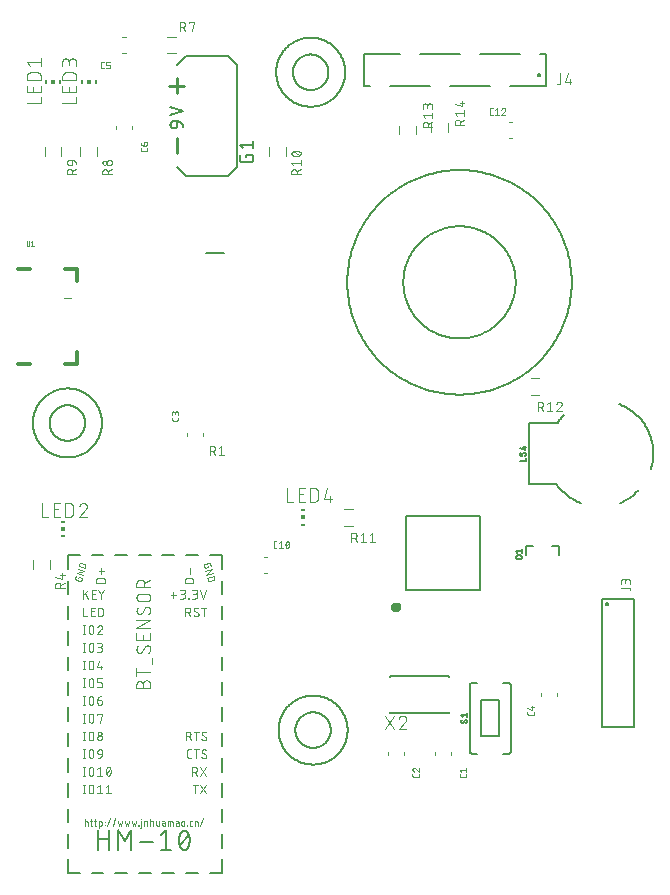
<source format=gbr>
G04 EAGLE Gerber RS-274X export*
G75*
%MOMM*%
%FSLAX34Y34*%
%LPD*%
%INSilkscreen Top*%
%IPPOS*%
%AMOC8*
5,1,8,0,0,1.08239X$1,22.5*%
G01*
%ADD10C,0.127000*%
%ADD11C,0.050800*%
%ADD12C,0.076200*%
%ADD13C,0.152400*%
%ADD14C,0.101600*%
%ADD15C,0.120000*%
%ADD16R,0.300000X0.150000*%
%ADD17R,0.300000X0.300000*%
%ADD18C,0.200000*%
%ADD19C,0.400000*%
%ADD20C,0.203200*%
%ADD21C,0.254000*%
%ADD22R,0.150000X0.300000*%
%ADD23C,0.304800*%
%ADD24C,0.000000*%
%ADD25C,0.025400*%


D10*
X172500Y479000D02*
X162500Y479000D01*
X152500Y479000D02*
X142500Y479000D01*
X132500Y479000D02*
X122500Y479000D01*
X112500Y479000D02*
X102500Y479000D01*
X92500Y479000D02*
X82500Y479000D01*
X72500Y479000D02*
X62500Y479000D01*
X52500Y479000D02*
X42500Y479000D01*
X42500Y490462D01*
X42500Y500462D02*
X42500Y511923D01*
X42500Y521923D02*
X42500Y533385D01*
X42500Y543385D02*
X42500Y554846D01*
X42500Y564846D02*
X42500Y576308D01*
X42500Y586308D02*
X42500Y597769D01*
X42500Y607769D02*
X42500Y619231D01*
X42500Y629231D02*
X42500Y640692D01*
X42500Y650692D02*
X42500Y662154D01*
X42500Y672154D02*
X42500Y683615D01*
X42500Y693615D02*
X42500Y705077D01*
X42500Y715077D02*
X42500Y726538D01*
X42500Y736538D02*
X42500Y748000D01*
X52500Y748000D01*
X62500Y748000D02*
X72500Y748000D01*
X82500Y748000D02*
X92500Y748000D01*
X102500Y748000D02*
X112500Y748000D01*
X122500Y748000D02*
X132500Y748000D01*
X142500Y748000D02*
X152500Y748000D01*
X162500Y748000D02*
X172500Y748000D01*
X172500Y736538D01*
X172500Y726538D02*
X172500Y715077D01*
X172500Y705077D02*
X172500Y693615D01*
X172500Y683615D02*
X172500Y672154D01*
X172500Y662154D02*
X172500Y650692D01*
X172500Y640692D02*
X172500Y629231D01*
X172500Y619231D02*
X172500Y607769D01*
X172500Y597769D02*
X172500Y586308D01*
X172500Y576308D02*
X172500Y564846D01*
X172500Y554846D02*
X172500Y543385D01*
X172500Y533385D02*
X172500Y521923D01*
X172500Y511923D02*
X172500Y500462D01*
X172500Y490462D02*
X172500Y479000D01*
D11*
X56647Y519006D02*
X56647Y524594D01*
X56647Y522731D02*
X58199Y522731D01*
X58257Y522729D01*
X58316Y522724D01*
X58373Y522715D01*
X58431Y522702D01*
X58487Y522685D01*
X58542Y522666D01*
X58595Y522642D01*
X58648Y522616D01*
X58698Y522586D01*
X58746Y522553D01*
X58792Y522517D01*
X58836Y522479D01*
X58878Y522437D01*
X58916Y522393D01*
X58952Y522347D01*
X58985Y522299D01*
X59015Y522249D01*
X59041Y522196D01*
X59065Y522143D01*
X59084Y522088D01*
X59101Y522032D01*
X59114Y521974D01*
X59123Y521917D01*
X59128Y521858D01*
X59130Y521800D01*
X59130Y519006D01*
X61118Y522731D02*
X62981Y522731D01*
X61739Y524594D02*
X61739Y519937D01*
X61741Y519879D01*
X61746Y519820D01*
X61755Y519763D01*
X61768Y519705D01*
X61785Y519649D01*
X61804Y519594D01*
X61828Y519541D01*
X61854Y519488D01*
X61884Y519438D01*
X61917Y519390D01*
X61953Y519344D01*
X61991Y519300D01*
X62033Y519258D01*
X62077Y519220D01*
X62123Y519184D01*
X62171Y519151D01*
X62222Y519121D01*
X62274Y519095D01*
X62327Y519071D01*
X62382Y519052D01*
X62438Y519035D01*
X62496Y519022D01*
X62553Y519013D01*
X62612Y519008D01*
X62670Y519006D01*
X62981Y519006D01*
X64593Y522731D02*
X66456Y522731D01*
X65214Y524594D02*
X65214Y519937D01*
X65216Y519879D01*
X65221Y519820D01*
X65230Y519763D01*
X65243Y519705D01*
X65260Y519649D01*
X65279Y519594D01*
X65303Y519541D01*
X65329Y519488D01*
X65359Y519438D01*
X65392Y519390D01*
X65428Y519344D01*
X65466Y519300D01*
X65508Y519258D01*
X65552Y519220D01*
X65598Y519184D01*
X65646Y519151D01*
X65697Y519121D01*
X65749Y519095D01*
X65802Y519071D01*
X65857Y519052D01*
X65913Y519035D01*
X65971Y519022D01*
X66028Y519013D01*
X66087Y519008D01*
X66145Y519006D01*
X66456Y519006D01*
X68746Y517143D02*
X68746Y522731D01*
X70298Y522731D01*
X70356Y522729D01*
X70415Y522724D01*
X70472Y522715D01*
X70530Y522702D01*
X70586Y522685D01*
X70641Y522666D01*
X70694Y522642D01*
X70747Y522616D01*
X70797Y522586D01*
X70845Y522553D01*
X70891Y522517D01*
X70935Y522479D01*
X70977Y522437D01*
X71015Y522393D01*
X71051Y522347D01*
X71084Y522299D01*
X71114Y522249D01*
X71140Y522196D01*
X71164Y522143D01*
X71183Y522088D01*
X71200Y522032D01*
X71213Y521974D01*
X71222Y521917D01*
X71227Y521858D01*
X71229Y521800D01*
X71229Y519937D01*
X71227Y519879D01*
X71222Y519820D01*
X71213Y519763D01*
X71200Y519705D01*
X71183Y519649D01*
X71164Y519594D01*
X71140Y519541D01*
X71114Y519488D01*
X71084Y519438D01*
X71051Y519390D01*
X71015Y519344D01*
X70977Y519300D01*
X70935Y519258D01*
X70891Y519220D01*
X70845Y519184D01*
X70797Y519151D01*
X70747Y519121D01*
X70694Y519095D01*
X70641Y519071D01*
X70586Y519052D01*
X70530Y519035D01*
X70472Y519022D01*
X70415Y519013D01*
X70356Y519008D01*
X70298Y519006D01*
X68746Y519006D01*
X73461Y519472D02*
X73461Y519782D01*
X73771Y519782D01*
X73771Y519472D01*
X73461Y519472D01*
X73461Y521955D02*
X73461Y522266D01*
X73771Y522266D01*
X73771Y521955D01*
X73461Y521955D01*
X75849Y518385D02*
X78333Y525215D01*
X82722Y525215D02*
X80238Y518385D01*
X85669Y519006D02*
X84738Y522731D01*
X86601Y521490D02*
X85669Y519006D01*
X87532Y519006D02*
X86601Y521490D01*
X88463Y522731D02*
X87532Y519006D01*
X91521Y519006D02*
X90590Y522731D01*
X92453Y521490D02*
X91521Y519006D01*
X93384Y519006D02*
X92453Y521490D01*
X94315Y522731D02*
X93384Y519006D01*
X97373Y519006D02*
X96442Y522731D01*
X98305Y521490D02*
X97373Y519006D01*
X99236Y519006D02*
X98305Y521490D01*
X100167Y522731D02*
X99236Y519006D01*
X102173Y519006D02*
X102173Y519316D01*
X102483Y519316D01*
X102483Y519006D01*
X102173Y519006D01*
X104426Y518075D02*
X104426Y522731D01*
X104425Y518075D02*
X104423Y518014D01*
X104417Y517953D01*
X104407Y517893D01*
X104393Y517834D01*
X104376Y517776D01*
X104354Y517719D01*
X104329Y517663D01*
X104300Y517610D01*
X104268Y517558D01*
X104233Y517508D01*
X104194Y517461D01*
X104152Y517417D01*
X104108Y517375D01*
X104061Y517336D01*
X104011Y517301D01*
X103960Y517269D01*
X103906Y517240D01*
X103850Y517215D01*
X103793Y517193D01*
X103735Y517176D01*
X103676Y517162D01*
X103616Y517152D01*
X103555Y517146D01*
X103494Y517144D01*
X103494Y517143D02*
X103184Y517143D01*
X104271Y524284D02*
X104271Y524594D01*
X104581Y524594D01*
X104581Y524284D01*
X104271Y524284D01*
X106938Y522731D02*
X106938Y519006D01*
X106938Y522731D02*
X108491Y522731D01*
X108549Y522729D01*
X108608Y522724D01*
X108665Y522715D01*
X108723Y522702D01*
X108779Y522685D01*
X108834Y522666D01*
X108887Y522642D01*
X108940Y522616D01*
X108990Y522586D01*
X109038Y522553D01*
X109084Y522517D01*
X109128Y522479D01*
X109170Y522437D01*
X109208Y522393D01*
X109244Y522347D01*
X109277Y522299D01*
X109307Y522249D01*
X109333Y522196D01*
X109357Y522143D01*
X109376Y522088D01*
X109393Y522032D01*
X109406Y521974D01*
X109415Y521917D01*
X109420Y521858D01*
X109422Y521800D01*
X109422Y519006D01*
X112059Y519006D02*
X112059Y524594D01*
X112059Y522731D02*
X113611Y522731D01*
X113669Y522729D01*
X113728Y522724D01*
X113785Y522715D01*
X113843Y522702D01*
X113899Y522685D01*
X113954Y522666D01*
X114007Y522642D01*
X114060Y522616D01*
X114110Y522586D01*
X114158Y522553D01*
X114204Y522517D01*
X114248Y522479D01*
X114290Y522437D01*
X114328Y522393D01*
X114364Y522347D01*
X114397Y522299D01*
X114427Y522249D01*
X114453Y522196D01*
X114477Y522143D01*
X114496Y522088D01*
X114513Y522032D01*
X114526Y521974D01*
X114535Y521917D01*
X114540Y521858D01*
X114542Y521800D01*
X114543Y521800D02*
X114543Y519006D01*
X117180Y519937D02*
X117180Y522731D01*
X117180Y519937D02*
X117182Y519879D01*
X117187Y519820D01*
X117196Y519763D01*
X117209Y519705D01*
X117226Y519649D01*
X117245Y519594D01*
X117269Y519541D01*
X117295Y519488D01*
X117325Y519438D01*
X117358Y519390D01*
X117394Y519344D01*
X117432Y519300D01*
X117474Y519258D01*
X117518Y519220D01*
X117564Y519184D01*
X117612Y519151D01*
X117662Y519121D01*
X117715Y519095D01*
X117768Y519071D01*
X117823Y519052D01*
X117879Y519035D01*
X117937Y519022D01*
X117994Y519013D01*
X118053Y519008D01*
X118111Y519006D01*
X119663Y519006D01*
X119663Y522731D01*
X123175Y521179D02*
X124572Y521179D01*
X123175Y521180D02*
X123111Y521178D01*
X123046Y521172D01*
X122983Y521163D01*
X122920Y521150D01*
X122858Y521133D01*
X122797Y521112D01*
X122737Y521088D01*
X122679Y521060D01*
X122622Y521029D01*
X122568Y520995D01*
X122515Y520957D01*
X122465Y520916D01*
X122418Y520873D01*
X122373Y520827D01*
X122331Y520778D01*
X122292Y520727D01*
X122256Y520673D01*
X122223Y520618D01*
X122194Y520560D01*
X122168Y520502D01*
X122145Y520441D01*
X122126Y520380D01*
X122111Y520317D01*
X122100Y520253D01*
X122092Y520190D01*
X122088Y520125D01*
X122088Y520061D01*
X122092Y519996D01*
X122100Y519933D01*
X122111Y519869D01*
X122126Y519806D01*
X122145Y519745D01*
X122168Y519684D01*
X122194Y519626D01*
X122223Y519568D01*
X122256Y519513D01*
X122292Y519459D01*
X122331Y519408D01*
X122373Y519359D01*
X122418Y519313D01*
X122465Y519270D01*
X122515Y519229D01*
X122568Y519191D01*
X122622Y519157D01*
X122679Y519126D01*
X122737Y519098D01*
X122797Y519074D01*
X122858Y519053D01*
X122920Y519036D01*
X122983Y519023D01*
X123046Y519014D01*
X123111Y519008D01*
X123175Y519006D01*
X124572Y519006D01*
X124572Y521800D01*
X124570Y521858D01*
X124565Y521917D01*
X124556Y521974D01*
X124543Y522032D01*
X124526Y522088D01*
X124507Y522143D01*
X124483Y522196D01*
X124457Y522249D01*
X124427Y522299D01*
X124394Y522347D01*
X124358Y522393D01*
X124320Y522437D01*
X124278Y522479D01*
X124234Y522517D01*
X124188Y522553D01*
X124140Y522586D01*
X124090Y522616D01*
X124037Y522642D01*
X123984Y522666D01*
X123929Y522685D01*
X123873Y522702D01*
X123815Y522715D01*
X123758Y522724D01*
X123699Y522729D01*
X123641Y522731D01*
X122399Y522731D01*
X127349Y522731D02*
X127349Y519006D01*
X127349Y522731D02*
X130143Y522731D01*
X130201Y522729D01*
X130260Y522724D01*
X130317Y522715D01*
X130375Y522702D01*
X130431Y522685D01*
X130486Y522666D01*
X130539Y522642D01*
X130592Y522616D01*
X130642Y522586D01*
X130690Y522553D01*
X130736Y522517D01*
X130780Y522479D01*
X130822Y522437D01*
X130860Y522393D01*
X130896Y522347D01*
X130929Y522299D01*
X130959Y522249D01*
X130985Y522196D01*
X131009Y522143D01*
X131028Y522088D01*
X131045Y522032D01*
X131058Y521974D01*
X131067Y521917D01*
X131072Y521858D01*
X131074Y521800D01*
X131074Y519006D01*
X129211Y519006D02*
X129211Y522731D01*
X134696Y521179D02*
X136093Y521179D01*
X134696Y521180D02*
X134632Y521178D01*
X134567Y521172D01*
X134504Y521163D01*
X134441Y521150D01*
X134379Y521133D01*
X134318Y521112D01*
X134258Y521088D01*
X134200Y521060D01*
X134143Y521029D01*
X134089Y520995D01*
X134036Y520957D01*
X133986Y520916D01*
X133939Y520873D01*
X133894Y520827D01*
X133852Y520778D01*
X133813Y520727D01*
X133777Y520673D01*
X133744Y520618D01*
X133715Y520560D01*
X133689Y520502D01*
X133666Y520441D01*
X133647Y520380D01*
X133632Y520317D01*
X133621Y520253D01*
X133613Y520190D01*
X133609Y520125D01*
X133609Y520061D01*
X133613Y519996D01*
X133621Y519933D01*
X133632Y519869D01*
X133647Y519806D01*
X133666Y519745D01*
X133689Y519684D01*
X133715Y519626D01*
X133744Y519568D01*
X133777Y519513D01*
X133813Y519459D01*
X133852Y519408D01*
X133894Y519359D01*
X133939Y519313D01*
X133986Y519270D01*
X134036Y519229D01*
X134089Y519191D01*
X134143Y519157D01*
X134200Y519126D01*
X134258Y519098D01*
X134318Y519074D01*
X134379Y519053D01*
X134441Y519036D01*
X134504Y519023D01*
X134567Y519014D01*
X134632Y519008D01*
X134696Y519006D01*
X136093Y519006D01*
X136093Y521800D01*
X136091Y521858D01*
X136086Y521917D01*
X136077Y521974D01*
X136064Y522032D01*
X136047Y522088D01*
X136028Y522143D01*
X136004Y522196D01*
X135978Y522249D01*
X135948Y522299D01*
X135915Y522347D01*
X135879Y522393D01*
X135841Y522437D01*
X135799Y522479D01*
X135755Y522517D01*
X135709Y522553D01*
X135661Y522586D01*
X135611Y522616D01*
X135558Y522642D01*
X135505Y522666D01*
X135450Y522685D01*
X135394Y522702D01*
X135336Y522715D01*
X135279Y522724D01*
X135220Y522729D01*
X135162Y522731D01*
X133920Y522731D01*
X138576Y521490D02*
X138576Y520248D01*
X138576Y521490D02*
X138578Y521560D01*
X138584Y521629D01*
X138594Y521698D01*
X138607Y521766D01*
X138625Y521834D01*
X138646Y521900D01*
X138671Y521965D01*
X138699Y522029D01*
X138731Y522091D01*
X138766Y522151D01*
X138805Y522209D01*
X138847Y522264D01*
X138892Y522318D01*
X138940Y522368D01*
X138990Y522416D01*
X139044Y522461D01*
X139099Y522503D01*
X139157Y522542D01*
X139217Y522577D01*
X139279Y522609D01*
X139343Y522637D01*
X139408Y522662D01*
X139474Y522683D01*
X139542Y522701D01*
X139610Y522714D01*
X139679Y522724D01*
X139748Y522730D01*
X139818Y522732D01*
X139888Y522730D01*
X139957Y522724D01*
X140026Y522714D01*
X140094Y522701D01*
X140162Y522683D01*
X140228Y522662D01*
X140293Y522637D01*
X140357Y522609D01*
X140419Y522577D01*
X140479Y522542D01*
X140537Y522503D01*
X140592Y522461D01*
X140646Y522416D01*
X140696Y522368D01*
X140744Y522318D01*
X140789Y522264D01*
X140831Y522209D01*
X140870Y522151D01*
X140905Y522091D01*
X140937Y522029D01*
X140965Y521965D01*
X140990Y521900D01*
X141011Y521834D01*
X141029Y521766D01*
X141042Y521698D01*
X141052Y521629D01*
X141058Y521560D01*
X141060Y521490D01*
X141060Y520248D01*
X141058Y520178D01*
X141052Y520109D01*
X141042Y520040D01*
X141029Y519972D01*
X141011Y519904D01*
X140990Y519838D01*
X140965Y519773D01*
X140937Y519709D01*
X140905Y519647D01*
X140870Y519587D01*
X140831Y519529D01*
X140789Y519474D01*
X140744Y519420D01*
X140696Y519370D01*
X140646Y519322D01*
X140592Y519277D01*
X140537Y519235D01*
X140479Y519196D01*
X140419Y519161D01*
X140357Y519129D01*
X140293Y519101D01*
X140228Y519076D01*
X140162Y519055D01*
X140094Y519037D01*
X140026Y519024D01*
X139957Y519014D01*
X139888Y519008D01*
X139818Y519006D01*
X139748Y519008D01*
X139679Y519014D01*
X139610Y519024D01*
X139542Y519037D01*
X139474Y519055D01*
X139408Y519076D01*
X139343Y519101D01*
X139279Y519129D01*
X139217Y519161D01*
X139157Y519196D01*
X139099Y519235D01*
X139044Y519277D01*
X138990Y519322D01*
X138940Y519370D01*
X138892Y519420D01*
X138847Y519474D01*
X138805Y519529D01*
X138766Y519587D01*
X138731Y519647D01*
X138699Y519709D01*
X138671Y519773D01*
X138646Y519838D01*
X138625Y519904D01*
X138607Y519972D01*
X138594Y520040D01*
X138584Y520109D01*
X138578Y520178D01*
X138576Y520248D01*
X143138Y519316D02*
X143138Y519006D01*
X143138Y519316D02*
X143448Y519316D01*
X143448Y519006D01*
X143138Y519006D01*
X146464Y519006D02*
X147705Y519006D01*
X146464Y519006D02*
X146406Y519008D01*
X146347Y519013D01*
X146290Y519022D01*
X146232Y519035D01*
X146176Y519052D01*
X146121Y519071D01*
X146068Y519095D01*
X146015Y519121D01*
X145965Y519151D01*
X145917Y519184D01*
X145871Y519220D01*
X145827Y519258D01*
X145785Y519300D01*
X145747Y519344D01*
X145711Y519390D01*
X145678Y519438D01*
X145648Y519488D01*
X145622Y519541D01*
X145598Y519594D01*
X145579Y519649D01*
X145562Y519705D01*
X145549Y519763D01*
X145540Y519820D01*
X145535Y519879D01*
X145533Y519937D01*
X145532Y519937D02*
X145532Y521800D01*
X145533Y521800D02*
X145535Y521858D01*
X145540Y521917D01*
X145549Y521974D01*
X145562Y522032D01*
X145579Y522088D01*
X145598Y522143D01*
X145622Y522196D01*
X145648Y522249D01*
X145678Y522299D01*
X145711Y522347D01*
X145747Y522393D01*
X145785Y522437D01*
X145827Y522479D01*
X145871Y522517D01*
X145917Y522553D01*
X145965Y522586D01*
X146015Y522616D01*
X146068Y522642D01*
X146121Y522666D01*
X146176Y522685D01*
X146232Y522702D01*
X146290Y522715D01*
X146347Y522724D01*
X146406Y522729D01*
X146464Y522731D01*
X147705Y522731D01*
X149915Y522731D02*
X149915Y519006D01*
X149915Y522731D02*
X151467Y522731D01*
X151525Y522729D01*
X151584Y522724D01*
X151641Y522715D01*
X151699Y522702D01*
X151755Y522685D01*
X151810Y522666D01*
X151863Y522642D01*
X151916Y522616D01*
X151966Y522586D01*
X152014Y522553D01*
X152060Y522517D01*
X152104Y522479D01*
X152146Y522437D01*
X152184Y522393D01*
X152220Y522347D01*
X152253Y522299D01*
X152283Y522249D01*
X152309Y522196D01*
X152333Y522143D01*
X152352Y522088D01*
X152369Y522032D01*
X152382Y521974D01*
X152391Y521917D01*
X152396Y521858D01*
X152398Y521800D01*
X152398Y519006D01*
X154670Y518385D02*
X157153Y525215D01*
D12*
X150336Y546317D02*
X150336Y553683D01*
X148290Y553683D02*
X152382Y553683D01*
X159619Y553683D02*
X154708Y546317D01*
X159619Y546317D02*
X154708Y553683D01*
X147854Y561317D02*
X147854Y568683D01*
X149900Y568683D01*
X149989Y568681D01*
X150078Y568675D01*
X150167Y568665D01*
X150255Y568652D01*
X150343Y568635D01*
X150430Y568613D01*
X150515Y568588D01*
X150600Y568560D01*
X150683Y568527D01*
X150765Y568491D01*
X150845Y568452D01*
X150923Y568409D01*
X150999Y568363D01*
X151074Y568313D01*
X151146Y568260D01*
X151215Y568204D01*
X151282Y568145D01*
X151347Y568084D01*
X151408Y568019D01*
X151467Y567952D01*
X151523Y567883D01*
X151576Y567811D01*
X151626Y567736D01*
X151672Y567660D01*
X151715Y567582D01*
X151754Y567502D01*
X151790Y567420D01*
X151823Y567337D01*
X151851Y567252D01*
X151876Y567167D01*
X151898Y567080D01*
X151915Y566992D01*
X151928Y566904D01*
X151938Y566815D01*
X151944Y566726D01*
X151946Y566637D01*
X151944Y566548D01*
X151938Y566459D01*
X151928Y566370D01*
X151915Y566282D01*
X151898Y566194D01*
X151876Y566107D01*
X151851Y566022D01*
X151823Y565937D01*
X151790Y565854D01*
X151754Y565772D01*
X151715Y565692D01*
X151672Y565614D01*
X151626Y565538D01*
X151576Y565463D01*
X151523Y565391D01*
X151467Y565322D01*
X151408Y565255D01*
X151347Y565190D01*
X151282Y565129D01*
X151215Y565070D01*
X151146Y565014D01*
X151074Y564961D01*
X150999Y564911D01*
X150923Y564865D01*
X150845Y564822D01*
X150765Y564783D01*
X150683Y564747D01*
X150600Y564714D01*
X150515Y564686D01*
X150430Y564661D01*
X150343Y564639D01*
X150255Y564622D01*
X150167Y564609D01*
X150078Y564599D01*
X149989Y564593D01*
X149900Y564591D01*
X147854Y564591D01*
X150309Y564591D02*
X151946Y561317D01*
X154708Y561317D02*
X159619Y568683D01*
X154708Y568683D02*
X159619Y561317D01*
X146585Y576317D02*
X144949Y576317D01*
X144871Y576319D01*
X144793Y576324D01*
X144716Y576334D01*
X144639Y576347D01*
X144563Y576363D01*
X144488Y576383D01*
X144414Y576407D01*
X144341Y576434D01*
X144269Y576465D01*
X144199Y576499D01*
X144131Y576536D01*
X144064Y576577D01*
X143999Y576621D01*
X143937Y576667D01*
X143877Y576717D01*
X143819Y576769D01*
X143764Y576824D01*
X143712Y576882D01*
X143662Y576942D01*
X143616Y577004D01*
X143572Y577069D01*
X143531Y577136D01*
X143494Y577204D01*
X143460Y577274D01*
X143429Y577346D01*
X143402Y577419D01*
X143378Y577493D01*
X143358Y577568D01*
X143342Y577644D01*
X143329Y577721D01*
X143319Y577798D01*
X143314Y577876D01*
X143312Y577954D01*
X143312Y582046D01*
X143314Y582126D01*
X143320Y582206D01*
X143330Y582286D01*
X143343Y582365D01*
X143361Y582444D01*
X143382Y582521D01*
X143408Y582597D01*
X143437Y582672D01*
X143469Y582746D01*
X143505Y582818D01*
X143545Y582888D01*
X143588Y582955D01*
X143634Y583021D01*
X143684Y583084D01*
X143736Y583145D01*
X143791Y583204D01*
X143850Y583259D01*
X143910Y583311D01*
X143974Y583361D01*
X144040Y583407D01*
X144107Y583450D01*
X144177Y583490D01*
X144249Y583526D01*
X144323Y583558D01*
X144397Y583587D01*
X144474Y583613D01*
X144551Y583634D01*
X144630Y583652D01*
X144709Y583665D01*
X144789Y583675D01*
X144869Y583681D01*
X144949Y583683D01*
X146585Y583683D01*
X150989Y583683D02*
X150989Y576317D01*
X148943Y583683D02*
X153035Y583683D01*
X159619Y577954D02*
X159617Y577876D01*
X159612Y577798D01*
X159602Y577721D01*
X159589Y577644D01*
X159573Y577568D01*
X159553Y577493D01*
X159529Y577419D01*
X159502Y577346D01*
X159471Y577274D01*
X159437Y577204D01*
X159400Y577136D01*
X159359Y577069D01*
X159315Y577004D01*
X159269Y576942D01*
X159219Y576882D01*
X159167Y576824D01*
X159112Y576769D01*
X159054Y576717D01*
X158994Y576667D01*
X158932Y576621D01*
X158867Y576577D01*
X158801Y576536D01*
X158732Y576499D01*
X158662Y576465D01*
X158590Y576434D01*
X158517Y576407D01*
X158443Y576383D01*
X158368Y576363D01*
X158292Y576347D01*
X158215Y576334D01*
X158138Y576324D01*
X158060Y576319D01*
X157982Y576317D01*
X157868Y576319D01*
X157755Y576324D01*
X157641Y576334D01*
X157528Y576347D01*
X157416Y576364D01*
X157304Y576384D01*
X157193Y576408D01*
X157082Y576436D01*
X156973Y576467D01*
X156865Y576502D01*
X156758Y576541D01*
X156652Y576583D01*
X156548Y576628D01*
X156445Y576677D01*
X156344Y576730D01*
X156245Y576785D01*
X156147Y576844D01*
X156052Y576906D01*
X155959Y576971D01*
X155867Y577039D01*
X155779Y577110D01*
X155692Y577184D01*
X155608Y577261D01*
X155527Y577340D01*
X155731Y582046D02*
X155733Y582124D01*
X155738Y582202D01*
X155748Y582279D01*
X155761Y582356D01*
X155777Y582432D01*
X155797Y582507D01*
X155821Y582581D01*
X155848Y582654D01*
X155879Y582726D01*
X155913Y582796D01*
X155950Y582865D01*
X155991Y582931D01*
X156035Y582996D01*
X156081Y583058D01*
X156131Y583118D01*
X156183Y583176D01*
X156238Y583231D01*
X156296Y583283D01*
X156356Y583333D01*
X156418Y583379D01*
X156483Y583423D01*
X156550Y583464D01*
X156618Y583501D01*
X156688Y583535D01*
X156760Y583566D01*
X156833Y583593D01*
X156907Y583617D01*
X156982Y583637D01*
X157058Y583653D01*
X157135Y583666D01*
X157212Y583676D01*
X157290Y583681D01*
X157368Y583683D01*
X157478Y583681D01*
X157587Y583675D01*
X157697Y583665D01*
X157805Y583652D01*
X157914Y583634D01*
X158021Y583613D01*
X158128Y583587D01*
X158234Y583558D01*
X158339Y583526D01*
X158442Y583489D01*
X158544Y583449D01*
X158645Y583405D01*
X158744Y583357D01*
X158841Y583307D01*
X158936Y583252D01*
X159029Y583194D01*
X159120Y583133D01*
X159209Y583069D01*
X156550Y580613D02*
X156483Y580655D01*
X156418Y580699D01*
X156356Y580747D01*
X156296Y580797D01*
X156238Y580850D01*
X156183Y580906D01*
X156131Y580965D01*
X156081Y581025D01*
X156034Y581089D01*
X155991Y581154D01*
X155950Y581221D01*
X155913Y581290D01*
X155879Y581361D01*
X155848Y581433D01*
X155821Y581507D01*
X155797Y581581D01*
X155777Y581657D01*
X155761Y581734D01*
X155748Y581811D01*
X155738Y581889D01*
X155733Y581968D01*
X155731Y582046D01*
X158801Y579386D02*
X158867Y579344D01*
X158932Y579300D01*
X158994Y579253D01*
X159054Y579202D01*
X159112Y579149D01*
X159167Y579093D01*
X159220Y579035D01*
X159269Y578974D01*
X159316Y578911D01*
X159359Y578846D01*
X159400Y578779D01*
X159437Y578710D01*
X159471Y578639D01*
X159502Y578567D01*
X159529Y578493D01*
X159553Y578418D01*
X159573Y578343D01*
X159589Y578266D01*
X159602Y578189D01*
X159612Y578111D01*
X159617Y578032D01*
X159619Y577954D01*
X158801Y579386D02*
X156550Y580614D01*
X142167Y591317D02*
X142167Y598683D01*
X144213Y598683D01*
X144302Y598681D01*
X144391Y598675D01*
X144480Y598665D01*
X144568Y598652D01*
X144656Y598635D01*
X144743Y598613D01*
X144828Y598588D01*
X144913Y598560D01*
X144996Y598527D01*
X145078Y598491D01*
X145158Y598452D01*
X145236Y598409D01*
X145312Y598363D01*
X145387Y598313D01*
X145459Y598260D01*
X145528Y598204D01*
X145595Y598145D01*
X145660Y598084D01*
X145721Y598019D01*
X145780Y597952D01*
X145836Y597883D01*
X145889Y597811D01*
X145939Y597736D01*
X145985Y597660D01*
X146028Y597582D01*
X146067Y597502D01*
X146103Y597420D01*
X146136Y597337D01*
X146164Y597252D01*
X146189Y597167D01*
X146211Y597080D01*
X146228Y596992D01*
X146241Y596904D01*
X146251Y596815D01*
X146257Y596726D01*
X146259Y596637D01*
X146257Y596548D01*
X146251Y596459D01*
X146241Y596370D01*
X146228Y596282D01*
X146211Y596194D01*
X146189Y596107D01*
X146164Y596022D01*
X146136Y595937D01*
X146103Y595854D01*
X146067Y595772D01*
X146028Y595692D01*
X145985Y595614D01*
X145939Y595538D01*
X145889Y595463D01*
X145836Y595391D01*
X145780Y595322D01*
X145721Y595255D01*
X145660Y595190D01*
X145595Y595129D01*
X145528Y595070D01*
X145459Y595014D01*
X145387Y594961D01*
X145312Y594911D01*
X145236Y594865D01*
X145158Y594822D01*
X145078Y594783D01*
X144996Y594747D01*
X144913Y594714D01*
X144828Y594686D01*
X144743Y594661D01*
X144656Y594639D01*
X144568Y594622D01*
X144480Y594609D01*
X144391Y594599D01*
X144302Y594593D01*
X144213Y594591D01*
X142167Y594591D01*
X144622Y594591D02*
X146259Y591317D01*
X150989Y591317D02*
X150989Y598683D01*
X148943Y598683D02*
X153035Y598683D01*
X159619Y592954D02*
X159617Y592876D01*
X159612Y592798D01*
X159602Y592721D01*
X159589Y592644D01*
X159573Y592568D01*
X159553Y592493D01*
X159529Y592419D01*
X159502Y592346D01*
X159471Y592274D01*
X159437Y592204D01*
X159400Y592136D01*
X159359Y592069D01*
X159315Y592004D01*
X159269Y591942D01*
X159219Y591882D01*
X159167Y591824D01*
X159112Y591769D01*
X159054Y591717D01*
X158994Y591667D01*
X158932Y591621D01*
X158867Y591577D01*
X158801Y591536D01*
X158732Y591499D01*
X158662Y591465D01*
X158590Y591434D01*
X158517Y591407D01*
X158443Y591383D01*
X158368Y591363D01*
X158292Y591347D01*
X158215Y591334D01*
X158138Y591324D01*
X158060Y591319D01*
X157982Y591317D01*
X157868Y591319D01*
X157755Y591324D01*
X157641Y591334D01*
X157528Y591347D01*
X157416Y591364D01*
X157304Y591384D01*
X157193Y591408D01*
X157082Y591436D01*
X156973Y591467D01*
X156865Y591502D01*
X156758Y591541D01*
X156652Y591583D01*
X156548Y591628D01*
X156445Y591677D01*
X156344Y591730D01*
X156245Y591785D01*
X156147Y591844D01*
X156052Y591906D01*
X155959Y591971D01*
X155867Y592039D01*
X155779Y592110D01*
X155692Y592184D01*
X155608Y592261D01*
X155527Y592340D01*
X155731Y597046D02*
X155733Y597124D01*
X155738Y597202D01*
X155748Y597279D01*
X155761Y597356D01*
X155777Y597432D01*
X155797Y597507D01*
X155821Y597581D01*
X155848Y597654D01*
X155879Y597726D01*
X155913Y597796D01*
X155950Y597865D01*
X155991Y597931D01*
X156035Y597996D01*
X156081Y598058D01*
X156131Y598118D01*
X156183Y598176D01*
X156238Y598231D01*
X156296Y598283D01*
X156356Y598333D01*
X156418Y598379D01*
X156483Y598423D01*
X156550Y598464D01*
X156618Y598501D01*
X156688Y598535D01*
X156760Y598566D01*
X156833Y598593D01*
X156907Y598617D01*
X156982Y598637D01*
X157058Y598653D01*
X157135Y598666D01*
X157212Y598676D01*
X157290Y598681D01*
X157368Y598683D01*
X157478Y598681D01*
X157587Y598675D01*
X157697Y598665D01*
X157805Y598652D01*
X157914Y598634D01*
X158021Y598613D01*
X158128Y598587D01*
X158234Y598558D01*
X158339Y598526D01*
X158442Y598489D01*
X158544Y598449D01*
X158645Y598405D01*
X158744Y598357D01*
X158841Y598307D01*
X158936Y598252D01*
X159029Y598194D01*
X159120Y598133D01*
X159209Y598069D01*
X156550Y595613D02*
X156483Y595655D01*
X156418Y595699D01*
X156356Y595747D01*
X156296Y595797D01*
X156238Y595850D01*
X156183Y595906D01*
X156131Y595965D01*
X156081Y596025D01*
X156034Y596089D01*
X155991Y596154D01*
X155950Y596221D01*
X155913Y596290D01*
X155879Y596361D01*
X155848Y596433D01*
X155821Y596507D01*
X155797Y596581D01*
X155777Y596657D01*
X155761Y596734D01*
X155748Y596811D01*
X155738Y596889D01*
X155733Y596968D01*
X155731Y597046D01*
X158801Y594386D02*
X158867Y594344D01*
X158932Y594300D01*
X158994Y594253D01*
X159054Y594202D01*
X159112Y594149D01*
X159167Y594093D01*
X159220Y594035D01*
X159269Y593974D01*
X159316Y593911D01*
X159359Y593846D01*
X159400Y593779D01*
X159437Y593710D01*
X159471Y593639D01*
X159502Y593567D01*
X159529Y593493D01*
X159553Y593418D01*
X159573Y593343D01*
X159589Y593266D01*
X159602Y593189D01*
X159612Y593111D01*
X159617Y593032D01*
X159619Y592954D01*
X158801Y594386D02*
X156550Y595614D01*
X141923Y696317D02*
X141923Y703683D01*
X143969Y703683D01*
X144058Y703681D01*
X144147Y703675D01*
X144236Y703665D01*
X144324Y703652D01*
X144412Y703635D01*
X144499Y703613D01*
X144584Y703588D01*
X144669Y703560D01*
X144752Y703527D01*
X144834Y703491D01*
X144914Y703452D01*
X144992Y703409D01*
X145068Y703363D01*
X145143Y703313D01*
X145215Y703260D01*
X145284Y703204D01*
X145351Y703145D01*
X145416Y703084D01*
X145477Y703019D01*
X145536Y702952D01*
X145592Y702883D01*
X145645Y702811D01*
X145695Y702736D01*
X145741Y702660D01*
X145784Y702582D01*
X145823Y702502D01*
X145859Y702420D01*
X145892Y702337D01*
X145920Y702252D01*
X145945Y702167D01*
X145967Y702080D01*
X145984Y701992D01*
X145997Y701904D01*
X146007Y701815D01*
X146013Y701726D01*
X146015Y701637D01*
X146013Y701548D01*
X146007Y701459D01*
X145997Y701370D01*
X145984Y701282D01*
X145967Y701194D01*
X145945Y701107D01*
X145920Y701022D01*
X145892Y700937D01*
X145859Y700854D01*
X145823Y700772D01*
X145784Y700692D01*
X145741Y700614D01*
X145695Y700538D01*
X145645Y700463D01*
X145592Y700391D01*
X145536Y700322D01*
X145477Y700255D01*
X145416Y700190D01*
X145351Y700129D01*
X145284Y700070D01*
X145215Y700014D01*
X145143Y699961D01*
X145068Y699911D01*
X144992Y699865D01*
X144914Y699822D01*
X144834Y699783D01*
X144752Y699747D01*
X144669Y699714D01*
X144584Y699686D01*
X144499Y699661D01*
X144412Y699639D01*
X144324Y699622D01*
X144236Y699609D01*
X144147Y699599D01*
X144058Y699593D01*
X143969Y699591D01*
X141923Y699591D01*
X144378Y699591D02*
X146015Y696317D01*
X151398Y696317D02*
X151476Y696319D01*
X151554Y696324D01*
X151631Y696334D01*
X151708Y696347D01*
X151784Y696363D01*
X151859Y696383D01*
X151933Y696407D01*
X152006Y696434D01*
X152078Y696465D01*
X152148Y696499D01*
X152217Y696536D01*
X152283Y696577D01*
X152348Y696621D01*
X152410Y696667D01*
X152470Y696717D01*
X152528Y696769D01*
X152583Y696824D01*
X152635Y696882D01*
X152685Y696942D01*
X152731Y697004D01*
X152775Y697069D01*
X152816Y697136D01*
X152853Y697204D01*
X152887Y697274D01*
X152918Y697346D01*
X152945Y697419D01*
X152969Y697493D01*
X152989Y697568D01*
X153005Y697644D01*
X153018Y697721D01*
X153028Y697798D01*
X153033Y697876D01*
X153035Y697954D01*
X151398Y696317D02*
X151284Y696319D01*
X151171Y696324D01*
X151057Y696334D01*
X150944Y696347D01*
X150832Y696364D01*
X150720Y696384D01*
X150609Y696408D01*
X150498Y696436D01*
X150389Y696467D01*
X150281Y696502D01*
X150174Y696541D01*
X150068Y696583D01*
X149964Y696628D01*
X149861Y696677D01*
X149760Y696730D01*
X149661Y696785D01*
X149563Y696844D01*
X149468Y696906D01*
X149375Y696971D01*
X149283Y697039D01*
X149195Y697110D01*
X149108Y697184D01*
X149024Y697261D01*
X148943Y697340D01*
X149148Y702046D02*
X149150Y702124D01*
X149155Y702202D01*
X149165Y702279D01*
X149178Y702356D01*
X149194Y702432D01*
X149214Y702507D01*
X149238Y702581D01*
X149265Y702654D01*
X149296Y702726D01*
X149330Y702796D01*
X149367Y702865D01*
X149408Y702931D01*
X149452Y702996D01*
X149498Y703058D01*
X149548Y703118D01*
X149600Y703176D01*
X149655Y703231D01*
X149713Y703283D01*
X149773Y703333D01*
X149835Y703379D01*
X149900Y703423D01*
X149967Y703464D01*
X150035Y703501D01*
X150105Y703535D01*
X150177Y703566D01*
X150250Y703593D01*
X150324Y703617D01*
X150399Y703637D01*
X150475Y703653D01*
X150552Y703666D01*
X150629Y703676D01*
X150707Y703681D01*
X150785Y703683D01*
X150895Y703681D01*
X151004Y703675D01*
X151114Y703665D01*
X151222Y703652D01*
X151331Y703634D01*
X151438Y703613D01*
X151545Y703587D01*
X151651Y703558D01*
X151756Y703526D01*
X151859Y703489D01*
X151961Y703449D01*
X152062Y703405D01*
X152161Y703357D01*
X152258Y703307D01*
X152353Y703252D01*
X152446Y703194D01*
X152537Y703133D01*
X152626Y703069D01*
X149966Y700613D02*
X149899Y700655D01*
X149834Y700699D01*
X149772Y700747D01*
X149712Y700797D01*
X149654Y700850D01*
X149599Y700906D01*
X149547Y700965D01*
X149497Y701025D01*
X149450Y701089D01*
X149407Y701154D01*
X149366Y701221D01*
X149329Y701290D01*
X149295Y701361D01*
X149264Y701433D01*
X149237Y701507D01*
X149213Y701581D01*
X149193Y701657D01*
X149177Y701734D01*
X149164Y701811D01*
X149154Y701889D01*
X149149Y701968D01*
X149147Y702046D01*
X152217Y699386D02*
X152283Y699344D01*
X152348Y699300D01*
X152410Y699253D01*
X152470Y699202D01*
X152528Y699149D01*
X152583Y699093D01*
X152636Y699035D01*
X152685Y698974D01*
X152732Y698911D01*
X152775Y698846D01*
X152816Y698779D01*
X152853Y698710D01*
X152887Y698639D01*
X152918Y698567D01*
X152945Y698493D01*
X152969Y698418D01*
X152989Y698343D01*
X153005Y698266D01*
X153018Y698189D01*
X153028Y698111D01*
X153033Y698032D01*
X153035Y697954D01*
X152217Y699386D02*
X149966Y700614D01*
X157573Y703683D02*
X157573Y696317D01*
X155527Y703683D02*
X159619Y703683D01*
X134260Y714182D02*
X129349Y714182D01*
X131804Y716637D02*
X131804Y711726D01*
X137561Y711317D02*
X139607Y711317D01*
X139696Y711319D01*
X139785Y711325D01*
X139874Y711335D01*
X139962Y711348D01*
X140050Y711365D01*
X140137Y711387D01*
X140222Y711412D01*
X140307Y711440D01*
X140390Y711473D01*
X140472Y711509D01*
X140552Y711548D01*
X140630Y711591D01*
X140706Y711637D01*
X140781Y711687D01*
X140853Y711740D01*
X140922Y711796D01*
X140989Y711855D01*
X141054Y711916D01*
X141115Y711981D01*
X141174Y712048D01*
X141230Y712117D01*
X141283Y712189D01*
X141333Y712264D01*
X141379Y712340D01*
X141422Y712418D01*
X141461Y712498D01*
X141497Y712580D01*
X141530Y712663D01*
X141558Y712748D01*
X141583Y712833D01*
X141605Y712920D01*
X141622Y713008D01*
X141635Y713096D01*
X141645Y713185D01*
X141651Y713274D01*
X141653Y713363D01*
X141651Y713452D01*
X141645Y713541D01*
X141635Y713630D01*
X141622Y713718D01*
X141605Y713806D01*
X141583Y713893D01*
X141558Y713978D01*
X141530Y714063D01*
X141497Y714146D01*
X141461Y714228D01*
X141422Y714308D01*
X141379Y714386D01*
X141333Y714462D01*
X141283Y714537D01*
X141230Y714609D01*
X141174Y714678D01*
X141115Y714745D01*
X141054Y714810D01*
X140989Y714871D01*
X140922Y714930D01*
X140853Y714986D01*
X140781Y715039D01*
X140706Y715089D01*
X140630Y715135D01*
X140552Y715178D01*
X140472Y715217D01*
X140390Y715253D01*
X140307Y715286D01*
X140222Y715314D01*
X140137Y715339D01*
X140050Y715361D01*
X139962Y715378D01*
X139874Y715391D01*
X139785Y715401D01*
X139696Y715407D01*
X139607Y715409D01*
X140016Y718683D02*
X137561Y718683D01*
X140016Y718683D02*
X140095Y718681D01*
X140174Y718675D01*
X140253Y718666D01*
X140331Y718653D01*
X140408Y718635D01*
X140484Y718615D01*
X140559Y718590D01*
X140633Y718562D01*
X140706Y718531D01*
X140777Y718495D01*
X140846Y718457D01*
X140913Y718415D01*
X140978Y718370D01*
X141041Y718322D01*
X141102Y718271D01*
X141159Y718217D01*
X141215Y718161D01*
X141267Y718102D01*
X141317Y718040D01*
X141363Y717976D01*
X141407Y717910D01*
X141447Y717842D01*
X141483Y717772D01*
X141517Y717700D01*
X141547Y717626D01*
X141573Y717552D01*
X141596Y717476D01*
X141614Y717399D01*
X141630Y717322D01*
X141641Y717243D01*
X141649Y717165D01*
X141653Y717086D01*
X141653Y717006D01*
X141649Y716927D01*
X141641Y716849D01*
X141630Y716770D01*
X141614Y716693D01*
X141596Y716616D01*
X141573Y716540D01*
X141547Y716466D01*
X141517Y716392D01*
X141483Y716320D01*
X141447Y716250D01*
X141407Y716182D01*
X141363Y716116D01*
X141317Y716052D01*
X141267Y715990D01*
X141215Y715931D01*
X141159Y715875D01*
X141102Y715821D01*
X141041Y715770D01*
X140978Y715722D01*
X140913Y715677D01*
X140846Y715635D01*
X140777Y715597D01*
X140706Y715561D01*
X140633Y715530D01*
X140559Y715502D01*
X140484Y715477D01*
X140408Y715457D01*
X140331Y715439D01*
X140253Y715426D01*
X140174Y715417D01*
X140095Y715411D01*
X140016Y715409D01*
X138380Y715409D01*
X144523Y711726D02*
X144523Y711317D01*
X144523Y711726D02*
X144932Y711726D01*
X144932Y711317D01*
X144523Y711317D01*
X147802Y711317D02*
X149848Y711317D01*
X149937Y711319D01*
X150026Y711325D01*
X150115Y711335D01*
X150203Y711348D01*
X150291Y711365D01*
X150378Y711387D01*
X150463Y711412D01*
X150548Y711440D01*
X150631Y711473D01*
X150713Y711509D01*
X150793Y711548D01*
X150871Y711591D01*
X150947Y711637D01*
X151022Y711687D01*
X151094Y711740D01*
X151163Y711796D01*
X151230Y711855D01*
X151295Y711916D01*
X151356Y711981D01*
X151415Y712048D01*
X151471Y712117D01*
X151524Y712189D01*
X151574Y712264D01*
X151620Y712340D01*
X151663Y712418D01*
X151702Y712498D01*
X151738Y712580D01*
X151771Y712663D01*
X151799Y712748D01*
X151824Y712833D01*
X151846Y712920D01*
X151863Y713008D01*
X151876Y713096D01*
X151886Y713185D01*
X151892Y713274D01*
X151894Y713363D01*
X151892Y713452D01*
X151886Y713541D01*
X151876Y713630D01*
X151863Y713718D01*
X151846Y713806D01*
X151824Y713893D01*
X151799Y713978D01*
X151771Y714063D01*
X151738Y714146D01*
X151702Y714228D01*
X151663Y714308D01*
X151620Y714386D01*
X151574Y714462D01*
X151524Y714537D01*
X151471Y714609D01*
X151415Y714678D01*
X151356Y714745D01*
X151295Y714810D01*
X151230Y714871D01*
X151163Y714930D01*
X151094Y714986D01*
X151022Y715039D01*
X150947Y715089D01*
X150871Y715135D01*
X150793Y715178D01*
X150713Y715217D01*
X150631Y715253D01*
X150548Y715286D01*
X150463Y715314D01*
X150378Y715339D01*
X150291Y715361D01*
X150203Y715378D01*
X150115Y715391D01*
X150026Y715401D01*
X149937Y715407D01*
X149848Y715409D01*
X150258Y718683D02*
X147802Y718683D01*
X150258Y718683D02*
X150337Y718681D01*
X150416Y718675D01*
X150495Y718666D01*
X150573Y718653D01*
X150650Y718635D01*
X150726Y718615D01*
X150801Y718590D01*
X150875Y718562D01*
X150948Y718531D01*
X151019Y718495D01*
X151088Y718457D01*
X151155Y718415D01*
X151220Y718370D01*
X151283Y718322D01*
X151344Y718271D01*
X151401Y718217D01*
X151457Y718161D01*
X151509Y718102D01*
X151559Y718040D01*
X151605Y717976D01*
X151649Y717910D01*
X151689Y717842D01*
X151725Y717772D01*
X151759Y717700D01*
X151789Y717626D01*
X151815Y717552D01*
X151838Y717476D01*
X151856Y717399D01*
X151872Y717322D01*
X151883Y717243D01*
X151891Y717165D01*
X151895Y717086D01*
X151895Y717006D01*
X151891Y716927D01*
X151883Y716849D01*
X151872Y716770D01*
X151856Y716693D01*
X151838Y716616D01*
X151815Y716540D01*
X151789Y716466D01*
X151759Y716392D01*
X151725Y716320D01*
X151689Y716250D01*
X151649Y716182D01*
X151605Y716116D01*
X151559Y716052D01*
X151509Y715990D01*
X151457Y715931D01*
X151401Y715875D01*
X151344Y715821D01*
X151283Y715770D01*
X151220Y715722D01*
X151155Y715677D01*
X151088Y715635D01*
X151019Y715597D01*
X150948Y715561D01*
X150875Y715530D01*
X150801Y715502D01*
X150726Y715477D01*
X150650Y715457D01*
X150573Y715439D01*
X150495Y715426D01*
X150416Y715417D01*
X150337Y715411D01*
X150258Y715409D01*
X148621Y715409D01*
X154708Y718683D02*
X157164Y711317D01*
X159619Y718683D01*
D11*
X161169Y738086D02*
X160928Y738986D01*
X161169Y738086D02*
X158170Y737283D01*
X157688Y739082D01*
X157672Y739149D01*
X157660Y739218D01*
X157651Y739287D01*
X157647Y739357D01*
X157646Y739426D01*
X157649Y739496D01*
X157657Y739565D01*
X157668Y739634D01*
X157683Y739702D01*
X157701Y739769D01*
X157724Y739835D01*
X157750Y739900D01*
X157779Y739963D01*
X157812Y740024D01*
X157849Y740083D01*
X157889Y740141D01*
X157932Y740195D01*
X157978Y740248D01*
X158026Y740298D01*
X158078Y740344D01*
X158132Y740388D01*
X158188Y740429D01*
X158247Y740467D01*
X158308Y740501D01*
X158370Y740532D01*
X158434Y740559D01*
X158500Y740583D01*
X158567Y740603D01*
X158566Y740603D02*
X161565Y741406D01*
X161565Y741407D02*
X161632Y741423D01*
X161701Y741435D01*
X161770Y741444D01*
X161840Y741448D01*
X161909Y741449D01*
X161979Y741446D01*
X162048Y741438D01*
X162117Y741427D01*
X162185Y741412D01*
X162252Y741394D01*
X162318Y741371D01*
X162383Y741345D01*
X162446Y741316D01*
X162507Y741283D01*
X162566Y741246D01*
X162624Y741206D01*
X162678Y741163D01*
X162731Y741117D01*
X162780Y741069D01*
X162827Y741017D01*
X162871Y740963D01*
X162912Y740907D01*
X162950Y740848D01*
X162984Y740787D01*
X163015Y740725D01*
X163042Y740661D01*
X163066Y740595D01*
X163086Y740528D01*
X163568Y738729D01*
X164279Y736075D02*
X158882Y734629D01*
X159685Y731630D02*
X164279Y736075D01*
X165083Y733076D02*
X159685Y731630D01*
X160396Y728976D02*
X165794Y730422D01*
X166195Y728923D01*
X166214Y728846D01*
X166228Y728769D01*
X166239Y728691D01*
X166245Y728613D01*
X166248Y728534D01*
X166247Y728455D01*
X166241Y728377D01*
X166232Y728299D01*
X166219Y728221D01*
X166202Y728145D01*
X166181Y728069D01*
X166156Y727994D01*
X166127Y727921D01*
X166095Y727849D01*
X166059Y727779D01*
X166020Y727711D01*
X165977Y727645D01*
X165931Y727581D01*
X165882Y727520D01*
X165830Y727461D01*
X165775Y727405D01*
X165717Y727352D01*
X165656Y727302D01*
X165593Y727255D01*
X165528Y727211D01*
X165461Y727170D01*
X165391Y727133D01*
X165320Y727100D01*
X165247Y727070D01*
X165173Y727044D01*
X165098Y727022D01*
X162699Y726379D01*
X162625Y726361D01*
X162550Y726347D01*
X162474Y726336D01*
X162399Y726329D01*
X162322Y726326D01*
X162246Y726327D01*
X162170Y726331D01*
X162094Y726339D01*
X162019Y726351D01*
X161945Y726367D01*
X161871Y726386D01*
X161798Y726408D01*
X161727Y726435D01*
X161656Y726464D01*
X161588Y726497D01*
X161521Y726534D01*
X161456Y726574D01*
X161393Y726616D01*
X161332Y726662D01*
X161274Y726711D01*
X161218Y726763D01*
X161164Y726817D01*
X161114Y726874D01*
X161066Y726933D01*
X161021Y726995D01*
X160979Y727058D01*
X160940Y727124D01*
X160905Y727192D01*
X160873Y727261D01*
X160844Y727331D01*
X160819Y727403D01*
X160798Y727476D01*
X160798Y727477D02*
X160396Y728976D01*
D12*
X148683Y724571D02*
X141317Y724571D01*
X141317Y726617D01*
X141319Y726706D01*
X141325Y726795D01*
X141335Y726884D01*
X141348Y726972D01*
X141365Y727060D01*
X141387Y727147D01*
X141412Y727232D01*
X141440Y727317D01*
X141473Y727400D01*
X141509Y727482D01*
X141548Y727562D01*
X141591Y727640D01*
X141637Y727716D01*
X141687Y727791D01*
X141740Y727863D01*
X141796Y727932D01*
X141855Y727999D01*
X141916Y728064D01*
X141981Y728125D01*
X142048Y728184D01*
X142117Y728240D01*
X142189Y728293D01*
X142264Y728343D01*
X142340Y728389D01*
X142418Y728432D01*
X142498Y728471D01*
X142580Y728507D01*
X142663Y728540D01*
X142748Y728568D01*
X142833Y728593D01*
X142920Y728615D01*
X143008Y728632D01*
X143096Y728645D01*
X143185Y728655D01*
X143274Y728661D01*
X143363Y728663D01*
X146637Y728663D01*
X146726Y728661D01*
X146815Y728655D01*
X146904Y728645D01*
X146992Y728632D01*
X147080Y728615D01*
X147167Y728593D01*
X147252Y728568D01*
X147337Y728540D01*
X147420Y728507D01*
X147502Y728471D01*
X147582Y728432D01*
X147660Y728389D01*
X147736Y728343D01*
X147811Y728293D01*
X147883Y728240D01*
X147952Y728184D01*
X148019Y728125D01*
X148084Y728064D01*
X148145Y727999D01*
X148204Y727932D01*
X148260Y727863D01*
X148313Y727791D01*
X148363Y727716D01*
X148409Y727640D01*
X148452Y727562D01*
X148491Y727482D01*
X148527Y727400D01*
X148560Y727317D01*
X148588Y727232D01*
X148613Y727147D01*
X148635Y727060D01*
X148652Y726972D01*
X148665Y726884D01*
X148675Y726795D01*
X148681Y726706D01*
X148683Y726617D01*
X148683Y724571D01*
X145818Y732208D02*
X145818Y737119D01*
X73683Y724571D02*
X66317Y724571D01*
X66317Y726617D01*
X66319Y726706D01*
X66325Y726795D01*
X66335Y726884D01*
X66348Y726972D01*
X66365Y727060D01*
X66387Y727147D01*
X66412Y727232D01*
X66440Y727317D01*
X66473Y727400D01*
X66509Y727482D01*
X66548Y727562D01*
X66591Y727640D01*
X66637Y727716D01*
X66687Y727791D01*
X66740Y727863D01*
X66796Y727932D01*
X66855Y727999D01*
X66916Y728064D01*
X66981Y728125D01*
X67048Y728184D01*
X67117Y728240D01*
X67189Y728293D01*
X67264Y728343D01*
X67340Y728389D01*
X67418Y728432D01*
X67498Y728471D01*
X67580Y728507D01*
X67663Y728540D01*
X67748Y728568D01*
X67833Y728593D01*
X67920Y728615D01*
X68008Y728632D01*
X68096Y728645D01*
X68185Y728655D01*
X68274Y728661D01*
X68363Y728663D01*
X71637Y728663D01*
X71726Y728661D01*
X71815Y728655D01*
X71904Y728645D01*
X71992Y728632D01*
X72080Y728615D01*
X72167Y728593D01*
X72252Y728568D01*
X72337Y728540D01*
X72420Y728507D01*
X72502Y728471D01*
X72582Y728432D01*
X72660Y728389D01*
X72736Y728343D01*
X72811Y728293D01*
X72883Y728240D01*
X72952Y728184D01*
X73019Y728125D01*
X73084Y728064D01*
X73145Y727999D01*
X73204Y727932D01*
X73260Y727863D01*
X73313Y727791D01*
X73363Y727716D01*
X73409Y727640D01*
X73452Y727562D01*
X73491Y727482D01*
X73527Y727400D01*
X73560Y727317D01*
X73588Y727232D01*
X73613Y727147D01*
X73635Y727060D01*
X73652Y726972D01*
X73665Y726884D01*
X73675Y726795D01*
X73681Y726706D01*
X73683Y726617D01*
X73683Y724571D01*
X70818Y732208D02*
X70818Y737119D01*
X68363Y734664D02*
X73274Y734664D01*
D11*
X51605Y729780D02*
X51364Y728880D01*
X51605Y729780D02*
X54604Y728976D01*
X54122Y727177D01*
X54102Y727110D01*
X54078Y727044D01*
X54051Y726980D01*
X54020Y726918D01*
X53986Y726857D01*
X53948Y726798D01*
X53907Y726742D01*
X53863Y726688D01*
X53816Y726636D01*
X53767Y726588D01*
X53714Y726542D01*
X53660Y726499D01*
X53602Y726459D01*
X53543Y726422D01*
X53482Y726389D01*
X53419Y726360D01*
X53354Y726334D01*
X53288Y726311D01*
X53221Y726293D01*
X53153Y726278D01*
X53084Y726267D01*
X53015Y726259D01*
X52945Y726256D01*
X52876Y726257D01*
X52806Y726261D01*
X52737Y726270D01*
X52668Y726282D01*
X52601Y726298D01*
X52601Y726299D02*
X49602Y727102D01*
X49603Y727102D02*
X49536Y727122D01*
X49470Y727146D01*
X49406Y727173D01*
X49344Y727204D01*
X49283Y727238D01*
X49224Y727276D01*
X49168Y727317D01*
X49114Y727361D01*
X49062Y727408D01*
X49014Y727457D01*
X48968Y727510D01*
X48925Y727564D01*
X48885Y727622D01*
X48848Y727681D01*
X48815Y727742D01*
X48786Y727805D01*
X48760Y727870D01*
X48737Y727936D01*
X48719Y728003D01*
X48704Y728071D01*
X48693Y728140D01*
X48685Y728209D01*
X48682Y728279D01*
X48683Y728348D01*
X48687Y728418D01*
X48696Y728487D01*
X48708Y728556D01*
X48724Y728623D01*
X49206Y730422D01*
X49917Y733076D02*
X55315Y731630D01*
X56118Y734629D02*
X49917Y733076D01*
X50721Y736075D02*
X56118Y734629D01*
X56829Y737283D02*
X51432Y738729D01*
X51834Y740228D01*
X51834Y740229D02*
X51855Y740302D01*
X51880Y740374D01*
X51909Y740444D01*
X51941Y740513D01*
X51976Y740581D01*
X52015Y740647D01*
X52057Y740710D01*
X52102Y740772D01*
X52150Y740831D01*
X52200Y740888D01*
X52254Y740942D01*
X52310Y740994D01*
X52368Y741043D01*
X52429Y741089D01*
X52492Y741131D01*
X52557Y741171D01*
X52624Y741208D01*
X52693Y741241D01*
X52763Y741270D01*
X52834Y741297D01*
X52907Y741319D01*
X52981Y741338D01*
X53055Y741354D01*
X53130Y741366D01*
X53206Y741374D01*
X53282Y741378D01*
X53358Y741379D01*
X53435Y741376D01*
X53510Y741369D01*
X53586Y741358D01*
X53661Y741344D01*
X53735Y741326D01*
X56134Y740683D01*
X56207Y740662D01*
X56279Y740637D01*
X56349Y740608D01*
X56418Y740576D01*
X56486Y740541D01*
X56552Y740502D01*
X56615Y740460D01*
X56677Y740415D01*
X56736Y740367D01*
X56793Y740317D01*
X56847Y740263D01*
X56899Y740207D01*
X56948Y740149D01*
X56994Y740088D01*
X57036Y740025D01*
X57076Y739960D01*
X57113Y739893D01*
X57146Y739825D01*
X57175Y739754D01*
X57202Y739683D01*
X57224Y739610D01*
X57243Y739536D01*
X57259Y739462D01*
X57271Y739387D01*
X57279Y739311D01*
X57283Y739235D01*
X57284Y739159D01*
X57281Y739082D01*
X57274Y739007D01*
X57263Y738931D01*
X57249Y738856D01*
X57231Y738782D01*
X56829Y737283D01*
D12*
X55381Y718683D02*
X55381Y711317D01*
X55381Y714182D02*
X59473Y718683D01*
X57018Y715818D02*
X59473Y711317D01*
X62594Y711317D02*
X65868Y711317D01*
X62594Y711317D02*
X62594Y718683D01*
X65868Y718683D01*
X65050Y715409D02*
X62594Y715409D01*
X68265Y718683D02*
X70721Y715205D01*
X73176Y718683D01*
X70721Y715205D02*
X70721Y711317D01*
X55381Y703683D02*
X55381Y696317D01*
X58655Y696317D01*
X61721Y696317D02*
X64995Y696317D01*
X61721Y696317D02*
X61721Y703683D01*
X64995Y703683D01*
X64176Y700409D02*
X61721Y700409D01*
X68045Y703683D02*
X68045Y696317D01*
X68045Y703683D02*
X70091Y703683D01*
X70180Y703681D01*
X70269Y703675D01*
X70358Y703665D01*
X70446Y703652D01*
X70534Y703635D01*
X70621Y703613D01*
X70706Y703588D01*
X70791Y703560D01*
X70874Y703527D01*
X70956Y703491D01*
X71036Y703452D01*
X71114Y703409D01*
X71190Y703363D01*
X71265Y703313D01*
X71337Y703260D01*
X71406Y703204D01*
X71473Y703145D01*
X71538Y703084D01*
X71599Y703019D01*
X71658Y702952D01*
X71714Y702883D01*
X71767Y702811D01*
X71817Y702736D01*
X71863Y702660D01*
X71906Y702582D01*
X71945Y702502D01*
X71981Y702420D01*
X72014Y702337D01*
X72042Y702252D01*
X72067Y702167D01*
X72089Y702080D01*
X72106Y701992D01*
X72119Y701904D01*
X72129Y701815D01*
X72135Y701726D01*
X72137Y701637D01*
X72137Y698363D01*
X72135Y698274D01*
X72129Y698185D01*
X72119Y698096D01*
X72106Y698008D01*
X72089Y697920D01*
X72067Y697833D01*
X72042Y697748D01*
X72014Y697663D01*
X71981Y697580D01*
X71945Y697498D01*
X71906Y697418D01*
X71863Y697340D01*
X71817Y697264D01*
X71767Y697189D01*
X71714Y697117D01*
X71658Y697048D01*
X71599Y696981D01*
X71538Y696916D01*
X71473Y696855D01*
X71406Y696796D01*
X71337Y696740D01*
X71265Y696687D01*
X71190Y696637D01*
X71114Y696591D01*
X71036Y696548D01*
X70956Y696509D01*
X70874Y696473D01*
X70791Y696440D01*
X70706Y696412D01*
X70621Y696387D01*
X70534Y696365D01*
X70446Y696348D01*
X70358Y696335D01*
X70269Y696325D01*
X70180Y696319D01*
X70091Y696317D01*
X68045Y696317D01*
X56199Y688683D02*
X56199Y681317D01*
X55381Y681317D02*
X57018Y681317D01*
X57018Y688683D02*
X55381Y688683D01*
X60006Y686637D02*
X60006Y683363D01*
X60006Y686637D02*
X60008Y686726D01*
X60014Y686815D01*
X60024Y686904D01*
X60037Y686992D01*
X60054Y687080D01*
X60076Y687167D01*
X60101Y687252D01*
X60129Y687337D01*
X60162Y687420D01*
X60198Y687502D01*
X60237Y687582D01*
X60280Y687660D01*
X60326Y687736D01*
X60376Y687811D01*
X60429Y687883D01*
X60485Y687952D01*
X60544Y688019D01*
X60605Y688084D01*
X60670Y688145D01*
X60737Y688204D01*
X60806Y688260D01*
X60878Y688313D01*
X60953Y688363D01*
X61029Y688409D01*
X61107Y688452D01*
X61187Y688491D01*
X61269Y688527D01*
X61352Y688560D01*
X61437Y688588D01*
X61522Y688613D01*
X61609Y688635D01*
X61697Y688652D01*
X61785Y688665D01*
X61874Y688675D01*
X61963Y688681D01*
X62052Y688683D01*
X62141Y688681D01*
X62230Y688675D01*
X62319Y688665D01*
X62407Y688652D01*
X62495Y688635D01*
X62582Y688613D01*
X62667Y688588D01*
X62752Y688560D01*
X62835Y688527D01*
X62917Y688491D01*
X62997Y688452D01*
X63075Y688409D01*
X63151Y688363D01*
X63226Y688313D01*
X63298Y688260D01*
X63367Y688204D01*
X63434Y688145D01*
X63499Y688084D01*
X63560Y688019D01*
X63619Y687952D01*
X63675Y687883D01*
X63728Y687811D01*
X63778Y687736D01*
X63824Y687660D01*
X63867Y687582D01*
X63906Y687502D01*
X63942Y687420D01*
X63975Y687337D01*
X64003Y687252D01*
X64028Y687167D01*
X64050Y687080D01*
X64067Y686992D01*
X64080Y686904D01*
X64090Y686815D01*
X64096Y686726D01*
X64098Y686637D01*
X64098Y683363D01*
X64096Y683274D01*
X64090Y683185D01*
X64080Y683096D01*
X64067Y683008D01*
X64050Y682920D01*
X64028Y682833D01*
X64003Y682748D01*
X63975Y682663D01*
X63942Y682580D01*
X63906Y682498D01*
X63867Y682418D01*
X63824Y682340D01*
X63778Y682264D01*
X63728Y682189D01*
X63675Y682117D01*
X63619Y682048D01*
X63560Y681981D01*
X63499Y681916D01*
X63434Y681855D01*
X63367Y681796D01*
X63298Y681740D01*
X63226Y681687D01*
X63151Y681637D01*
X63075Y681591D01*
X62997Y681548D01*
X62917Y681509D01*
X62835Y681473D01*
X62752Y681440D01*
X62667Y681412D01*
X62582Y681387D01*
X62495Y681365D01*
X62407Y681348D01*
X62319Y681335D01*
X62230Y681325D01*
X62141Y681319D01*
X62052Y681317D01*
X61963Y681319D01*
X61874Y681325D01*
X61785Y681335D01*
X61697Y681348D01*
X61609Y681365D01*
X61522Y681387D01*
X61437Y681412D01*
X61352Y681440D01*
X61269Y681473D01*
X61187Y681509D01*
X61107Y681548D01*
X61029Y681591D01*
X60953Y681637D01*
X60878Y681687D01*
X60806Y681740D01*
X60737Y681796D01*
X60670Y681855D01*
X60605Y681916D01*
X60544Y681981D01*
X60485Y682048D01*
X60429Y682117D01*
X60376Y682189D01*
X60326Y682264D01*
X60280Y682340D01*
X60237Y682418D01*
X60198Y682498D01*
X60162Y682580D01*
X60129Y682663D01*
X60101Y682748D01*
X60076Y682833D01*
X60054Y682920D01*
X60037Y683008D01*
X60024Y683096D01*
X60014Y683185D01*
X60008Y683274D01*
X60006Y683363D01*
X69571Y688684D02*
X69656Y688682D01*
X69741Y688676D01*
X69825Y688666D01*
X69909Y688653D01*
X69993Y688635D01*
X70075Y688614D01*
X70156Y688589D01*
X70236Y688560D01*
X70315Y688527D01*
X70392Y688491D01*
X70467Y688451D01*
X70541Y688408D01*
X70612Y688362D01*
X70681Y688312D01*
X70748Y688259D01*
X70812Y688203D01*
X70873Y688144D01*
X70932Y688083D01*
X70988Y688019D01*
X71041Y687952D01*
X71091Y687883D01*
X71137Y687812D01*
X71180Y687738D01*
X71220Y687663D01*
X71256Y687586D01*
X71289Y687507D01*
X71318Y687427D01*
X71343Y687346D01*
X71364Y687264D01*
X71382Y687180D01*
X71395Y687096D01*
X71405Y687012D01*
X71411Y686927D01*
X71413Y686842D01*
X69571Y688683D02*
X69475Y688681D01*
X69379Y688675D01*
X69284Y688665D01*
X69189Y688652D01*
X69094Y688634D01*
X69001Y688613D01*
X68908Y688588D01*
X68817Y688559D01*
X68726Y688527D01*
X68637Y688491D01*
X68550Y688451D01*
X68464Y688408D01*
X68380Y688362D01*
X68298Y688312D01*
X68218Y688258D01*
X68141Y688202D01*
X68066Y688142D01*
X67993Y688080D01*
X67923Y688014D01*
X67855Y687946D01*
X67790Y687875D01*
X67729Y687802D01*
X67670Y687726D01*
X67614Y687647D01*
X67562Y687567D01*
X67513Y687484D01*
X67467Y687400D01*
X67425Y687314D01*
X67387Y687226D01*
X67352Y687137D01*
X67320Y687046D01*
X70799Y685410D02*
X70859Y685469D01*
X70916Y685531D01*
X70971Y685595D01*
X71022Y685662D01*
X71071Y685731D01*
X71117Y685801D01*
X71160Y685874D01*
X71200Y685948D01*
X71236Y686024D01*
X71269Y686102D01*
X71299Y686181D01*
X71326Y686261D01*
X71349Y686342D01*
X71368Y686424D01*
X71384Y686506D01*
X71397Y686590D01*
X71406Y686674D01*
X71411Y686758D01*
X71413Y686842D01*
X70799Y685409D02*
X67321Y681317D01*
X71413Y681317D01*
X56199Y673683D02*
X56199Y666317D01*
X55381Y666317D02*
X57018Y666317D01*
X57018Y673683D02*
X55381Y673683D01*
X60006Y671637D02*
X60006Y668363D01*
X60006Y671637D02*
X60008Y671726D01*
X60014Y671815D01*
X60024Y671904D01*
X60037Y671992D01*
X60054Y672080D01*
X60076Y672167D01*
X60101Y672252D01*
X60129Y672337D01*
X60162Y672420D01*
X60198Y672502D01*
X60237Y672582D01*
X60280Y672660D01*
X60326Y672736D01*
X60376Y672811D01*
X60429Y672883D01*
X60485Y672952D01*
X60544Y673019D01*
X60605Y673084D01*
X60670Y673145D01*
X60737Y673204D01*
X60806Y673260D01*
X60878Y673313D01*
X60953Y673363D01*
X61029Y673409D01*
X61107Y673452D01*
X61187Y673491D01*
X61269Y673527D01*
X61352Y673560D01*
X61437Y673588D01*
X61522Y673613D01*
X61609Y673635D01*
X61697Y673652D01*
X61785Y673665D01*
X61874Y673675D01*
X61963Y673681D01*
X62052Y673683D01*
X62141Y673681D01*
X62230Y673675D01*
X62319Y673665D01*
X62407Y673652D01*
X62495Y673635D01*
X62582Y673613D01*
X62667Y673588D01*
X62752Y673560D01*
X62835Y673527D01*
X62917Y673491D01*
X62997Y673452D01*
X63075Y673409D01*
X63151Y673363D01*
X63226Y673313D01*
X63298Y673260D01*
X63367Y673204D01*
X63434Y673145D01*
X63499Y673084D01*
X63560Y673019D01*
X63619Y672952D01*
X63675Y672883D01*
X63728Y672811D01*
X63778Y672736D01*
X63824Y672660D01*
X63867Y672582D01*
X63906Y672502D01*
X63942Y672420D01*
X63975Y672337D01*
X64003Y672252D01*
X64028Y672167D01*
X64050Y672080D01*
X64067Y671992D01*
X64080Y671904D01*
X64090Y671815D01*
X64096Y671726D01*
X64098Y671637D01*
X64098Y668363D01*
X64096Y668274D01*
X64090Y668185D01*
X64080Y668096D01*
X64067Y668008D01*
X64050Y667920D01*
X64028Y667833D01*
X64003Y667748D01*
X63975Y667663D01*
X63942Y667580D01*
X63906Y667498D01*
X63867Y667418D01*
X63824Y667340D01*
X63778Y667264D01*
X63728Y667189D01*
X63675Y667117D01*
X63619Y667048D01*
X63560Y666981D01*
X63499Y666916D01*
X63434Y666855D01*
X63367Y666796D01*
X63298Y666740D01*
X63226Y666687D01*
X63151Y666637D01*
X63075Y666591D01*
X62997Y666548D01*
X62917Y666509D01*
X62835Y666473D01*
X62752Y666440D01*
X62667Y666412D01*
X62582Y666387D01*
X62495Y666365D01*
X62407Y666348D01*
X62319Y666335D01*
X62230Y666325D01*
X62141Y666319D01*
X62052Y666317D01*
X61963Y666319D01*
X61874Y666325D01*
X61785Y666335D01*
X61697Y666348D01*
X61609Y666365D01*
X61522Y666387D01*
X61437Y666412D01*
X61352Y666440D01*
X61269Y666473D01*
X61187Y666509D01*
X61107Y666548D01*
X61029Y666591D01*
X60953Y666637D01*
X60878Y666687D01*
X60806Y666740D01*
X60737Y666796D01*
X60670Y666855D01*
X60605Y666916D01*
X60544Y666981D01*
X60485Y667048D01*
X60429Y667117D01*
X60376Y667189D01*
X60326Y667264D01*
X60280Y667340D01*
X60237Y667418D01*
X60198Y667498D01*
X60162Y667580D01*
X60129Y667663D01*
X60101Y667748D01*
X60076Y667833D01*
X60054Y667920D01*
X60037Y668008D01*
X60024Y668096D01*
X60014Y668185D01*
X60008Y668274D01*
X60006Y668363D01*
X67321Y666317D02*
X69367Y666317D01*
X69456Y666319D01*
X69545Y666325D01*
X69634Y666335D01*
X69722Y666348D01*
X69810Y666365D01*
X69897Y666387D01*
X69982Y666412D01*
X70067Y666440D01*
X70150Y666473D01*
X70232Y666509D01*
X70312Y666548D01*
X70390Y666591D01*
X70466Y666637D01*
X70541Y666687D01*
X70613Y666740D01*
X70682Y666796D01*
X70749Y666855D01*
X70814Y666916D01*
X70875Y666981D01*
X70934Y667048D01*
X70990Y667117D01*
X71043Y667189D01*
X71093Y667264D01*
X71139Y667340D01*
X71182Y667418D01*
X71221Y667498D01*
X71257Y667580D01*
X71290Y667663D01*
X71318Y667748D01*
X71343Y667833D01*
X71365Y667920D01*
X71382Y668008D01*
X71395Y668096D01*
X71405Y668185D01*
X71411Y668274D01*
X71413Y668363D01*
X71411Y668452D01*
X71405Y668541D01*
X71395Y668630D01*
X71382Y668718D01*
X71365Y668806D01*
X71343Y668893D01*
X71318Y668978D01*
X71290Y669063D01*
X71257Y669146D01*
X71221Y669228D01*
X71182Y669308D01*
X71139Y669386D01*
X71093Y669462D01*
X71043Y669537D01*
X70990Y669609D01*
X70934Y669678D01*
X70875Y669745D01*
X70814Y669810D01*
X70749Y669871D01*
X70682Y669930D01*
X70613Y669986D01*
X70541Y670039D01*
X70466Y670089D01*
X70390Y670135D01*
X70312Y670178D01*
X70232Y670217D01*
X70150Y670253D01*
X70067Y670286D01*
X69982Y670314D01*
X69897Y670339D01*
X69810Y670361D01*
X69722Y670378D01*
X69634Y670391D01*
X69545Y670401D01*
X69456Y670407D01*
X69367Y670409D01*
X69776Y673683D02*
X67321Y673683D01*
X69776Y673683D02*
X69855Y673681D01*
X69934Y673675D01*
X70013Y673666D01*
X70091Y673653D01*
X70168Y673635D01*
X70244Y673615D01*
X70319Y673590D01*
X70393Y673562D01*
X70466Y673531D01*
X70537Y673495D01*
X70606Y673457D01*
X70673Y673415D01*
X70738Y673370D01*
X70801Y673322D01*
X70862Y673271D01*
X70919Y673217D01*
X70975Y673161D01*
X71027Y673102D01*
X71077Y673040D01*
X71123Y672976D01*
X71167Y672910D01*
X71207Y672842D01*
X71243Y672772D01*
X71277Y672700D01*
X71307Y672626D01*
X71333Y672552D01*
X71356Y672476D01*
X71374Y672399D01*
X71390Y672322D01*
X71401Y672243D01*
X71409Y672165D01*
X71413Y672086D01*
X71413Y672006D01*
X71409Y671927D01*
X71401Y671849D01*
X71390Y671770D01*
X71374Y671693D01*
X71356Y671616D01*
X71333Y671540D01*
X71307Y671466D01*
X71277Y671392D01*
X71243Y671320D01*
X71207Y671250D01*
X71167Y671182D01*
X71123Y671116D01*
X71077Y671052D01*
X71027Y670990D01*
X70975Y670931D01*
X70919Y670875D01*
X70862Y670821D01*
X70801Y670770D01*
X70738Y670722D01*
X70673Y670677D01*
X70606Y670635D01*
X70537Y670597D01*
X70466Y670561D01*
X70393Y670530D01*
X70319Y670502D01*
X70244Y670477D01*
X70168Y670457D01*
X70091Y670439D01*
X70013Y670426D01*
X69934Y670417D01*
X69855Y670411D01*
X69776Y670409D01*
X68139Y670409D01*
X56199Y658683D02*
X56199Y651317D01*
X55381Y651317D02*
X57018Y651317D01*
X57018Y658683D02*
X55381Y658683D01*
X60006Y656637D02*
X60006Y653363D01*
X60006Y656637D02*
X60008Y656726D01*
X60014Y656815D01*
X60024Y656904D01*
X60037Y656992D01*
X60054Y657080D01*
X60076Y657167D01*
X60101Y657252D01*
X60129Y657337D01*
X60162Y657420D01*
X60198Y657502D01*
X60237Y657582D01*
X60280Y657660D01*
X60326Y657736D01*
X60376Y657811D01*
X60429Y657883D01*
X60485Y657952D01*
X60544Y658019D01*
X60605Y658084D01*
X60670Y658145D01*
X60737Y658204D01*
X60806Y658260D01*
X60878Y658313D01*
X60953Y658363D01*
X61029Y658409D01*
X61107Y658452D01*
X61187Y658491D01*
X61269Y658527D01*
X61352Y658560D01*
X61437Y658588D01*
X61522Y658613D01*
X61609Y658635D01*
X61697Y658652D01*
X61785Y658665D01*
X61874Y658675D01*
X61963Y658681D01*
X62052Y658683D01*
X62141Y658681D01*
X62230Y658675D01*
X62319Y658665D01*
X62407Y658652D01*
X62495Y658635D01*
X62582Y658613D01*
X62667Y658588D01*
X62752Y658560D01*
X62835Y658527D01*
X62917Y658491D01*
X62997Y658452D01*
X63075Y658409D01*
X63151Y658363D01*
X63226Y658313D01*
X63298Y658260D01*
X63367Y658204D01*
X63434Y658145D01*
X63499Y658084D01*
X63560Y658019D01*
X63619Y657952D01*
X63675Y657883D01*
X63728Y657811D01*
X63778Y657736D01*
X63824Y657660D01*
X63867Y657582D01*
X63906Y657502D01*
X63942Y657420D01*
X63975Y657337D01*
X64003Y657252D01*
X64028Y657167D01*
X64050Y657080D01*
X64067Y656992D01*
X64080Y656904D01*
X64090Y656815D01*
X64096Y656726D01*
X64098Y656637D01*
X64098Y653363D01*
X64096Y653274D01*
X64090Y653185D01*
X64080Y653096D01*
X64067Y653008D01*
X64050Y652920D01*
X64028Y652833D01*
X64003Y652748D01*
X63975Y652663D01*
X63942Y652580D01*
X63906Y652498D01*
X63867Y652418D01*
X63824Y652340D01*
X63778Y652264D01*
X63728Y652189D01*
X63675Y652117D01*
X63619Y652048D01*
X63560Y651981D01*
X63499Y651916D01*
X63434Y651855D01*
X63367Y651796D01*
X63298Y651740D01*
X63226Y651687D01*
X63151Y651637D01*
X63075Y651591D01*
X62997Y651548D01*
X62917Y651509D01*
X62835Y651473D01*
X62752Y651440D01*
X62667Y651412D01*
X62582Y651387D01*
X62495Y651365D01*
X62407Y651348D01*
X62319Y651335D01*
X62230Y651325D01*
X62141Y651319D01*
X62052Y651317D01*
X61963Y651319D01*
X61874Y651325D01*
X61785Y651335D01*
X61697Y651348D01*
X61609Y651365D01*
X61522Y651387D01*
X61437Y651412D01*
X61352Y651440D01*
X61269Y651473D01*
X61187Y651509D01*
X61107Y651548D01*
X61029Y651591D01*
X60953Y651637D01*
X60878Y651687D01*
X60806Y651740D01*
X60737Y651796D01*
X60670Y651855D01*
X60605Y651916D01*
X60544Y651981D01*
X60485Y652048D01*
X60429Y652117D01*
X60376Y652189D01*
X60326Y652264D01*
X60280Y652340D01*
X60237Y652418D01*
X60198Y652498D01*
X60162Y652580D01*
X60129Y652663D01*
X60101Y652748D01*
X60076Y652833D01*
X60054Y652920D01*
X60037Y653008D01*
X60024Y653096D01*
X60014Y653185D01*
X60008Y653274D01*
X60006Y653363D01*
X67321Y652954D02*
X68958Y658683D01*
X67321Y652954D02*
X71413Y652954D01*
X70185Y654591D02*
X70185Y651317D01*
X56199Y643683D02*
X56199Y636317D01*
X55381Y636317D02*
X57018Y636317D01*
X57018Y643683D02*
X55381Y643683D01*
X60006Y641637D02*
X60006Y638363D01*
X60006Y641637D02*
X60008Y641726D01*
X60014Y641815D01*
X60024Y641904D01*
X60037Y641992D01*
X60054Y642080D01*
X60076Y642167D01*
X60101Y642252D01*
X60129Y642337D01*
X60162Y642420D01*
X60198Y642502D01*
X60237Y642582D01*
X60280Y642660D01*
X60326Y642736D01*
X60376Y642811D01*
X60429Y642883D01*
X60485Y642952D01*
X60544Y643019D01*
X60605Y643084D01*
X60670Y643145D01*
X60737Y643204D01*
X60806Y643260D01*
X60878Y643313D01*
X60953Y643363D01*
X61029Y643409D01*
X61107Y643452D01*
X61187Y643491D01*
X61269Y643527D01*
X61352Y643560D01*
X61437Y643588D01*
X61522Y643613D01*
X61609Y643635D01*
X61697Y643652D01*
X61785Y643665D01*
X61874Y643675D01*
X61963Y643681D01*
X62052Y643683D01*
X62141Y643681D01*
X62230Y643675D01*
X62319Y643665D01*
X62407Y643652D01*
X62495Y643635D01*
X62582Y643613D01*
X62667Y643588D01*
X62752Y643560D01*
X62835Y643527D01*
X62917Y643491D01*
X62997Y643452D01*
X63075Y643409D01*
X63151Y643363D01*
X63226Y643313D01*
X63298Y643260D01*
X63367Y643204D01*
X63434Y643145D01*
X63499Y643084D01*
X63560Y643019D01*
X63619Y642952D01*
X63675Y642883D01*
X63728Y642811D01*
X63778Y642736D01*
X63824Y642660D01*
X63867Y642582D01*
X63906Y642502D01*
X63942Y642420D01*
X63975Y642337D01*
X64003Y642252D01*
X64028Y642167D01*
X64050Y642080D01*
X64067Y641992D01*
X64080Y641904D01*
X64090Y641815D01*
X64096Y641726D01*
X64098Y641637D01*
X64098Y638363D01*
X64096Y638274D01*
X64090Y638185D01*
X64080Y638096D01*
X64067Y638008D01*
X64050Y637920D01*
X64028Y637833D01*
X64003Y637748D01*
X63975Y637663D01*
X63942Y637580D01*
X63906Y637498D01*
X63867Y637418D01*
X63824Y637340D01*
X63778Y637264D01*
X63728Y637189D01*
X63675Y637117D01*
X63619Y637048D01*
X63560Y636981D01*
X63499Y636916D01*
X63434Y636855D01*
X63367Y636796D01*
X63298Y636740D01*
X63226Y636687D01*
X63151Y636637D01*
X63075Y636591D01*
X62997Y636548D01*
X62917Y636509D01*
X62835Y636473D01*
X62752Y636440D01*
X62667Y636412D01*
X62582Y636387D01*
X62495Y636365D01*
X62407Y636348D01*
X62319Y636335D01*
X62230Y636325D01*
X62141Y636319D01*
X62052Y636317D01*
X61963Y636319D01*
X61874Y636325D01*
X61785Y636335D01*
X61697Y636348D01*
X61609Y636365D01*
X61522Y636387D01*
X61437Y636412D01*
X61352Y636440D01*
X61269Y636473D01*
X61187Y636509D01*
X61107Y636548D01*
X61029Y636591D01*
X60953Y636637D01*
X60878Y636687D01*
X60806Y636740D01*
X60737Y636796D01*
X60670Y636855D01*
X60605Y636916D01*
X60544Y636981D01*
X60485Y637048D01*
X60429Y637117D01*
X60376Y637189D01*
X60326Y637264D01*
X60280Y637340D01*
X60237Y637418D01*
X60198Y637498D01*
X60162Y637580D01*
X60129Y637663D01*
X60101Y637748D01*
X60076Y637833D01*
X60054Y637920D01*
X60037Y638008D01*
X60024Y638096D01*
X60014Y638185D01*
X60008Y638274D01*
X60006Y638363D01*
X67321Y636317D02*
X69776Y636317D01*
X69854Y636319D01*
X69932Y636324D01*
X70009Y636334D01*
X70086Y636347D01*
X70162Y636363D01*
X70237Y636383D01*
X70311Y636407D01*
X70384Y636434D01*
X70456Y636465D01*
X70526Y636499D01*
X70595Y636536D01*
X70661Y636577D01*
X70726Y636621D01*
X70788Y636667D01*
X70848Y636717D01*
X70906Y636769D01*
X70961Y636824D01*
X71013Y636882D01*
X71063Y636942D01*
X71109Y637004D01*
X71153Y637069D01*
X71194Y637136D01*
X71231Y637204D01*
X71265Y637274D01*
X71296Y637346D01*
X71323Y637419D01*
X71347Y637493D01*
X71367Y637568D01*
X71383Y637644D01*
X71396Y637721D01*
X71406Y637798D01*
X71411Y637876D01*
X71413Y637954D01*
X71413Y638772D01*
X71411Y638850D01*
X71406Y638928D01*
X71396Y639005D01*
X71383Y639082D01*
X71367Y639158D01*
X71347Y639233D01*
X71323Y639307D01*
X71296Y639380D01*
X71265Y639452D01*
X71231Y639522D01*
X71194Y639591D01*
X71153Y639657D01*
X71109Y639722D01*
X71063Y639784D01*
X71013Y639844D01*
X70961Y639902D01*
X70906Y639957D01*
X70848Y640009D01*
X70788Y640059D01*
X70726Y640105D01*
X70661Y640149D01*
X70595Y640190D01*
X70526Y640227D01*
X70456Y640261D01*
X70384Y640292D01*
X70311Y640319D01*
X70237Y640343D01*
X70162Y640363D01*
X70086Y640379D01*
X70009Y640392D01*
X69932Y640402D01*
X69854Y640407D01*
X69776Y640409D01*
X67321Y640409D01*
X67321Y643683D01*
X71413Y643683D01*
X56199Y628683D02*
X56199Y621317D01*
X55381Y621317D02*
X57018Y621317D01*
X57018Y628683D02*
X55381Y628683D01*
X60006Y626637D02*
X60006Y623363D01*
X60006Y626637D02*
X60008Y626726D01*
X60014Y626815D01*
X60024Y626904D01*
X60037Y626992D01*
X60054Y627080D01*
X60076Y627167D01*
X60101Y627252D01*
X60129Y627337D01*
X60162Y627420D01*
X60198Y627502D01*
X60237Y627582D01*
X60280Y627660D01*
X60326Y627736D01*
X60376Y627811D01*
X60429Y627883D01*
X60485Y627952D01*
X60544Y628019D01*
X60605Y628084D01*
X60670Y628145D01*
X60737Y628204D01*
X60806Y628260D01*
X60878Y628313D01*
X60953Y628363D01*
X61029Y628409D01*
X61107Y628452D01*
X61187Y628491D01*
X61269Y628527D01*
X61352Y628560D01*
X61437Y628588D01*
X61522Y628613D01*
X61609Y628635D01*
X61697Y628652D01*
X61785Y628665D01*
X61874Y628675D01*
X61963Y628681D01*
X62052Y628683D01*
X62141Y628681D01*
X62230Y628675D01*
X62319Y628665D01*
X62407Y628652D01*
X62495Y628635D01*
X62582Y628613D01*
X62667Y628588D01*
X62752Y628560D01*
X62835Y628527D01*
X62917Y628491D01*
X62997Y628452D01*
X63075Y628409D01*
X63151Y628363D01*
X63226Y628313D01*
X63298Y628260D01*
X63367Y628204D01*
X63434Y628145D01*
X63499Y628084D01*
X63560Y628019D01*
X63619Y627952D01*
X63675Y627883D01*
X63728Y627811D01*
X63778Y627736D01*
X63824Y627660D01*
X63867Y627582D01*
X63906Y627502D01*
X63942Y627420D01*
X63975Y627337D01*
X64003Y627252D01*
X64028Y627167D01*
X64050Y627080D01*
X64067Y626992D01*
X64080Y626904D01*
X64090Y626815D01*
X64096Y626726D01*
X64098Y626637D01*
X64098Y623363D01*
X64096Y623274D01*
X64090Y623185D01*
X64080Y623096D01*
X64067Y623008D01*
X64050Y622920D01*
X64028Y622833D01*
X64003Y622748D01*
X63975Y622663D01*
X63942Y622580D01*
X63906Y622498D01*
X63867Y622418D01*
X63824Y622340D01*
X63778Y622264D01*
X63728Y622189D01*
X63675Y622117D01*
X63619Y622048D01*
X63560Y621981D01*
X63499Y621916D01*
X63434Y621855D01*
X63367Y621796D01*
X63298Y621740D01*
X63226Y621687D01*
X63151Y621637D01*
X63075Y621591D01*
X62997Y621548D01*
X62917Y621509D01*
X62835Y621473D01*
X62752Y621440D01*
X62667Y621412D01*
X62582Y621387D01*
X62495Y621365D01*
X62407Y621348D01*
X62319Y621335D01*
X62230Y621325D01*
X62141Y621319D01*
X62052Y621317D01*
X61963Y621319D01*
X61874Y621325D01*
X61785Y621335D01*
X61697Y621348D01*
X61609Y621365D01*
X61522Y621387D01*
X61437Y621412D01*
X61352Y621440D01*
X61269Y621473D01*
X61187Y621509D01*
X61107Y621548D01*
X61029Y621591D01*
X60953Y621637D01*
X60878Y621687D01*
X60806Y621740D01*
X60737Y621796D01*
X60670Y621855D01*
X60605Y621916D01*
X60544Y621981D01*
X60485Y622048D01*
X60429Y622117D01*
X60376Y622189D01*
X60326Y622264D01*
X60280Y622340D01*
X60237Y622418D01*
X60198Y622498D01*
X60162Y622580D01*
X60129Y622663D01*
X60101Y622748D01*
X60076Y622833D01*
X60054Y622920D01*
X60037Y623008D01*
X60024Y623096D01*
X60014Y623185D01*
X60008Y623274D01*
X60006Y623363D01*
X67321Y625409D02*
X69776Y625409D01*
X69854Y625407D01*
X69932Y625402D01*
X70009Y625392D01*
X70086Y625379D01*
X70162Y625363D01*
X70237Y625343D01*
X70311Y625319D01*
X70384Y625292D01*
X70456Y625261D01*
X70526Y625227D01*
X70595Y625190D01*
X70661Y625149D01*
X70726Y625105D01*
X70788Y625059D01*
X70848Y625009D01*
X70906Y624957D01*
X70961Y624902D01*
X71013Y624844D01*
X71063Y624784D01*
X71109Y624722D01*
X71153Y624657D01*
X71194Y624591D01*
X71231Y624522D01*
X71265Y624452D01*
X71296Y624380D01*
X71323Y624307D01*
X71347Y624233D01*
X71367Y624158D01*
X71383Y624082D01*
X71396Y624005D01*
X71406Y623928D01*
X71411Y623850D01*
X71413Y623772D01*
X71413Y623363D01*
X71411Y623274D01*
X71405Y623185D01*
X71395Y623096D01*
X71382Y623008D01*
X71365Y622920D01*
X71343Y622833D01*
X71318Y622748D01*
X71290Y622663D01*
X71257Y622580D01*
X71221Y622498D01*
X71182Y622418D01*
X71139Y622340D01*
X71093Y622264D01*
X71043Y622189D01*
X70990Y622117D01*
X70934Y622048D01*
X70875Y621981D01*
X70814Y621916D01*
X70749Y621855D01*
X70682Y621796D01*
X70613Y621740D01*
X70541Y621687D01*
X70466Y621637D01*
X70390Y621591D01*
X70312Y621548D01*
X70232Y621509D01*
X70150Y621473D01*
X70067Y621440D01*
X69982Y621412D01*
X69897Y621387D01*
X69810Y621365D01*
X69722Y621348D01*
X69634Y621335D01*
X69545Y621325D01*
X69456Y621319D01*
X69367Y621317D01*
X69278Y621319D01*
X69189Y621325D01*
X69100Y621335D01*
X69012Y621348D01*
X68924Y621365D01*
X68837Y621387D01*
X68752Y621412D01*
X68667Y621440D01*
X68584Y621473D01*
X68502Y621509D01*
X68422Y621548D01*
X68344Y621591D01*
X68268Y621637D01*
X68193Y621687D01*
X68121Y621740D01*
X68052Y621796D01*
X67985Y621855D01*
X67920Y621916D01*
X67859Y621981D01*
X67800Y622048D01*
X67744Y622117D01*
X67691Y622189D01*
X67641Y622264D01*
X67595Y622340D01*
X67552Y622418D01*
X67513Y622498D01*
X67477Y622580D01*
X67444Y622663D01*
X67416Y622748D01*
X67391Y622833D01*
X67369Y622920D01*
X67352Y623008D01*
X67339Y623096D01*
X67329Y623185D01*
X67323Y623274D01*
X67321Y623363D01*
X67321Y625409D01*
X67323Y625523D01*
X67329Y625637D01*
X67339Y625751D01*
X67353Y625865D01*
X67371Y625978D01*
X67393Y626090D01*
X67418Y626201D01*
X67448Y626311D01*
X67481Y626421D01*
X67518Y626529D01*
X67559Y626635D01*
X67604Y626741D01*
X67652Y626844D01*
X67704Y626946D01*
X67760Y627046D01*
X67818Y627144D01*
X67881Y627240D01*
X67946Y627333D01*
X68015Y627425D01*
X68087Y627513D01*
X68162Y627600D01*
X68240Y627683D01*
X68321Y627764D01*
X68404Y627842D01*
X68491Y627917D01*
X68579Y627989D01*
X68671Y628058D01*
X68764Y628123D01*
X68860Y628185D01*
X68958Y628244D01*
X69058Y628300D01*
X69160Y628352D01*
X69263Y628400D01*
X69369Y628445D01*
X69475Y628486D01*
X69583Y628523D01*
X69693Y628556D01*
X69803Y628586D01*
X69914Y628611D01*
X70026Y628633D01*
X70139Y628651D01*
X70253Y628665D01*
X70367Y628675D01*
X70481Y628681D01*
X70595Y628683D01*
X56199Y613683D02*
X56199Y606317D01*
X55381Y606317D02*
X57018Y606317D01*
X57018Y613683D02*
X55381Y613683D01*
X60006Y611637D02*
X60006Y608363D01*
X60006Y611637D02*
X60008Y611726D01*
X60014Y611815D01*
X60024Y611904D01*
X60037Y611992D01*
X60054Y612080D01*
X60076Y612167D01*
X60101Y612252D01*
X60129Y612337D01*
X60162Y612420D01*
X60198Y612502D01*
X60237Y612582D01*
X60280Y612660D01*
X60326Y612736D01*
X60376Y612811D01*
X60429Y612883D01*
X60485Y612952D01*
X60544Y613019D01*
X60605Y613084D01*
X60670Y613145D01*
X60737Y613204D01*
X60806Y613260D01*
X60878Y613313D01*
X60953Y613363D01*
X61029Y613409D01*
X61107Y613452D01*
X61187Y613491D01*
X61269Y613527D01*
X61352Y613560D01*
X61437Y613588D01*
X61522Y613613D01*
X61609Y613635D01*
X61697Y613652D01*
X61785Y613665D01*
X61874Y613675D01*
X61963Y613681D01*
X62052Y613683D01*
X62141Y613681D01*
X62230Y613675D01*
X62319Y613665D01*
X62407Y613652D01*
X62495Y613635D01*
X62582Y613613D01*
X62667Y613588D01*
X62752Y613560D01*
X62835Y613527D01*
X62917Y613491D01*
X62997Y613452D01*
X63075Y613409D01*
X63151Y613363D01*
X63226Y613313D01*
X63298Y613260D01*
X63367Y613204D01*
X63434Y613145D01*
X63499Y613084D01*
X63560Y613019D01*
X63619Y612952D01*
X63675Y612883D01*
X63728Y612811D01*
X63778Y612736D01*
X63824Y612660D01*
X63867Y612582D01*
X63906Y612502D01*
X63942Y612420D01*
X63975Y612337D01*
X64003Y612252D01*
X64028Y612167D01*
X64050Y612080D01*
X64067Y611992D01*
X64080Y611904D01*
X64090Y611815D01*
X64096Y611726D01*
X64098Y611637D01*
X64098Y608363D01*
X64096Y608274D01*
X64090Y608185D01*
X64080Y608096D01*
X64067Y608008D01*
X64050Y607920D01*
X64028Y607833D01*
X64003Y607748D01*
X63975Y607663D01*
X63942Y607580D01*
X63906Y607498D01*
X63867Y607418D01*
X63824Y607340D01*
X63778Y607264D01*
X63728Y607189D01*
X63675Y607117D01*
X63619Y607048D01*
X63560Y606981D01*
X63499Y606916D01*
X63434Y606855D01*
X63367Y606796D01*
X63298Y606740D01*
X63226Y606687D01*
X63151Y606637D01*
X63075Y606591D01*
X62997Y606548D01*
X62917Y606509D01*
X62835Y606473D01*
X62752Y606440D01*
X62667Y606412D01*
X62582Y606387D01*
X62495Y606365D01*
X62407Y606348D01*
X62319Y606335D01*
X62230Y606325D01*
X62141Y606319D01*
X62052Y606317D01*
X61963Y606319D01*
X61874Y606325D01*
X61785Y606335D01*
X61697Y606348D01*
X61609Y606365D01*
X61522Y606387D01*
X61437Y606412D01*
X61352Y606440D01*
X61269Y606473D01*
X61187Y606509D01*
X61107Y606548D01*
X61029Y606591D01*
X60953Y606637D01*
X60878Y606687D01*
X60806Y606740D01*
X60737Y606796D01*
X60670Y606855D01*
X60605Y606916D01*
X60544Y606981D01*
X60485Y607048D01*
X60429Y607117D01*
X60376Y607189D01*
X60326Y607264D01*
X60280Y607340D01*
X60237Y607418D01*
X60198Y607498D01*
X60162Y607580D01*
X60129Y607663D01*
X60101Y607748D01*
X60076Y607833D01*
X60054Y607920D01*
X60037Y608008D01*
X60024Y608096D01*
X60014Y608185D01*
X60008Y608274D01*
X60006Y608363D01*
X67321Y612865D02*
X67321Y613683D01*
X71413Y613683D01*
X69367Y606317D01*
X56199Y598683D02*
X56199Y591317D01*
X55381Y591317D02*
X57018Y591317D01*
X57018Y598683D02*
X55381Y598683D01*
X60006Y596637D02*
X60006Y593363D01*
X60006Y596637D02*
X60008Y596726D01*
X60014Y596815D01*
X60024Y596904D01*
X60037Y596992D01*
X60054Y597080D01*
X60076Y597167D01*
X60101Y597252D01*
X60129Y597337D01*
X60162Y597420D01*
X60198Y597502D01*
X60237Y597582D01*
X60280Y597660D01*
X60326Y597736D01*
X60376Y597811D01*
X60429Y597883D01*
X60485Y597952D01*
X60544Y598019D01*
X60605Y598084D01*
X60670Y598145D01*
X60737Y598204D01*
X60806Y598260D01*
X60878Y598313D01*
X60953Y598363D01*
X61029Y598409D01*
X61107Y598452D01*
X61187Y598491D01*
X61269Y598527D01*
X61352Y598560D01*
X61437Y598588D01*
X61522Y598613D01*
X61609Y598635D01*
X61697Y598652D01*
X61785Y598665D01*
X61874Y598675D01*
X61963Y598681D01*
X62052Y598683D01*
X62141Y598681D01*
X62230Y598675D01*
X62319Y598665D01*
X62407Y598652D01*
X62495Y598635D01*
X62582Y598613D01*
X62667Y598588D01*
X62752Y598560D01*
X62835Y598527D01*
X62917Y598491D01*
X62997Y598452D01*
X63075Y598409D01*
X63151Y598363D01*
X63226Y598313D01*
X63298Y598260D01*
X63367Y598204D01*
X63434Y598145D01*
X63499Y598084D01*
X63560Y598019D01*
X63619Y597952D01*
X63675Y597883D01*
X63728Y597811D01*
X63778Y597736D01*
X63824Y597660D01*
X63867Y597582D01*
X63906Y597502D01*
X63942Y597420D01*
X63975Y597337D01*
X64003Y597252D01*
X64028Y597167D01*
X64050Y597080D01*
X64067Y596992D01*
X64080Y596904D01*
X64090Y596815D01*
X64096Y596726D01*
X64098Y596637D01*
X64098Y593363D01*
X64096Y593274D01*
X64090Y593185D01*
X64080Y593096D01*
X64067Y593008D01*
X64050Y592920D01*
X64028Y592833D01*
X64003Y592748D01*
X63975Y592663D01*
X63942Y592580D01*
X63906Y592498D01*
X63867Y592418D01*
X63824Y592340D01*
X63778Y592264D01*
X63728Y592189D01*
X63675Y592117D01*
X63619Y592048D01*
X63560Y591981D01*
X63499Y591916D01*
X63434Y591855D01*
X63367Y591796D01*
X63298Y591740D01*
X63226Y591687D01*
X63151Y591637D01*
X63075Y591591D01*
X62997Y591548D01*
X62917Y591509D01*
X62835Y591473D01*
X62752Y591440D01*
X62667Y591412D01*
X62582Y591387D01*
X62495Y591365D01*
X62407Y591348D01*
X62319Y591335D01*
X62230Y591325D01*
X62141Y591319D01*
X62052Y591317D01*
X61963Y591319D01*
X61874Y591325D01*
X61785Y591335D01*
X61697Y591348D01*
X61609Y591365D01*
X61522Y591387D01*
X61437Y591412D01*
X61352Y591440D01*
X61269Y591473D01*
X61187Y591509D01*
X61107Y591548D01*
X61029Y591591D01*
X60953Y591637D01*
X60878Y591687D01*
X60806Y591740D01*
X60737Y591796D01*
X60670Y591855D01*
X60605Y591916D01*
X60544Y591981D01*
X60485Y592048D01*
X60429Y592117D01*
X60376Y592189D01*
X60326Y592264D01*
X60280Y592340D01*
X60237Y592418D01*
X60198Y592498D01*
X60162Y592580D01*
X60129Y592663D01*
X60101Y592748D01*
X60076Y592833D01*
X60054Y592920D01*
X60037Y593008D01*
X60024Y593096D01*
X60014Y593185D01*
X60008Y593274D01*
X60006Y593363D01*
X67321Y593363D02*
X67323Y593452D01*
X67329Y593541D01*
X67339Y593630D01*
X67352Y593718D01*
X67369Y593806D01*
X67391Y593893D01*
X67416Y593978D01*
X67444Y594063D01*
X67477Y594146D01*
X67513Y594228D01*
X67552Y594308D01*
X67595Y594386D01*
X67641Y594462D01*
X67691Y594537D01*
X67744Y594609D01*
X67800Y594678D01*
X67859Y594745D01*
X67920Y594810D01*
X67985Y594871D01*
X68052Y594930D01*
X68121Y594986D01*
X68193Y595039D01*
X68268Y595089D01*
X68344Y595135D01*
X68422Y595178D01*
X68502Y595217D01*
X68584Y595253D01*
X68667Y595286D01*
X68752Y595314D01*
X68837Y595339D01*
X68924Y595361D01*
X69012Y595378D01*
X69100Y595391D01*
X69189Y595401D01*
X69278Y595407D01*
X69367Y595409D01*
X69456Y595407D01*
X69545Y595401D01*
X69634Y595391D01*
X69722Y595378D01*
X69810Y595361D01*
X69897Y595339D01*
X69982Y595314D01*
X70067Y595286D01*
X70150Y595253D01*
X70232Y595217D01*
X70312Y595178D01*
X70390Y595135D01*
X70466Y595089D01*
X70541Y595039D01*
X70613Y594986D01*
X70682Y594930D01*
X70749Y594871D01*
X70814Y594810D01*
X70875Y594745D01*
X70934Y594678D01*
X70990Y594609D01*
X71043Y594537D01*
X71093Y594462D01*
X71139Y594386D01*
X71182Y594308D01*
X71221Y594228D01*
X71257Y594146D01*
X71290Y594063D01*
X71318Y593978D01*
X71343Y593893D01*
X71365Y593806D01*
X71382Y593718D01*
X71395Y593630D01*
X71405Y593541D01*
X71411Y593452D01*
X71413Y593363D01*
X71411Y593274D01*
X71405Y593185D01*
X71395Y593096D01*
X71382Y593008D01*
X71365Y592920D01*
X71343Y592833D01*
X71318Y592748D01*
X71290Y592663D01*
X71257Y592580D01*
X71221Y592498D01*
X71182Y592418D01*
X71139Y592340D01*
X71093Y592264D01*
X71043Y592189D01*
X70990Y592117D01*
X70934Y592048D01*
X70875Y591981D01*
X70814Y591916D01*
X70749Y591855D01*
X70682Y591796D01*
X70613Y591740D01*
X70541Y591687D01*
X70466Y591637D01*
X70390Y591591D01*
X70312Y591548D01*
X70232Y591509D01*
X70150Y591473D01*
X70067Y591440D01*
X69982Y591412D01*
X69897Y591387D01*
X69810Y591365D01*
X69722Y591348D01*
X69634Y591335D01*
X69545Y591325D01*
X69456Y591319D01*
X69367Y591317D01*
X69278Y591319D01*
X69189Y591325D01*
X69100Y591335D01*
X69012Y591348D01*
X68924Y591365D01*
X68837Y591387D01*
X68752Y591412D01*
X68667Y591440D01*
X68584Y591473D01*
X68502Y591509D01*
X68422Y591548D01*
X68344Y591591D01*
X68268Y591637D01*
X68193Y591687D01*
X68121Y591740D01*
X68052Y591796D01*
X67985Y591855D01*
X67920Y591916D01*
X67859Y591981D01*
X67800Y592048D01*
X67744Y592117D01*
X67691Y592189D01*
X67641Y592264D01*
X67595Y592340D01*
X67552Y592418D01*
X67513Y592498D01*
X67477Y592580D01*
X67444Y592663D01*
X67416Y592748D01*
X67391Y592833D01*
X67369Y592920D01*
X67352Y593008D01*
X67339Y593096D01*
X67329Y593185D01*
X67323Y593274D01*
X67321Y593363D01*
X67730Y597046D02*
X67732Y597125D01*
X67738Y597204D01*
X67747Y597283D01*
X67760Y597361D01*
X67778Y597438D01*
X67798Y597514D01*
X67823Y597589D01*
X67851Y597663D01*
X67882Y597736D01*
X67918Y597807D01*
X67956Y597876D01*
X67998Y597943D01*
X68043Y598008D01*
X68091Y598071D01*
X68142Y598132D01*
X68196Y598189D01*
X68252Y598245D01*
X68311Y598297D01*
X68373Y598347D01*
X68437Y598393D01*
X68503Y598437D01*
X68571Y598477D01*
X68641Y598513D01*
X68713Y598547D01*
X68787Y598577D01*
X68861Y598603D01*
X68937Y598626D01*
X69014Y598644D01*
X69091Y598660D01*
X69170Y598671D01*
X69248Y598679D01*
X69327Y598683D01*
X69407Y598683D01*
X69486Y598679D01*
X69564Y598671D01*
X69643Y598660D01*
X69720Y598644D01*
X69797Y598626D01*
X69873Y598603D01*
X69947Y598577D01*
X70021Y598547D01*
X70093Y598513D01*
X70163Y598477D01*
X70231Y598437D01*
X70297Y598393D01*
X70361Y598347D01*
X70423Y598297D01*
X70482Y598245D01*
X70538Y598189D01*
X70592Y598132D01*
X70643Y598071D01*
X70691Y598008D01*
X70736Y597943D01*
X70778Y597876D01*
X70816Y597807D01*
X70852Y597736D01*
X70883Y597663D01*
X70911Y597589D01*
X70936Y597514D01*
X70956Y597438D01*
X70974Y597361D01*
X70987Y597283D01*
X70996Y597204D01*
X71002Y597125D01*
X71004Y597046D01*
X71002Y596967D01*
X70996Y596888D01*
X70987Y596809D01*
X70974Y596731D01*
X70956Y596654D01*
X70936Y596578D01*
X70911Y596503D01*
X70883Y596429D01*
X70852Y596356D01*
X70816Y596285D01*
X70778Y596216D01*
X70736Y596149D01*
X70691Y596084D01*
X70643Y596021D01*
X70592Y595960D01*
X70538Y595903D01*
X70482Y595847D01*
X70423Y595795D01*
X70361Y595745D01*
X70297Y595699D01*
X70231Y595655D01*
X70163Y595615D01*
X70093Y595579D01*
X70021Y595545D01*
X69947Y595515D01*
X69873Y595489D01*
X69797Y595466D01*
X69720Y595448D01*
X69643Y595432D01*
X69564Y595421D01*
X69486Y595413D01*
X69407Y595409D01*
X69327Y595409D01*
X69248Y595413D01*
X69170Y595421D01*
X69091Y595432D01*
X69014Y595448D01*
X68937Y595466D01*
X68861Y595489D01*
X68787Y595515D01*
X68713Y595545D01*
X68641Y595579D01*
X68571Y595615D01*
X68503Y595655D01*
X68437Y595699D01*
X68373Y595745D01*
X68311Y595795D01*
X68252Y595847D01*
X68196Y595903D01*
X68142Y595960D01*
X68091Y596021D01*
X68043Y596084D01*
X67998Y596149D01*
X67956Y596216D01*
X67918Y596285D01*
X67882Y596356D01*
X67851Y596429D01*
X67823Y596503D01*
X67798Y596578D01*
X67778Y596654D01*
X67760Y596731D01*
X67747Y596809D01*
X67738Y596888D01*
X67732Y596967D01*
X67730Y597046D01*
X56199Y583683D02*
X56199Y576317D01*
X55381Y576317D02*
X57018Y576317D01*
X57018Y583683D02*
X55381Y583683D01*
X60006Y581637D02*
X60006Y578363D01*
X60006Y581637D02*
X60008Y581726D01*
X60014Y581815D01*
X60024Y581904D01*
X60037Y581992D01*
X60054Y582080D01*
X60076Y582167D01*
X60101Y582252D01*
X60129Y582337D01*
X60162Y582420D01*
X60198Y582502D01*
X60237Y582582D01*
X60280Y582660D01*
X60326Y582736D01*
X60376Y582811D01*
X60429Y582883D01*
X60485Y582952D01*
X60544Y583019D01*
X60605Y583084D01*
X60670Y583145D01*
X60737Y583204D01*
X60806Y583260D01*
X60878Y583313D01*
X60953Y583363D01*
X61029Y583409D01*
X61107Y583452D01*
X61187Y583491D01*
X61269Y583527D01*
X61352Y583560D01*
X61437Y583588D01*
X61522Y583613D01*
X61609Y583635D01*
X61697Y583652D01*
X61785Y583665D01*
X61874Y583675D01*
X61963Y583681D01*
X62052Y583683D01*
X62141Y583681D01*
X62230Y583675D01*
X62319Y583665D01*
X62407Y583652D01*
X62495Y583635D01*
X62582Y583613D01*
X62667Y583588D01*
X62752Y583560D01*
X62835Y583527D01*
X62917Y583491D01*
X62997Y583452D01*
X63075Y583409D01*
X63151Y583363D01*
X63226Y583313D01*
X63298Y583260D01*
X63367Y583204D01*
X63434Y583145D01*
X63499Y583084D01*
X63560Y583019D01*
X63619Y582952D01*
X63675Y582883D01*
X63728Y582811D01*
X63778Y582736D01*
X63824Y582660D01*
X63867Y582582D01*
X63906Y582502D01*
X63942Y582420D01*
X63975Y582337D01*
X64003Y582252D01*
X64028Y582167D01*
X64050Y582080D01*
X64067Y581992D01*
X64080Y581904D01*
X64090Y581815D01*
X64096Y581726D01*
X64098Y581637D01*
X64098Y578363D01*
X64096Y578274D01*
X64090Y578185D01*
X64080Y578096D01*
X64067Y578008D01*
X64050Y577920D01*
X64028Y577833D01*
X64003Y577748D01*
X63975Y577663D01*
X63942Y577580D01*
X63906Y577498D01*
X63867Y577418D01*
X63824Y577340D01*
X63778Y577264D01*
X63728Y577189D01*
X63675Y577117D01*
X63619Y577048D01*
X63560Y576981D01*
X63499Y576916D01*
X63434Y576855D01*
X63367Y576796D01*
X63298Y576740D01*
X63226Y576687D01*
X63151Y576637D01*
X63075Y576591D01*
X62997Y576548D01*
X62917Y576509D01*
X62835Y576473D01*
X62752Y576440D01*
X62667Y576412D01*
X62582Y576387D01*
X62495Y576365D01*
X62407Y576348D01*
X62319Y576335D01*
X62230Y576325D01*
X62141Y576319D01*
X62052Y576317D01*
X61963Y576319D01*
X61874Y576325D01*
X61785Y576335D01*
X61697Y576348D01*
X61609Y576365D01*
X61522Y576387D01*
X61437Y576412D01*
X61352Y576440D01*
X61269Y576473D01*
X61187Y576509D01*
X61107Y576548D01*
X61029Y576591D01*
X60953Y576637D01*
X60878Y576687D01*
X60806Y576740D01*
X60737Y576796D01*
X60670Y576855D01*
X60605Y576916D01*
X60544Y576981D01*
X60485Y577048D01*
X60429Y577117D01*
X60376Y577189D01*
X60326Y577264D01*
X60280Y577340D01*
X60237Y577418D01*
X60198Y577498D01*
X60162Y577580D01*
X60129Y577663D01*
X60101Y577748D01*
X60076Y577833D01*
X60054Y577920D01*
X60037Y578008D01*
X60024Y578096D01*
X60014Y578185D01*
X60008Y578274D01*
X60006Y578363D01*
X68958Y579591D02*
X71413Y579591D01*
X68958Y579591D02*
X68880Y579593D01*
X68802Y579598D01*
X68725Y579608D01*
X68648Y579621D01*
X68572Y579637D01*
X68497Y579657D01*
X68423Y579681D01*
X68350Y579708D01*
X68278Y579739D01*
X68208Y579773D01*
X68139Y579810D01*
X68073Y579851D01*
X68008Y579895D01*
X67946Y579941D01*
X67886Y579991D01*
X67828Y580043D01*
X67773Y580098D01*
X67721Y580156D01*
X67671Y580216D01*
X67625Y580278D01*
X67581Y580343D01*
X67540Y580410D01*
X67503Y580478D01*
X67469Y580548D01*
X67438Y580620D01*
X67411Y580693D01*
X67387Y580767D01*
X67367Y580842D01*
X67351Y580918D01*
X67338Y580995D01*
X67328Y581072D01*
X67323Y581150D01*
X67321Y581228D01*
X67321Y581637D01*
X67323Y581726D01*
X67329Y581815D01*
X67339Y581904D01*
X67352Y581992D01*
X67369Y582080D01*
X67391Y582167D01*
X67416Y582252D01*
X67444Y582337D01*
X67477Y582420D01*
X67513Y582502D01*
X67552Y582582D01*
X67595Y582660D01*
X67641Y582736D01*
X67691Y582811D01*
X67744Y582883D01*
X67800Y582952D01*
X67859Y583019D01*
X67920Y583084D01*
X67985Y583145D01*
X68052Y583204D01*
X68121Y583260D01*
X68193Y583313D01*
X68268Y583363D01*
X68344Y583409D01*
X68422Y583452D01*
X68502Y583491D01*
X68584Y583527D01*
X68667Y583560D01*
X68752Y583588D01*
X68837Y583613D01*
X68924Y583635D01*
X69012Y583652D01*
X69100Y583665D01*
X69189Y583675D01*
X69278Y583681D01*
X69367Y583683D01*
X69456Y583681D01*
X69545Y583675D01*
X69634Y583665D01*
X69722Y583652D01*
X69810Y583635D01*
X69897Y583613D01*
X69982Y583588D01*
X70067Y583560D01*
X70150Y583527D01*
X70232Y583491D01*
X70312Y583452D01*
X70390Y583409D01*
X70466Y583363D01*
X70541Y583313D01*
X70613Y583260D01*
X70682Y583204D01*
X70749Y583145D01*
X70814Y583084D01*
X70875Y583019D01*
X70934Y582952D01*
X70990Y582883D01*
X71043Y582811D01*
X71093Y582736D01*
X71139Y582660D01*
X71182Y582582D01*
X71221Y582502D01*
X71257Y582420D01*
X71290Y582337D01*
X71318Y582252D01*
X71343Y582167D01*
X71365Y582080D01*
X71382Y581992D01*
X71395Y581904D01*
X71405Y581815D01*
X71411Y581726D01*
X71413Y581637D01*
X71413Y579591D01*
X71411Y579479D01*
X71405Y579368D01*
X71396Y579256D01*
X71383Y579145D01*
X71365Y579035D01*
X71345Y578925D01*
X71320Y578816D01*
X71292Y578708D01*
X71260Y578601D01*
X71224Y578495D01*
X71185Y578390D01*
X71142Y578287D01*
X71096Y578185D01*
X71046Y578085D01*
X70993Y577986D01*
X70936Y577890D01*
X70877Y577795D01*
X70814Y577703D01*
X70748Y577613D01*
X70679Y577525D01*
X70607Y577439D01*
X70532Y577356D01*
X70454Y577276D01*
X70374Y577198D01*
X70291Y577123D01*
X70205Y577051D01*
X70117Y576982D01*
X70027Y576916D01*
X69935Y576853D01*
X69840Y576794D01*
X69744Y576737D01*
X69645Y576684D01*
X69545Y576634D01*
X69443Y576588D01*
X69340Y576545D01*
X69235Y576506D01*
X69129Y576470D01*
X69022Y576438D01*
X68914Y576410D01*
X68805Y576385D01*
X68695Y576365D01*
X68585Y576347D01*
X68474Y576334D01*
X68362Y576325D01*
X68251Y576319D01*
X68139Y576317D01*
X56199Y568683D02*
X56199Y561317D01*
X55381Y561317D02*
X57018Y561317D01*
X57018Y568683D02*
X55381Y568683D01*
X60006Y566637D02*
X60006Y563363D01*
X60006Y566637D02*
X60008Y566726D01*
X60014Y566815D01*
X60024Y566904D01*
X60037Y566992D01*
X60054Y567080D01*
X60076Y567167D01*
X60101Y567252D01*
X60129Y567337D01*
X60162Y567420D01*
X60198Y567502D01*
X60237Y567582D01*
X60280Y567660D01*
X60326Y567736D01*
X60376Y567811D01*
X60429Y567883D01*
X60485Y567952D01*
X60544Y568019D01*
X60605Y568084D01*
X60670Y568145D01*
X60737Y568204D01*
X60806Y568260D01*
X60878Y568313D01*
X60953Y568363D01*
X61029Y568409D01*
X61107Y568452D01*
X61187Y568491D01*
X61269Y568527D01*
X61352Y568560D01*
X61437Y568588D01*
X61522Y568613D01*
X61609Y568635D01*
X61697Y568652D01*
X61785Y568665D01*
X61874Y568675D01*
X61963Y568681D01*
X62052Y568683D01*
X62141Y568681D01*
X62230Y568675D01*
X62319Y568665D01*
X62407Y568652D01*
X62495Y568635D01*
X62582Y568613D01*
X62667Y568588D01*
X62752Y568560D01*
X62835Y568527D01*
X62917Y568491D01*
X62997Y568452D01*
X63075Y568409D01*
X63151Y568363D01*
X63226Y568313D01*
X63298Y568260D01*
X63367Y568204D01*
X63434Y568145D01*
X63499Y568084D01*
X63560Y568019D01*
X63619Y567952D01*
X63675Y567883D01*
X63728Y567811D01*
X63778Y567736D01*
X63824Y567660D01*
X63867Y567582D01*
X63906Y567502D01*
X63942Y567420D01*
X63975Y567337D01*
X64003Y567252D01*
X64028Y567167D01*
X64050Y567080D01*
X64067Y566992D01*
X64080Y566904D01*
X64090Y566815D01*
X64096Y566726D01*
X64098Y566637D01*
X64098Y563363D01*
X64096Y563274D01*
X64090Y563185D01*
X64080Y563096D01*
X64067Y563008D01*
X64050Y562920D01*
X64028Y562833D01*
X64003Y562748D01*
X63975Y562663D01*
X63942Y562580D01*
X63906Y562498D01*
X63867Y562418D01*
X63824Y562340D01*
X63778Y562264D01*
X63728Y562189D01*
X63675Y562117D01*
X63619Y562048D01*
X63560Y561981D01*
X63499Y561916D01*
X63434Y561855D01*
X63367Y561796D01*
X63298Y561740D01*
X63226Y561687D01*
X63151Y561637D01*
X63075Y561591D01*
X62997Y561548D01*
X62917Y561509D01*
X62835Y561473D01*
X62752Y561440D01*
X62667Y561412D01*
X62582Y561387D01*
X62495Y561365D01*
X62407Y561348D01*
X62319Y561335D01*
X62230Y561325D01*
X62141Y561319D01*
X62052Y561317D01*
X61963Y561319D01*
X61874Y561325D01*
X61785Y561335D01*
X61697Y561348D01*
X61609Y561365D01*
X61522Y561387D01*
X61437Y561412D01*
X61352Y561440D01*
X61269Y561473D01*
X61187Y561509D01*
X61107Y561548D01*
X61029Y561591D01*
X60953Y561637D01*
X60878Y561687D01*
X60806Y561740D01*
X60737Y561796D01*
X60670Y561855D01*
X60605Y561916D01*
X60544Y561981D01*
X60485Y562048D01*
X60429Y562117D01*
X60376Y562189D01*
X60326Y562264D01*
X60280Y562340D01*
X60237Y562418D01*
X60198Y562498D01*
X60162Y562580D01*
X60129Y562663D01*
X60101Y562748D01*
X60076Y562833D01*
X60054Y562920D01*
X60037Y563008D01*
X60024Y563096D01*
X60014Y563185D01*
X60008Y563274D01*
X60006Y563363D01*
X67321Y567046D02*
X69367Y568683D01*
X69367Y561317D01*
X67321Y561317D02*
X71413Y561317D01*
X74636Y565000D02*
X74638Y565153D01*
X74644Y565306D01*
X74653Y565458D01*
X74667Y565611D01*
X74684Y565763D01*
X74705Y565914D01*
X74730Y566065D01*
X74759Y566215D01*
X74791Y566365D01*
X74828Y566513D01*
X74868Y566661D01*
X74911Y566808D01*
X74959Y566953D01*
X75010Y567097D01*
X75064Y567240D01*
X75123Y567382D01*
X75184Y567521D01*
X75250Y567660D01*
X75276Y567730D01*
X75306Y567800D01*
X75339Y567867D01*
X75375Y567933D01*
X75414Y567997D01*
X75457Y568059D01*
X75503Y568118D01*
X75551Y568176D01*
X75602Y568230D01*
X75656Y568283D01*
X75713Y568332D01*
X75772Y568379D01*
X75833Y568422D01*
X75896Y568463D01*
X75961Y568500D01*
X76028Y568535D01*
X76097Y568565D01*
X76167Y568593D01*
X76238Y568616D01*
X76310Y568637D01*
X76383Y568653D01*
X76457Y568666D01*
X76532Y568676D01*
X76607Y568681D01*
X76682Y568683D01*
X76757Y568681D01*
X76832Y568676D01*
X76907Y568666D01*
X76981Y568653D01*
X77054Y568637D01*
X77126Y568616D01*
X77197Y568593D01*
X77267Y568565D01*
X77336Y568535D01*
X77403Y568500D01*
X77468Y568463D01*
X77531Y568422D01*
X77592Y568379D01*
X77651Y568332D01*
X77708Y568283D01*
X77762Y568230D01*
X77813Y568176D01*
X77862Y568118D01*
X77907Y568059D01*
X77950Y567997D01*
X77989Y567933D01*
X78026Y567867D01*
X78058Y567799D01*
X78088Y567730D01*
X78114Y567660D01*
X78179Y567522D01*
X78241Y567382D01*
X78299Y567240D01*
X78354Y567097D01*
X78405Y566953D01*
X78453Y566808D01*
X78496Y566661D01*
X78536Y566514D01*
X78573Y566365D01*
X78605Y566215D01*
X78634Y566065D01*
X78659Y565914D01*
X78680Y565763D01*
X78697Y565611D01*
X78711Y565458D01*
X78720Y565306D01*
X78726Y565153D01*
X78728Y565000D01*
X74635Y565000D02*
X74637Y564847D01*
X74643Y564694D01*
X74652Y564541D01*
X74666Y564389D01*
X74683Y564237D01*
X74704Y564086D01*
X74729Y563935D01*
X74758Y563784D01*
X74790Y563635D01*
X74827Y563486D01*
X74867Y563339D01*
X74910Y563192D01*
X74958Y563047D01*
X75009Y562902D01*
X75064Y562760D01*
X75122Y562618D01*
X75184Y562478D01*
X75249Y562340D01*
X75250Y562340D02*
X75276Y562269D01*
X75306Y562200D01*
X75339Y562133D01*
X75375Y562067D01*
X75414Y562003D01*
X75457Y561941D01*
X75503Y561882D01*
X75551Y561824D01*
X75602Y561770D01*
X75656Y561717D01*
X75713Y561668D01*
X75772Y561621D01*
X75833Y561578D01*
X75896Y561537D01*
X75961Y561500D01*
X76028Y561465D01*
X76097Y561435D01*
X76167Y561407D01*
X76238Y561384D01*
X76310Y561363D01*
X76383Y561347D01*
X76457Y561334D01*
X76532Y561324D01*
X76607Y561319D01*
X76682Y561317D01*
X78114Y562340D02*
X78179Y562478D01*
X78241Y562618D01*
X78299Y562760D01*
X78354Y562903D01*
X78405Y563047D01*
X78453Y563192D01*
X78496Y563339D01*
X78536Y563487D01*
X78573Y563635D01*
X78605Y563785D01*
X78634Y563935D01*
X78659Y564086D01*
X78680Y564237D01*
X78697Y564389D01*
X78711Y564542D01*
X78720Y564694D01*
X78726Y564847D01*
X78728Y565000D01*
X78114Y562340D02*
X78088Y562270D01*
X78058Y562200D01*
X78026Y562133D01*
X77989Y562067D01*
X77950Y562003D01*
X77907Y561941D01*
X77861Y561882D01*
X77813Y561824D01*
X77762Y561770D01*
X77708Y561717D01*
X77651Y561668D01*
X77592Y561621D01*
X77531Y561578D01*
X77468Y561537D01*
X77403Y561500D01*
X77336Y561465D01*
X77267Y561435D01*
X77197Y561407D01*
X77126Y561384D01*
X77054Y561363D01*
X76981Y561347D01*
X76907Y561334D01*
X76832Y561324D01*
X76757Y561319D01*
X76682Y561317D01*
X75045Y562954D02*
X78319Y567046D01*
X56199Y553683D02*
X56199Y546317D01*
X55381Y546317D02*
X57018Y546317D01*
X57018Y553683D02*
X55381Y553683D01*
X60006Y551637D02*
X60006Y548363D01*
X60006Y551637D02*
X60008Y551726D01*
X60014Y551815D01*
X60024Y551904D01*
X60037Y551992D01*
X60054Y552080D01*
X60076Y552167D01*
X60101Y552252D01*
X60129Y552337D01*
X60162Y552420D01*
X60198Y552502D01*
X60237Y552582D01*
X60280Y552660D01*
X60326Y552736D01*
X60376Y552811D01*
X60429Y552883D01*
X60485Y552952D01*
X60544Y553019D01*
X60605Y553084D01*
X60670Y553145D01*
X60737Y553204D01*
X60806Y553260D01*
X60878Y553313D01*
X60953Y553363D01*
X61029Y553409D01*
X61107Y553452D01*
X61187Y553491D01*
X61269Y553527D01*
X61352Y553560D01*
X61437Y553588D01*
X61522Y553613D01*
X61609Y553635D01*
X61697Y553652D01*
X61785Y553665D01*
X61874Y553675D01*
X61963Y553681D01*
X62052Y553683D01*
X62141Y553681D01*
X62230Y553675D01*
X62319Y553665D01*
X62407Y553652D01*
X62495Y553635D01*
X62582Y553613D01*
X62667Y553588D01*
X62752Y553560D01*
X62835Y553527D01*
X62917Y553491D01*
X62997Y553452D01*
X63075Y553409D01*
X63151Y553363D01*
X63226Y553313D01*
X63298Y553260D01*
X63367Y553204D01*
X63434Y553145D01*
X63499Y553084D01*
X63560Y553019D01*
X63619Y552952D01*
X63675Y552883D01*
X63728Y552811D01*
X63778Y552736D01*
X63824Y552660D01*
X63867Y552582D01*
X63906Y552502D01*
X63942Y552420D01*
X63975Y552337D01*
X64003Y552252D01*
X64028Y552167D01*
X64050Y552080D01*
X64067Y551992D01*
X64080Y551904D01*
X64090Y551815D01*
X64096Y551726D01*
X64098Y551637D01*
X64098Y548363D01*
X64096Y548274D01*
X64090Y548185D01*
X64080Y548096D01*
X64067Y548008D01*
X64050Y547920D01*
X64028Y547833D01*
X64003Y547748D01*
X63975Y547663D01*
X63942Y547580D01*
X63906Y547498D01*
X63867Y547418D01*
X63824Y547340D01*
X63778Y547264D01*
X63728Y547189D01*
X63675Y547117D01*
X63619Y547048D01*
X63560Y546981D01*
X63499Y546916D01*
X63434Y546855D01*
X63367Y546796D01*
X63298Y546740D01*
X63226Y546687D01*
X63151Y546637D01*
X63075Y546591D01*
X62997Y546548D01*
X62917Y546509D01*
X62835Y546473D01*
X62752Y546440D01*
X62667Y546412D01*
X62582Y546387D01*
X62495Y546365D01*
X62407Y546348D01*
X62319Y546335D01*
X62230Y546325D01*
X62141Y546319D01*
X62052Y546317D01*
X61963Y546319D01*
X61874Y546325D01*
X61785Y546335D01*
X61697Y546348D01*
X61609Y546365D01*
X61522Y546387D01*
X61437Y546412D01*
X61352Y546440D01*
X61269Y546473D01*
X61187Y546509D01*
X61107Y546548D01*
X61029Y546591D01*
X60953Y546637D01*
X60878Y546687D01*
X60806Y546740D01*
X60737Y546796D01*
X60670Y546855D01*
X60605Y546916D01*
X60544Y546981D01*
X60485Y547048D01*
X60429Y547117D01*
X60376Y547189D01*
X60326Y547264D01*
X60280Y547340D01*
X60237Y547418D01*
X60198Y547498D01*
X60162Y547580D01*
X60129Y547663D01*
X60101Y547748D01*
X60076Y547833D01*
X60054Y547920D01*
X60037Y548008D01*
X60024Y548096D01*
X60014Y548185D01*
X60008Y548274D01*
X60006Y548363D01*
X67321Y552046D02*
X69367Y553683D01*
X69367Y546317D01*
X67321Y546317D02*
X71413Y546317D01*
X74636Y552046D02*
X76682Y553683D01*
X76682Y546317D01*
X74636Y546317D02*
X78728Y546317D01*
D13*
X68256Y514928D02*
X68256Y498672D01*
X68256Y507703D02*
X77287Y507703D01*
X77287Y514928D02*
X77287Y498672D01*
X85069Y498672D02*
X85069Y514928D01*
X90487Y505897D01*
X95906Y514928D01*
X95906Y498672D01*
X103305Y504994D02*
X114142Y504994D01*
X120881Y511316D02*
X125397Y514928D01*
X125397Y498672D01*
X120881Y498672D02*
X129913Y498672D01*
X136513Y506800D02*
X136517Y507120D01*
X136528Y507439D01*
X136547Y507759D01*
X136574Y508077D01*
X136608Y508395D01*
X136650Y508712D01*
X136700Y509028D01*
X136757Y509343D01*
X136821Y509656D01*
X136893Y509968D01*
X136972Y510278D01*
X137059Y510585D01*
X137153Y510891D01*
X137254Y511194D01*
X137363Y511495D01*
X137478Y511793D01*
X137601Y512089D01*
X137731Y512381D01*
X137868Y512670D01*
X137867Y512671D02*
X137906Y512779D01*
X137949Y512886D01*
X137995Y512991D01*
X138046Y513095D01*
X138099Y513197D01*
X138156Y513297D01*
X138217Y513395D01*
X138281Y513490D01*
X138348Y513584D01*
X138419Y513675D01*
X138492Y513764D01*
X138569Y513850D01*
X138648Y513933D01*
X138730Y514014D01*
X138815Y514092D01*
X138903Y514166D01*
X138993Y514238D01*
X139085Y514306D01*
X139180Y514372D01*
X139277Y514434D01*
X139376Y514492D01*
X139478Y514548D01*
X139580Y514599D01*
X139685Y514647D01*
X139791Y514692D01*
X139899Y514733D01*
X140008Y514770D01*
X140118Y514803D01*
X140230Y514832D01*
X140342Y514858D01*
X140455Y514880D01*
X140569Y514897D01*
X140683Y514911D01*
X140798Y514921D01*
X140913Y514927D01*
X141028Y514929D01*
X141028Y514928D02*
X141143Y514926D01*
X141258Y514920D01*
X141373Y514910D01*
X141487Y514896D01*
X141601Y514879D01*
X141714Y514857D01*
X141826Y514831D01*
X141938Y514802D01*
X142048Y514769D01*
X142157Y514732D01*
X142265Y514691D01*
X142371Y514646D01*
X142476Y514598D01*
X142578Y514547D01*
X142679Y514491D01*
X142779Y514433D01*
X142876Y514371D01*
X142970Y514306D01*
X143063Y514237D01*
X143153Y514165D01*
X143241Y514091D01*
X143326Y514013D01*
X143408Y513932D01*
X143487Y513849D01*
X143564Y513763D01*
X143637Y513674D01*
X143708Y513583D01*
X143775Y513489D01*
X143839Y513394D01*
X143900Y513296D01*
X143957Y513196D01*
X144010Y513094D01*
X144061Y512990D01*
X144107Y512885D01*
X144150Y512778D01*
X144189Y512670D01*
X144326Y512381D01*
X144456Y512089D01*
X144579Y511793D01*
X144694Y511495D01*
X144803Y511194D01*
X144904Y510891D01*
X144998Y510585D01*
X145085Y510278D01*
X145164Y509968D01*
X145236Y509656D01*
X145300Y509343D01*
X145357Y509028D01*
X145407Y508712D01*
X145449Y508395D01*
X145483Y508077D01*
X145510Y507759D01*
X145529Y507439D01*
X145540Y507120D01*
X145544Y506800D01*
X136513Y506800D02*
X136517Y506480D01*
X136528Y506161D01*
X136547Y505841D01*
X136574Y505523D01*
X136608Y505205D01*
X136650Y504888D01*
X136700Y504572D01*
X136757Y504257D01*
X136821Y503944D01*
X136893Y503632D01*
X136972Y503322D01*
X137059Y503015D01*
X137153Y502709D01*
X137254Y502406D01*
X137363Y502105D01*
X137478Y501807D01*
X137601Y501511D01*
X137731Y501219D01*
X137868Y500930D01*
X137867Y500930D02*
X137906Y500822D01*
X137949Y500715D01*
X137995Y500610D01*
X138046Y500506D01*
X138099Y500404D01*
X138156Y500304D01*
X138217Y500206D01*
X138281Y500111D01*
X138348Y500017D01*
X138419Y499926D01*
X138492Y499837D01*
X138569Y499751D01*
X138648Y499668D01*
X138730Y499587D01*
X138815Y499509D01*
X138903Y499435D01*
X138993Y499363D01*
X139086Y499294D01*
X139180Y499229D01*
X139277Y499167D01*
X139377Y499109D01*
X139478Y499053D01*
X139580Y499002D01*
X139685Y498954D01*
X139791Y498909D01*
X139899Y498868D01*
X140008Y498831D01*
X140118Y498798D01*
X140230Y498769D01*
X140342Y498743D01*
X140455Y498721D01*
X140569Y498704D01*
X140683Y498690D01*
X140798Y498680D01*
X140913Y498674D01*
X141028Y498672D01*
X144188Y500930D02*
X144325Y501219D01*
X144455Y501511D01*
X144578Y501807D01*
X144693Y502105D01*
X144802Y502406D01*
X144903Y502709D01*
X144997Y503015D01*
X145084Y503322D01*
X145163Y503632D01*
X145235Y503944D01*
X145299Y504257D01*
X145356Y504572D01*
X145406Y504888D01*
X145448Y505205D01*
X145482Y505523D01*
X145509Y505841D01*
X145528Y506161D01*
X145539Y506480D01*
X145543Y506800D01*
X144189Y500930D02*
X144150Y500822D01*
X144107Y500715D01*
X144061Y500610D01*
X144010Y500506D01*
X143957Y500404D01*
X143900Y500304D01*
X143839Y500206D01*
X143775Y500111D01*
X143708Y500017D01*
X143637Y499926D01*
X143564Y499837D01*
X143487Y499751D01*
X143408Y499668D01*
X143326Y499587D01*
X143241Y499509D01*
X143153Y499435D01*
X143063Y499363D01*
X142970Y499294D01*
X142876Y499229D01*
X142779Y499167D01*
X142679Y499109D01*
X142578Y499053D01*
X142475Y499002D01*
X142371Y498954D01*
X142265Y498909D01*
X142157Y498868D01*
X142048Y498831D01*
X141938Y498798D01*
X141826Y498769D01*
X141714Y498743D01*
X141601Y498721D01*
X141487Y498704D01*
X141373Y498690D01*
X141258Y498680D01*
X141143Y498674D01*
X141028Y498672D01*
X137416Y502284D02*
X144641Y511316D01*
D14*
X105701Y635553D02*
X105701Y638798D01*
X105700Y638798D02*
X105702Y638911D01*
X105708Y639024D01*
X105718Y639137D01*
X105732Y639250D01*
X105749Y639362D01*
X105771Y639473D01*
X105796Y639583D01*
X105826Y639693D01*
X105859Y639801D01*
X105896Y639908D01*
X105936Y640014D01*
X105981Y640118D01*
X106029Y640221D01*
X106080Y640322D01*
X106135Y640421D01*
X106193Y640518D01*
X106255Y640613D01*
X106320Y640706D01*
X106388Y640796D01*
X106459Y640884D01*
X106534Y640970D01*
X106611Y641053D01*
X106691Y641133D01*
X106774Y641210D01*
X106860Y641285D01*
X106948Y641356D01*
X107038Y641424D01*
X107131Y641489D01*
X107226Y641551D01*
X107323Y641609D01*
X107422Y641664D01*
X107523Y641715D01*
X107626Y641763D01*
X107730Y641808D01*
X107836Y641848D01*
X107943Y641885D01*
X108051Y641918D01*
X108161Y641948D01*
X108271Y641973D01*
X108382Y641995D01*
X108494Y642012D01*
X108607Y642026D01*
X108720Y642036D01*
X108833Y642042D01*
X108946Y642044D01*
X109059Y642042D01*
X109172Y642036D01*
X109285Y642026D01*
X109398Y642012D01*
X109510Y641995D01*
X109621Y641973D01*
X109731Y641948D01*
X109841Y641918D01*
X109949Y641885D01*
X110056Y641848D01*
X110162Y641808D01*
X110266Y641763D01*
X110369Y641715D01*
X110470Y641664D01*
X110569Y641609D01*
X110666Y641551D01*
X110761Y641489D01*
X110854Y641424D01*
X110944Y641356D01*
X111032Y641285D01*
X111118Y641210D01*
X111201Y641133D01*
X111281Y641053D01*
X111358Y640970D01*
X111433Y640884D01*
X111504Y640796D01*
X111572Y640706D01*
X111637Y640613D01*
X111699Y640518D01*
X111757Y640421D01*
X111812Y640322D01*
X111863Y640221D01*
X111911Y640118D01*
X111956Y640014D01*
X111996Y639908D01*
X112033Y639801D01*
X112066Y639693D01*
X112096Y639583D01*
X112121Y639473D01*
X112143Y639362D01*
X112160Y639250D01*
X112174Y639137D01*
X112184Y639024D01*
X112190Y638911D01*
X112192Y638798D01*
X112192Y635553D01*
X100508Y635553D01*
X100508Y638798D01*
X100510Y638899D01*
X100516Y638999D01*
X100526Y639099D01*
X100539Y639199D01*
X100557Y639298D01*
X100578Y639397D01*
X100603Y639494D01*
X100632Y639591D01*
X100665Y639686D01*
X100701Y639780D01*
X100741Y639872D01*
X100784Y639963D01*
X100831Y640052D01*
X100881Y640139D01*
X100935Y640225D01*
X100992Y640308D01*
X101052Y640388D01*
X101115Y640467D01*
X101182Y640543D01*
X101251Y640616D01*
X101323Y640686D01*
X101397Y640754D01*
X101474Y640819D01*
X101554Y640880D01*
X101636Y640939D01*
X101720Y640994D01*
X101806Y641046D01*
X101894Y641095D01*
X101984Y641140D01*
X102076Y641182D01*
X102169Y641220D01*
X102264Y641254D01*
X102359Y641285D01*
X102456Y641312D01*
X102554Y641335D01*
X102653Y641355D01*
X102753Y641370D01*
X102853Y641382D01*
X102953Y641390D01*
X103054Y641394D01*
X103154Y641394D01*
X103255Y641390D01*
X103355Y641382D01*
X103455Y641370D01*
X103555Y641355D01*
X103654Y641335D01*
X103752Y641312D01*
X103849Y641285D01*
X103944Y641254D01*
X104039Y641220D01*
X104132Y641182D01*
X104224Y641140D01*
X104314Y641095D01*
X104402Y641046D01*
X104488Y640994D01*
X104572Y640939D01*
X104654Y640880D01*
X104734Y640819D01*
X104811Y640754D01*
X104885Y640686D01*
X104957Y640616D01*
X105026Y640543D01*
X105093Y640467D01*
X105156Y640388D01*
X105216Y640308D01*
X105273Y640225D01*
X105327Y640139D01*
X105377Y640052D01*
X105424Y639963D01*
X105467Y639872D01*
X105507Y639780D01*
X105543Y639686D01*
X105576Y639591D01*
X105605Y639494D01*
X105630Y639397D01*
X105651Y639298D01*
X105669Y639199D01*
X105682Y639099D01*
X105692Y638999D01*
X105698Y638899D01*
X105700Y638798D01*
X100508Y648916D02*
X112192Y648916D01*
X100508Y645670D02*
X100508Y652162D01*
X113490Y655845D02*
X113490Y661037D01*
X112192Y668996D02*
X112190Y669095D01*
X112184Y669195D01*
X112175Y669294D01*
X112162Y669392D01*
X112145Y669490D01*
X112124Y669588D01*
X112099Y669684D01*
X112071Y669779D01*
X112039Y669873D01*
X112004Y669966D01*
X111965Y670058D01*
X111922Y670148D01*
X111877Y670236D01*
X111827Y670323D01*
X111775Y670407D01*
X111719Y670490D01*
X111661Y670570D01*
X111599Y670648D01*
X111534Y670723D01*
X111466Y670796D01*
X111396Y670866D01*
X111323Y670934D01*
X111248Y670999D01*
X111170Y671061D01*
X111090Y671119D01*
X111007Y671175D01*
X110923Y671227D01*
X110836Y671277D01*
X110748Y671322D01*
X110658Y671365D01*
X110566Y671404D01*
X110473Y671439D01*
X110379Y671471D01*
X110284Y671499D01*
X110188Y671524D01*
X110090Y671545D01*
X109992Y671562D01*
X109894Y671575D01*
X109795Y671584D01*
X109695Y671590D01*
X109596Y671592D01*
X112192Y668996D02*
X112190Y668852D01*
X112184Y668707D01*
X112175Y668563D01*
X112162Y668420D01*
X112145Y668276D01*
X112124Y668133D01*
X112099Y667991D01*
X112071Y667850D01*
X112039Y667709D01*
X112003Y667569D01*
X111964Y667430D01*
X111921Y667292D01*
X111874Y667156D01*
X111824Y667020D01*
X111770Y666886D01*
X111713Y666754D01*
X111652Y666623D01*
X111588Y666494D01*
X111520Y666366D01*
X111450Y666240D01*
X111375Y666116D01*
X111298Y665995D01*
X111217Y665875D01*
X111134Y665757D01*
X111047Y665642D01*
X110957Y665529D01*
X110864Y665418D01*
X110769Y665310D01*
X110670Y665204D01*
X110569Y665101D01*
X103104Y665426D02*
X103005Y665428D01*
X102905Y665434D01*
X102806Y665443D01*
X102708Y665456D01*
X102610Y665473D01*
X102512Y665494D01*
X102416Y665519D01*
X102321Y665547D01*
X102227Y665579D01*
X102134Y665614D01*
X102042Y665653D01*
X101952Y665696D01*
X101864Y665741D01*
X101777Y665791D01*
X101693Y665843D01*
X101610Y665899D01*
X101530Y665957D01*
X101452Y666019D01*
X101377Y666084D01*
X101304Y666152D01*
X101234Y666222D01*
X101166Y666295D01*
X101101Y666370D01*
X101039Y666448D01*
X100981Y666528D01*
X100925Y666611D01*
X100873Y666695D01*
X100823Y666782D01*
X100778Y666870D01*
X100735Y666960D01*
X100696Y667052D01*
X100661Y667145D01*
X100629Y667239D01*
X100601Y667334D01*
X100576Y667430D01*
X100555Y667528D01*
X100538Y667626D01*
X100525Y667724D01*
X100516Y667823D01*
X100510Y667923D01*
X100508Y668022D01*
X100510Y668158D01*
X100516Y668294D01*
X100525Y668430D01*
X100538Y668566D01*
X100556Y668701D01*
X100576Y668835D01*
X100601Y668969D01*
X100629Y669103D01*
X100662Y669235D01*
X100697Y669366D01*
X100737Y669497D01*
X100780Y669626D01*
X100826Y669754D01*
X100877Y669880D01*
X100930Y670006D01*
X100988Y670129D01*
X101048Y670251D01*
X101112Y670371D01*
X101180Y670490D01*
X101250Y670606D01*
X101324Y670720D01*
X101401Y670833D01*
X101482Y670943D01*
X105376Y666724D02*
X105323Y666638D01*
X105266Y666554D01*
X105207Y666472D01*
X105144Y666392D01*
X105078Y666315D01*
X105010Y666240D01*
X104938Y666168D01*
X104864Y666099D01*
X104787Y666033D01*
X104708Y665970D01*
X104626Y665910D01*
X104542Y665853D01*
X104456Y665799D01*
X104368Y665749D01*
X104278Y665702D01*
X104187Y665658D01*
X104093Y665619D01*
X103999Y665582D01*
X103903Y665550D01*
X103805Y665521D01*
X103707Y665496D01*
X103608Y665475D01*
X103508Y665457D01*
X103408Y665444D01*
X103307Y665434D01*
X103205Y665428D01*
X103104Y665426D01*
X107324Y670295D02*
X107377Y670381D01*
X107434Y670465D01*
X107493Y670547D01*
X107556Y670627D01*
X107622Y670704D01*
X107690Y670779D01*
X107762Y670851D01*
X107836Y670920D01*
X107913Y670986D01*
X107992Y671049D01*
X108074Y671109D01*
X108158Y671166D01*
X108244Y671220D01*
X108332Y671270D01*
X108422Y671317D01*
X108513Y671361D01*
X108607Y671400D01*
X108701Y671437D01*
X108797Y671469D01*
X108895Y671498D01*
X108993Y671523D01*
X109092Y671544D01*
X109192Y671562D01*
X109292Y671575D01*
X109393Y671585D01*
X109495Y671591D01*
X109596Y671593D01*
X107324Y670294D02*
X105376Y666724D01*
X112192Y676554D02*
X112192Y681747D01*
X112192Y676554D02*
X100508Y676554D01*
X100508Y681747D01*
X105701Y680449D02*
X105701Y676554D01*
X100508Y686437D02*
X112192Y686437D01*
X112192Y692928D02*
X100508Y686437D01*
X100508Y692928D02*
X112192Y692928D01*
X112192Y701762D02*
X112190Y701861D01*
X112184Y701961D01*
X112175Y702060D01*
X112162Y702158D01*
X112145Y702256D01*
X112124Y702354D01*
X112099Y702450D01*
X112071Y702545D01*
X112039Y702639D01*
X112004Y702732D01*
X111965Y702824D01*
X111922Y702914D01*
X111877Y703002D01*
X111827Y703089D01*
X111775Y703173D01*
X111719Y703256D01*
X111661Y703336D01*
X111599Y703414D01*
X111534Y703489D01*
X111466Y703562D01*
X111396Y703632D01*
X111323Y703700D01*
X111248Y703765D01*
X111170Y703827D01*
X111090Y703885D01*
X111007Y703941D01*
X110923Y703993D01*
X110836Y704043D01*
X110748Y704088D01*
X110658Y704131D01*
X110566Y704170D01*
X110473Y704205D01*
X110379Y704237D01*
X110284Y704265D01*
X110188Y704290D01*
X110090Y704311D01*
X109992Y704328D01*
X109894Y704341D01*
X109795Y704350D01*
X109695Y704356D01*
X109596Y704358D01*
X112192Y701762D02*
X112190Y701618D01*
X112184Y701473D01*
X112175Y701329D01*
X112162Y701186D01*
X112145Y701042D01*
X112124Y700899D01*
X112099Y700757D01*
X112071Y700616D01*
X112039Y700475D01*
X112003Y700335D01*
X111964Y700196D01*
X111921Y700058D01*
X111874Y699922D01*
X111824Y699786D01*
X111770Y699652D01*
X111713Y699520D01*
X111652Y699389D01*
X111588Y699260D01*
X111520Y699132D01*
X111450Y699006D01*
X111375Y698882D01*
X111298Y698761D01*
X111217Y698641D01*
X111134Y698523D01*
X111047Y698408D01*
X110957Y698295D01*
X110864Y698184D01*
X110769Y698076D01*
X110670Y697970D01*
X110569Y697867D01*
X103104Y698192D02*
X103005Y698194D01*
X102905Y698200D01*
X102806Y698209D01*
X102708Y698222D01*
X102610Y698239D01*
X102512Y698260D01*
X102416Y698285D01*
X102321Y698313D01*
X102227Y698345D01*
X102134Y698380D01*
X102042Y698419D01*
X101952Y698462D01*
X101864Y698507D01*
X101777Y698557D01*
X101693Y698609D01*
X101610Y698665D01*
X101530Y698723D01*
X101452Y698785D01*
X101377Y698850D01*
X101304Y698918D01*
X101234Y698988D01*
X101166Y699061D01*
X101101Y699136D01*
X101039Y699214D01*
X100981Y699294D01*
X100925Y699377D01*
X100873Y699461D01*
X100823Y699548D01*
X100778Y699636D01*
X100735Y699726D01*
X100696Y699818D01*
X100661Y699911D01*
X100629Y700005D01*
X100601Y700100D01*
X100576Y700196D01*
X100555Y700294D01*
X100538Y700392D01*
X100525Y700490D01*
X100516Y700589D01*
X100510Y700689D01*
X100508Y700788D01*
X100510Y700924D01*
X100516Y701060D01*
X100525Y701196D01*
X100538Y701332D01*
X100556Y701467D01*
X100576Y701601D01*
X100601Y701735D01*
X100629Y701869D01*
X100662Y702001D01*
X100697Y702132D01*
X100737Y702263D01*
X100780Y702392D01*
X100826Y702520D01*
X100877Y702646D01*
X100930Y702772D01*
X100988Y702895D01*
X101048Y703017D01*
X101112Y703137D01*
X101180Y703256D01*
X101250Y703372D01*
X101324Y703486D01*
X101401Y703599D01*
X101482Y703709D01*
X105376Y699490D02*
X105323Y699404D01*
X105266Y699320D01*
X105207Y699238D01*
X105144Y699158D01*
X105078Y699081D01*
X105010Y699006D01*
X104938Y698934D01*
X104864Y698865D01*
X104787Y698799D01*
X104708Y698736D01*
X104626Y698676D01*
X104542Y698619D01*
X104456Y698565D01*
X104368Y698515D01*
X104278Y698468D01*
X104187Y698424D01*
X104093Y698385D01*
X103999Y698348D01*
X103903Y698316D01*
X103805Y698287D01*
X103707Y698262D01*
X103608Y698241D01*
X103508Y698223D01*
X103408Y698210D01*
X103307Y698200D01*
X103205Y698194D01*
X103104Y698192D01*
X107324Y703060D02*
X107377Y703146D01*
X107434Y703230D01*
X107493Y703312D01*
X107556Y703392D01*
X107622Y703469D01*
X107690Y703544D01*
X107762Y703616D01*
X107836Y703685D01*
X107913Y703751D01*
X107992Y703814D01*
X108074Y703874D01*
X108158Y703931D01*
X108244Y703985D01*
X108332Y704035D01*
X108422Y704082D01*
X108513Y704126D01*
X108607Y704165D01*
X108701Y704202D01*
X108797Y704234D01*
X108895Y704263D01*
X108993Y704288D01*
X109092Y704309D01*
X109192Y704327D01*
X109292Y704340D01*
X109393Y704350D01*
X109495Y704356D01*
X109596Y704358D01*
X107324Y703060D02*
X105376Y699490D01*
X103754Y708916D02*
X108946Y708916D01*
X103754Y708916D02*
X103641Y708918D01*
X103528Y708924D01*
X103415Y708934D01*
X103302Y708948D01*
X103190Y708965D01*
X103079Y708987D01*
X102969Y709012D01*
X102859Y709042D01*
X102751Y709075D01*
X102644Y709112D01*
X102538Y709152D01*
X102434Y709197D01*
X102331Y709245D01*
X102230Y709296D01*
X102131Y709351D01*
X102034Y709409D01*
X101939Y709471D01*
X101846Y709536D01*
X101756Y709604D01*
X101668Y709675D01*
X101582Y709750D01*
X101499Y709827D01*
X101419Y709907D01*
X101342Y709990D01*
X101267Y710076D01*
X101196Y710164D01*
X101128Y710254D01*
X101063Y710347D01*
X101001Y710442D01*
X100943Y710539D01*
X100888Y710638D01*
X100837Y710739D01*
X100789Y710842D01*
X100744Y710946D01*
X100704Y711052D01*
X100667Y711159D01*
X100634Y711267D01*
X100604Y711377D01*
X100579Y711487D01*
X100557Y711598D01*
X100540Y711710D01*
X100526Y711823D01*
X100516Y711936D01*
X100510Y712049D01*
X100508Y712162D01*
X100510Y712275D01*
X100516Y712388D01*
X100526Y712501D01*
X100540Y712614D01*
X100557Y712726D01*
X100579Y712837D01*
X100604Y712947D01*
X100634Y713057D01*
X100667Y713165D01*
X100704Y713272D01*
X100744Y713378D01*
X100789Y713482D01*
X100837Y713585D01*
X100888Y713686D01*
X100943Y713785D01*
X101001Y713882D01*
X101063Y713977D01*
X101128Y714070D01*
X101196Y714160D01*
X101267Y714248D01*
X101342Y714334D01*
X101419Y714417D01*
X101499Y714497D01*
X101582Y714574D01*
X101668Y714649D01*
X101756Y714720D01*
X101846Y714788D01*
X101939Y714853D01*
X102034Y714915D01*
X102131Y714973D01*
X102230Y715028D01*
X102331Y715079D01*
X102434Y715127D01*
X102538Y715172D01*
X102644Y715212D01*
X102751Y715249D01*
X102859Y715282D01*
X102969Y715312D01*
X103079Y715337D01*
X103190Y715359D01*
X103302Y715376D01*
X103415Y715390D01*
X103528Y715400D01*
X103641Y715406D01*
X103754Y715408D01*
X103754Y715407D02*
X108946Y715407D01*
X108946Y715408D02*
X109059Y715406D01*
X109172Y715400D01*
X109285Y715390D01*
X109398Y715376D01*
X109510Y715359D01*
X109621Y715337D01*
X109731Y715312D01*
X109841Y715282D01*
X109949Y715249D01*
X110056Y715212D01*
X110162Y715172D01*
X110266Y715127D01*
X110369Y715079D01*
X110470Y715028D01*
X110569Y714973D01*
X110666Y714915D01*
X110761Y714853D01*
X110854Y714788D01*
X110944Y714720D01*
X111032Y714649D01*
X111118Y714574D01*
X111201Y714497D01*
X111281Y714417D01*
X111358Y714334D01*
X111433Y714248D01*
X111504Y714160D01*
X111572Y714070D01*
X111637Y713977D01*
X111699Y713882D01*
X111757Y713785D01*
X111812Y713686D01*
X111863Y713585D01*
X111911Y713482D01*
X111956Y713378D01*
X111996Y713272D01*
X112033Y713165D01*
X112066Y713057D01*
X112096Y712947D01*
X112121Y712837D01*
X112143Y712726D01*
X112160Y712614D01*
X112174Y712501D01*
X112184Y712388D01*
X112190Y712275D01*
X112192Y712162D01*
X112190Y712049D01*
X112184Y711936D01*
X112174Y711823D01*
X112160Y711710D01*
X112143Y711598D01*
X112121Y711487D01*
X112096Y711377D01*
X112066Y711267D01*
X112033Y711159D01*
X111996Y711052D01*
X111956Y710946D01*
X111911Y710842D01*
X111863Y710739D01*
X111812Y710638D01*
X111757Y710539D01*
X111699Y710442D01*
X111637Y710347D01*
X111572Y710254D01*
X111504Y710164D01*
X111433Y710076D01*
X111358Y709990D01*
X111281Y709907D01*
X111201Y709827D01*
X111118Y709750D01*
X111032Y709675D01*
X110944Y709604D01*
X110854Y709536D01*
X110761Y709471D01*
X110666Y709409D01*
X110569Y709351D01*
X110470Y709296D01*
X110369Y709245D01*
X110266Y709197D01*
X110162Y709152D01*
X110056Y709112D01*
X109949Y709075D01*
X109841Y709042D01*
X109731Y709012D01*
X109621Y708987D01*
X109510Y708965D01*
X109398Y708948D01*
X109285Y708934D01*
X109172Y708924D01*
X109059Y708918D01*
X108946Y708916D01*
X112192Y720801D02*
X100508Y720801D01*
X100508Y724046D01*
X100510Y724159D01*
X100516Y724272D01*
X100526Y724385D01*
X100540Y724498D01*
X100557Y724610D01*
X100579Y724721D01*
X100604Y724831D01*
X100634Y724941D01*
X100667Y725049D01*
X100704Y725156D01*
X100744Y725262D01*
X100789Y725366D01*
X100837Y725469D01*
X100888Y725570D01*
X100943Y725669D01*
X101001Y725766D01*
X101063Y725861D01*
X101128Y725954D01*
X101196Y726044D01*
X101267Y726132D01*
X101342Y726218D01*
X101419Y726301D01*
X101499Y726381D01*
X101582Y726458D01*
X101668Y726533D01*
X101756Y726604D01*
X101846Y726672D01*
X101939Y726737D01*
X102034Y726799D01*
X102131Y726857D01*
X102230Y726912D01*
X102331Y726963D01*
X102434Y727011D01*
X102538Y727056D01*
X102644Y727096D01*
X102751Y727133D01*
X102859Y727166D01*
X102969Y727196D01*
X103079Y727221D01*
X103190Y727243D01*
X103302Y727260D01*
X103415Y727274D01*
X103528Y727284D01*
X103641Y727290D01*
X103754Y727292D01*
X103867Y727290D01*
X103980Y727284D01*
X104093Y727274D01*
X104206Y727260D01*
X104318Y727243D01*
X104429Y727221D01*
X104539Y727196D01*
X104649Y727166D01*
X104757Y727133D01*
X104864Y727096D01*
X104970Y727056D01*
X105074Y727011D01*
X105177Y726963D01*
X105278Y726912D01*
X105377Y726857D01*
X105474Y726799D01*
X105569Y726737D01*
X105662Y726672D01*
X105752Y726604D01*
X105840Y726533D01*
X105926Y726458D01*
X106009Y726381D01*
X106089Y726301D01*
X106166Y726218D01*
X106241Y726132D01*
X106312Y726044D01*
X106380Y725954D01*
X106445Y725861D01*
X106507Y725766D01*
X106565Y725669D01*
X106620Y725570D01*
X106671Y725469D01*
X106719Y725366D01*
X106764Y725262D01*
X106804Y725156D01*
X106841Y725049D01*
X106874Y724941D01*
X106904Y724831D01*
X106929Y724721D01*
X106951Y724610D01*
X106968Y724498D01*
X106982Y724385D01*
X106992Y724272D01*
X106998Y724159D01*
X107000Y724046D01*
X106999Y724046D02*
X106999Y720801D01*
X106999Y724696D02*
X112192Y727292D01*
D15*
X366800Y581350D02*
X366800Y578650D01*
X353200Y578650D02*
X353200Y581350D01*
D11*
X379746Y562738D02*
X379746Y561496D01*
X379744Y561426D01*
X379738Y561357D01*
X379728Y561288D01*
X379715Y561220D01*
X379697Y561152D01*
X379676Y561086D01*
X379651Y561021D01*
X379623Y560957D01*
X379591Y560895D01*
X379556Y560835D01*
X379517Y560777D01*
X379475Y560722D01*
X379430Y560668D01*
X379382Y560618D01*
X379332Y560570D01*
X379278Y560525D01*
X379223Y560483D01*
X379165Y560444D01*
X379105Y560409D01*
X379043Y560377D01*
X378979Y560349D01*
X378914Y560324D01*
X378848Y560303D01*
X378780Y560285D01*
X378712Y560272D01*
X378643Y560262D01*
X378574Y560256D01*
X378504Y560254D01*
X375400Y560254D01*
X375330Y560256D01*
X375261Y560262D01*
X375192Y560272D01*
X375124Y560285D01*
X375056Y560303D01*
X374990Y560324D01*
X374925Y560349D01*
X374861Y560377D01*
X374799Y560409D01*
X374739Y560444D01*
X374681Y560483D01*
X374626Y560525D01*
X374572Y560570D01*
X374522Y560618D01*
X374474Y560668D01*
X374429Y560722D01*
X374387Y560777D01*
X374348Y560835D01*
X374313Y560895D01*
X374281Y560957D01*
X374253Y561021D01*
X374228Y561086D01*
X374207Y561152D01*
X374189Y561220D01*
X374176Y561288D01*
X374166Y561357D01*
X374160Y561426D01*
X374158Y561496D01*
X374158Y562738D01*
X375400Y564842D02*
X374158Y566394D01*
X379746Y566394D01*
X379746Y564842D02*
X379746Y567947D01*
D15*
X326800Y578650D02*
X326800Y581350D01*
X313200Y581350D02*
X313200Y578650D01*
D11*
X339746Y562738D02*
X339746Y561496D01*
X339744Y561426D01*
X339738Y561357D01*
X339728Y561288D01*
X339715Y561220D01*
X339697Y561152D01*
X339676Y561086D01*
X339651Y561021D01*
X339623Y560957D01*
X339591Y560895D01*
X339556Y560835D01*
X339517Y560777D01*
X339475Y560722D01*
X339430Y560668D01*
X339382Y560618D01*
X339332Y560570D01*
X339278Y560525D01*
X339223Y560483D01*
X339165Y560444D01*
X339105Y560409D01*
X339043Y560377D01*
X338979Y560349D01*
X338914Y560324D01*
X338848Y560303D01*
X338780Y560285D01*
X338712Y560272D01*
X338643Y560262D01*
X338574Y560256D01*
X338504Y560254D01*
X335400Y560254D01*
X335330Y560256D01*
X335261Y560262D01*
X335192Y560272D01*
X335124Y560285D01*
X335056Y560303D01*
X334990Y560324D01*
X334925Y560349D01*
X334861Y560377D01*
X334799Y560409D01*
X334739Y560444D01*
X334681Y560483D01*
X334626Y560525D01*
X334572Y560570D01*
X334522Y560618D01*
X334474Y560668D01*
X334429Y560722D01*
X334387Y560777D01*
X334348Y560835D01*
X334313Y560895D01*
X334281Y560957D01*
X334253Y561021D01*
X334228Y561086D01*
X334207Y561152D01*
X334189Y561220D01*
X334176Y561288D01*
X334166Y561357D01*
X334160Y561426D01*
X334158Y561496D01*
X334158Y562738D01*
X334158Y566550D02*
X334160Y566623D01*
X334166Y566696D01*
X334175Y566769D01*
X334189Y566840D01*
X334206Y566912D01*
X334226Y566982D01*
X334251Y567051D01*
X334279Y567118D01*
X334310Y567184D01*
X334345Y567249D01*
X334383Y567311D01*
X334425Y567371D01*
X334469Y567429D01*
X334517Y567485D01*
X334567Y567538D01*
X334620Y567588D01*
X334676Y567636D01*
X334734Y567680D01*
X334794Y567722D01*
X334857Y567760D01*
X334921Y567795D01*
X334987Y567826D01*
X335054Y567854D01*
X335123Y567879D01*
X335193Y567899D01*
X335265Y567916D01*
X335336Y567930D01*
X335409Y567939D01*
X335482Y567945D01*
X335555Y567947D01*
X334158Y566550D02*
X334160Y566466D01*
X334166Y566383D01*
X334175Y566300D01*
X334189Y566217D01*
X334206Y566136D01*
X334228Y566055D01*
X334253Y565975D01*
X334281Y565897D01*
X334313Y565819D01*
X334349Y565744D01*
X334388Y565670D01*
X334431Y565598D01*
X334477Y565528D01*
X334526Y565461D01*
X334579Y565395D01*
X334634Y565333D01*
X334692Y565273D01*
X334753Y565215D01*
X334816Y565161D01*
X334882Y565109D01*
X334950Y565061D01*
X335021Y565016D01*
X335093Y564974D01*
X335168Y564936D01*
X335244Y564901D01*
X335321Y564870D01*
X335400Y564842D01*
X336641Y567480D02*
X336588Y567534D01*
X336531Y567585D01*
X336472Y567633D01*
X336411Y567678D01*
X336348Y567719D01*
X336282Y567758D01*
X336215Y567793D01*
X336146Y567825D01*
X336075Y567853D01*
X336004Y567877D01*
X335931Y567898D01*
X335857Y567915D01*
X335782Y567929D01*
X335707Y567938D01*
X335631Y567944D01*
X335555Y567946D01*
X336642Y567481D02*
X339746Y564842D01*
X339746Y567947D01*
D15*
X143200Y848650D02*
X143200Y851350D01*
X156800Y851350D02*
X156800Y848650D01*
D11*
X135842Y863295D02*
X135842Y864537D01*
X135842Y863295D02*
X135840Y863225D01*
X135834Y863156D01*
X135824Y863087D01*
X135811Y863019D01*
X135793Y862951D01*
X135772Y862885D01*
X135747Y862820D01*
X135719Y862756D01*
X135687Y862694D01*
X135652Y862634D01*
X135613Y862576D01*
X135571Y862521D01*
X135526Y862467D01*
X135478Y862417D01*
X135428Y862369D01*
X135374Y862324D01*
X135319Y862282D01*
X135261Y862243D01*
X135201Y862208D01*
X135139Y862176D01*
X135075Y862148D01*
X135010Y862123D01*
X134944Y862102D01*
X134876Y862084D01*
X134808Y862071D01*
X134739Y862061D01*
X134670Y862055D01*
X134600Y862053D01*
X131496Y862053D01*
X131426Y862055D01*
X131357Y862061D01*
X131288Y862071D01*
X131220Y862084D01*
X131152Y862102D01*
X131086Y862123D01*
X131021Y862148D01*
X130957Y862176D01*
X130895Y862208D01*
X130835Y862243D01*
X130777Y862282D01*
X130722Y862324D01*
X130668Y862369D01*
X130618Y862417D01*
X130570Y862467D01*
X130525Y862521D01*
X130483Y862576D01*
X130444Y862634D01*
X130409Y862694D01*
X130377Y862756D01*
X130349Y862820D01*
X130324Y862885D01*
X130303Y862951D01*
X130285Y863019D01*
X130272Y863087D01*
X130262Y863156D01*
X130256Y863225D01*
X130254Y863295D01*
X130254Y864537D01*
X135842Y866642D02*
X135842Y868194D01*
X135840Y868271D01*
X135834Y868349D01*
X135825Y868425D01*
X135811Y868502D01*
X135794Y868577D01*
X135773Y868651D01*
X135748Y868725D01*
X135720Y868797D01*
X135688Y868867D01*
X135653Y868936D01*
X135614Y869003D01*
X135572Y869068D01*
X135527Y869131D01*
X135479Y869192D01*
X135428Y869250D01*
X135374Y869305D01*
X135317Y869358D01*
X135258Y869407D01*
X135196Y869454D01*
X135132Y869498D01*
X135066Y869538D01*
X134998Y869575D01*
X134928Y869609D01*
X134857Y869639D01*
X134784Y869665D01*
X134710Y869688D01*
X134635Y869707D01*
X134560Y869722D01*
X134483Y869734D01*
X134406Y869742D01*
X134329Y869746D01*
X134251Y869746D01*
X134174Y869742D01*
X134097Y869734D01*
X134020Y869722D01*
X133945Y869707D01*
X133870Y869688D01*
X133796Y869665D01*
X133723Y869639D01*
X133652Y869609D01*
X133582Y869575D01*
X133514Y869538D01*
X133448Y869498D01*
X133384Y869454D01*
X133322Y869407D01*
X133263Y869358D01*
X133206Y869305D01*
X133152Y869250D01*
X133101Y869192D01*
X133053Y869131D01*
X133008Y869068D01*
X132966Y869003D01*
X132927Y868936D01*
X132892Y868867D01*
X132860Y868797D01*
X132832Y868725D01*
X132807Y868651D01*
X132786Y868577D01*
X132769Y868502D01*
X132755Y868425D01*
X132746Y868349D01*
X132740Y868271D01*
X132738Y868194D01*
X130254Y868504D02*
X130254Y866642D01*
X130254Y868504D02*
X130256Y868574D01*
X130262Y868643D01*
X130272Y868712D01*
X130285Y868780D01*
X130303Y868848D01*
X130324Y868914D01*
X130349Y868979D01*
X130377Y869043D01*
X130409Y869105D01*
X130444Y869165D01*
X130483Y869223D01*
X130525Y869278D01*
X130570Y869332D01*
X130618Y869382D01*
X130668Y869430D01*
X130722Y869475D01*
X130777Y869517D01*
X130835Y869556D01*
X130895Y869591D01*
X130957Y869623D01*
X131021Y869651D01*
X131086Y869676D01*
X131152Y869697D01*
X131220Y869715D01*
X131288Y869728D01*
X131357Y869738D01*
X131426Y869744D01*
X131496Y869746D01*
X131566Y869744D01*
X131635Y869738D01*
X131704Y869728D01*
X131772Y869715D01*
X131840Y869697D01*
X131906Y869676D01*
X131971Y869651D01*
X132035Y869623D01*
X132097Y869591D01*
X132157Y869556D01*
X132215Y869517D01*
X132270Y869475D01*
X132324Y869430D01*
X132374Y869382D01*
X132422Y869332D01*
X132467Y869278D01*
X132509Y869223D01*
X132548Y869165D01*
X132583Y869105D01*
X132615Y869043D01*
X132643Y868979D01*
X132668Y868914D01*
X132689Y868848D01*
X132707Y868780D01*
X132720Y868712D01*
X132730Y868643D01*
X132736Y868574D01*
X132738Y868504D01*
X132738Y867262D01*
D16*
X38500Y764000D03*
X38500Y776000D03*
D17*
X38500Y770000D03*
D14*
X20508Y780508D02*
X20508Y792192D01*
X20508Y780508D02*
X25701Y780508D01*
X30414Y780508D02*
X35607Y780508D01*
X30414Y780508D02*
X30414Y792192D01*
X35607Y792192D01*
X34309Y786999D02*
X30414Y786999D01*
X40297Y792192D02*
X40297Y780508D01*
X40297Y792192D02*
X43543Y792192D01*
X43656Y792190D01*
X43769Y792184D01*
X43882Y792174D01*
X43995Y792160D01*
X44107Y792143D01*
X44218Y792121D01*
X44328Y792096D01*
X44438Y792066D01*
X44546Y792033D01*
X44653Y791996D01*
X44759Y791956D01*
X44863Y791911D01*
X44966Y791863D01*
X45067Y791812D01*
X45166Y791757D01*
X45263Y791699D01*
X45358Y791637D01*
X45451Y791572D01*
X45541Y791504D01*
X45629Y791433D01*
X45715Y791358D01*
X45798Y791281D01*
X45878Y791201D01*
X45955Y791118D01*
X46030Y791032D01*
X46101Y790944D01*
X46169Y790854D01*
X46234Y790761D01*
X46296Y790666D01*
X46354Y790569D01*
X46409Y790470D01*
X46460Y790369D01*
X46508Y790266D01*
X46553Y790162D01*
X46593Y790056D01*
X46630Y789949D01*
X46663Y789841D01*
X46693Y789731D01*
X46718Y789621D01*
X46740Y789510D01*
X46757Y789398D01*
X46771Y789285D01*
X46781Y789172D01*
X46787Y789059D01*
X46789Y788946D01*
X46789Y783754D01*
X46787Y783641D01*
X46781Y783528D01*
X46771Y783415D01*
X46757Y783302D01*
X46740Y783190D01*
X46718Y783079D01*
X46693Y782969D01*
X46663Y782859D01*
X46630Y782751D01*
X46593Y782644D01*
X46553Y782538D01*
X46508Y782434D01*
X46460Y782331D01*
X46409Y782230D01*
X46354Y782131D01*
X46296Y782034D01*
X46234Y781939D01*
X46169Y781846D01*
X46101Y781756D01*
X46030Y781668D01*
X45955Y781582D01*
X45878Y781499D01*
X45798Y781419D01*
X45715Y781342D01*
X45629Y781267D01*
X45541Y781196D01*
X45451Y781128D01*
X45358Y781063D01*
X45263Y781001D01*
X45166Y780943D01*
X45067Y780888D01*
X44966Y780837D01*
X44863Y780789D01*
X44759Y780744D01*
X44653Y780704D01*
X44546Y780667D01*
X44438Y780634D01*
X44328Y780604D01*
X44218Y780579D01*
X44107Y780557D01*
X43995Y780540D01*
X43882Y780526D01*
X43769Y780516D01*
X43656Y780510D01*
X43543Y780508D01*
X40297Y780508D01*
X55678Y792192D02*
X55785Y792190D01*
X55891Y792184D01*
X55997Y792174D01*
X56103Y792161D01*
X56209Y792143D01*
X56313Y792122D01*
X56417Y792097D01*
X56520Y792068D01*
X56621Y792036D01*
X56721Y791999D01*
X56820Y791959D01*
X56918Y791916D01*
X57014Y791869D01*
X57108Y791818D01*
X57200Y791764D01*
X57290Y791707D01*
X57378Y791647D01*
X57463Y791583D01*
X57546Y791516D01*
X57627Y791446D01*
X57705Y791374D01*
X57781Y791298D01*
X57853Y791220D01*
X57923Y791139D01*
X57990Y791056D01*
X58054Y790971D01*
X58114Y790883D01*
X58171Y790793D01*
X58225Y790701D01*
X58276Y790607D01*
X58323Y790511D01*
X58366Y790413D01*
X58406Y790314D01*
X58443Y790214D01*
X58475Y790113D01*
X58504Y790010D01*
X58529Y789906D01*
X58550Y789802D01*
X58568Y789696D01*
X58581Y789590D01*
X58591Y789484D01*
X58597Y789378D01*
X58599Y789271D01*
X55678Y792192D02*
X55557Y792190D01*
X55436Y792184D01*
X55316Y792174D01*
X55195Y792161D01*
X55076Y792143D01*
X54956Y792122D01*
X54838Y792097D01*
X54721Y792068D01*
X54604Y792035D01*
X54489Y791999D01*
X54375Y791958D01*
X54262Y791915D01*
X54150Y791867D01*
X54041Y791816D01*
X53933Y791761D01*
X53826Y791703D01*
X53722Y791642D01*
X53620Y791577D01*
X53520Y791509D01*
X53422Y791438D01*
X53326Y791364D01*
X53233Y791287D01*
X53143Y791206D01*
X53055Y791123D01*
X52970Y791037D01*
X52887Y790948D01*
X52808Y790857D01*
X52731Y790763D01*
X52658Y790667D01*
X52588Y790569D01*
X52521Y790468D01*
X52457Y790365D01*
X52397Y790260D01*
X52340Y790153D01*
X52286Y790045D01*
X52236Y789935D01*
X52190Y789823D01*
X52147Y789710D01*
X52108Y789595D01*
X57626Y786999D02*
X57705Y787076D01*
X57781Y787157D01*
X57854Y787240D01*
X57924Y787325D01*
X57991Y787413D01*
X58055Y787503D01*
X58115Y787595D01*
X58172Y787690D01*
X58226Y787786D01*
X58277Y787884D01*
X58324Y787984D01*
X58368Y788086D01*
X58408Y788189D01*
X58444Y788293D01*
X58476Y788399D01*
X58505Y788505D01*
X58530Y788613D01*
X58552Y788721D01*
X58569Y788831D01*
X58583Y788940D01*
X58592Y789050D01*
X58598Y789161D01*
X58600Y789271D01*
X57626Y786999D02*
X52108Y780508D01*
X58599Y780508D01*
D18*
X328500Y781500D02*
X328500Y718500D01*
X328500Y781500D02*
X391500Y781500D01*
X391500Y718500D01*
X328500Y718500D01*
D19*
X318000Y704250D02*
X318002Y704339D01*
X318008Y704428D01*
X318018Y704517D01*
X318032Y704605D01*
X318049Y704692D01*
X318071Y704778D01*
X318097Y704864D01*
X318126Y704948D01*
X318159Y705031D01*
X318195Y705112D01*
X318236Y705192D01*
X318279Y705269D01*
X318326Y705345D01*
X318377Y705418D01*
X318430Y705489D01*
X318487Y705558D01*
X318547Y705624D01*
X318610Y705688D01*
X318675Y705748D01*
X318743Y705806D01*
X318814Y705860D01*
X318887Y705911D01*
X318962Y705959D01*
X319039Y706004D01*
X319118Y706045D01*
X319199Y706082D01*
X319281Y706116D01*
X319365Y706147D01*
X319450Y706173D01*
X319536Y706196D01*
X319623Y706214D01*
X319711Y706229D01*
X319800Y706240D01*
X319889Y706247D01*
X319978Y706250D01*
X320067Y706249D01*
X320156Y706244D01*
X320244Y706235D01*
X320333Y706222D01*
X320420Y706205D01*
X320507Y706185D01*
X320593Y706160D01*
X320677Y706132D01*
X320760Y706100D01*
X320842Y706064D01*
X320922Y706025D01*
X321000Y705982D01*
X321076Y705936D01*
X321150Y705886D01*
X321222Y705833D01*
X321291Y705777D01*
X321358Y705718D01*
X321422Y705656D01*
X321483Y705592D01*
X321542Y705524D01*
X321597Y705454D01*
X321649Y705382D01*
X321698Y705307D01*
X321743Y705231D01*
X321785Y705152D01*
X321823Y705072D01*
X321858Y704990D01*
X321889Y704906D01*
X321917Y704821D01*
X321940Y704735D01*
X321960Y704648D01*
X321976Y704561D01*
X321988Y704472D01*
X321996Y704384D01*
X322000Y704295D01*
X322000Y704205D01*
X321996Y704116D01*
X321988Y704028D01*
X321976Y703939D01*
X321960Y703852D01*
X321940Y703765D01*
X321917Y703679D01*
X321889Y703594D01*
X321858Y703510D01*
X321823Y703428D01*
X321785Y703348D01*
X321743Y703269D01*
X321698Y703193D01*
X321649Y703118D01*
X321597Y703046D01*
X321542Y702976D01*
X321483Y702908D01*
X321422Y702844D01*
X321358Y702782D01*
X321291Y702723D01*
X321222Y702667D01*
X321150Y702614D01*
X321076Y702564D01*
X321000Y702518D01*
X320922Y702475D01*
X320842Y702436D01*
X320760Y702400D01*
X320677Y702368D01*
X320593Y702340D01*
X320507Y702315D01*
X320420Y702295D01*
X320333Y702278D01*
X320244Y702265D01*
X320156Y702256D01*
X320067Y702251D01*
X319978Y702250D01*
X319889Y702253D01*
X319800Y702260D01*
X319711Y702271D01*
X319623Y702286D01*
X319536Y702304D01*
X319450Y702327D01*
X319365Y702353D01*
X319281Y702384D01*
X319199Y702418D01*
X319118Y702455D01*
X319039Y702496D01*
X318962Y702541D01*
X318887Y702589D01*
X318814Y702640D01*
X318743Y702694D01*
X318675Y702752D01*
X318610Y702812D01*
X318547Y702876D01*
X318487Y702942D01*
X318430Y703011D01*
X318377Y703082D01*
X318326Y703155D01*
X318279Y703231D01*
X318236Y703308D01*
X318195Y703388D01*
X318159Y703469D01*
X318126Y703552D01*
X318097Y703636D01*
X318071Y703722D01*
X318049Y703808D01*
X318032Y703895D01*
X318018Y703983D01*
X318008Y704072D01*
X318002Y704161D01*
X318000Y704250D01*
D12*
X162432Y832681D02*
X162432Y840619D01*
X164637Y840619D01*
X164729Y840617D01*
X164822Y840611D01*
X164913Y840602D01*
X165005Y840588D01*
X165095Y840571D01*
X165185Y840550D01*
X165274Y840525D01*
X165362Y840496D01*
X165449Y840464D01*
X165534Y840428D01*
X165617Y840389D01*
X165699Y840346D01*
X165779Y840300D01*
X165857Y840251D01*
X165933Y840198D01*
X166007Y840142D01*
X166078Y840083D01*
X166146Y840021D01*
X166212Y839957D01*
X166276Y839889D01*
X166336Y839820D01*
X166393Y839747D01*
X166448Y839672D01*
X166499Y839595D01*
X166547Y839517D01*
X166591Y839436D01*
X166632Y839353D01*
X166670Y839268D01*
X166704Y839183D01*
X166734Y839095D01*
X166761Y839007D01*
X166784Y838918D01*
X166803Y838827D01*
X166818Y838736D01*
X166830Y838644D01*
X166838Y838552D01*
X166842Y838460D01*
X166842Y838368D01*
X166838Y838276D01*
X166830Y838184D01*
X166818Y838092D01*
X166803Y838001D01*
X166784Y837910D01*
X166761Y837821D01*
X166734Y837733D01*
X166704Y837645D01*
X166670Y837560D01*
X166632Y837475D01*
X166591Y837392D01*
X166547Y837312D01*
X166499Y837233D01*
X166448Y837156D01*
X166393Y837081D01*
X166336Y837008D01*
X166276Y836939D01*
X166212Y836871D01*
X166146Y836807D01*
X166078Y836745D01*
X166007Y836686D01*
X165933Y836630D01*
X165857Y836577D01*
X165779Y836528D01*
X165699Y836482D01*
X165617Y836439D01*
X165534Y836400D01*
X165449Y836364D01*
X165362Y836332D01*
X165274Y836303D01*
X165185Y836278D01*
X165095Y836257D01*
X165005Y836240D01*
X164913Y836226D01*
X164822Y836217D01*
X164729Y836211D01*
X164637Y836209D01*
X162432Y836209D01*
X165078Y836209D02*
X166842Y832681D01*
X170209Y838855D02*
X172414Y840619D01*
X172414Y832681D01*
X170209Y832681D02*
X174619Y832681D01*
D15*
X13000Y743600D02*
X13000Y736400D01*
X27000Y736400D02*
X27000Y743600D01*
D12*
X31681Y720381D02*
X39619Y720381D01*
X31681Y720381D02*
X31681Y722586D01*
X31683Y722678D01*
X31689Y722771D01*
X31698Y722862D01*
X31712Y722954D01*
X31729Y723044D01*
X31750Y723134D01*
X31775Y723223D01*
X31804Y723311D01*
X31836Y723398D01*
X31872Y723483D01*
X31911Y723566D01*
X31954Y723648D01*
X32000Y723728D01*
X32049Y723806D01*
X32102Y723882D01*
X32158Y723956D01*
X32217Y724027D01*
X32279Y724095D01*
X32343Y724161D01*
X32411Y724225D01*
X32480Y724285D01*
X32553Y724342D01*
X32628Y724397D01*
X32705Y724448D01*
X32784Y724496D01*
X32864Y724540D01*
X32947Y724581D01*
X33032Y724619D01*
X33117Y724653D01*
X33205Y724683D01*
X33293Y724710D01*
X33382Y724733D01*
X33473Y724752D01*
X33564Y724767D01*
X33656Y724779D01*
X33748Y724787D01*
X33840Y724791D01*
X33932Y724791D01*
X34024Y724787D01*
X34116Y724779D01*
X34208Y724767D01*
X34299Y724752D01*
X34390Y724733D01*
X34479Y724710D01*
X34567Y724683D01*
X34655Y724653D01*
X34740Y724619D01*
X34825Y724581D01*
X34908Y724540D01*
X34989Y724496D01*
X35067Y724448D01*
X35144Y724397D01*
X35219Y724342D01*
X35292Y724285D01*
X35361Y724225D01*
X35429Y724161D01*
X35493Y724095D01*
X35555Y724027D01*
X35614Y723956D01*
X35670Y723882D01*
X35723Y723806D01*
X35772Y723728D01*
X35818Y723648D01*
X35861Y723566D01*
X35900Y723483D01*
X35936Y723398D01*
X35968Y723311D01*
X35997Y723223D01*
X36022Y723134D01*
X36043Y723044D01*
X36060Y722954D01*
X36074Y722862D01*
X36083Y722771D01*
X36089Y722678D01*
X36091Y722586D01*
X36091Y720381D01*
X36091Y723027D02*
X39619Y724791D01*
X37855Y728158D02*
X31681Y729922D01*
X37855Y728158D02*
X37855Y732568D01*
X36091Y731245D02*
X39619Y731245D01*
D10*
X279000Y979000D02*
X279029Y981331D01*
X279114Y983661D01*
X279257Y985989D01*
X279457Y988312D01*
X279714Y990629D01*
X280028Y992939D01*
X280399Y995241D01*
X280825Y997534D01*
X281308Y999815D01*
X281847Y1002083D01*
X282441Y1004338D01*
X283091Y1006577D01*
X283795Y1008800D01*
X284553Y1011005D01*
X285366Y1013190D01*
X286231Y1015355D01*
X287150Y1017498D01*
X288121Y1019618D01*
X289144Y1021713D01*
X290217Y1023783D01*
X291342Y1025825D01*
X292516Y1027840D01*
X293739Y1029825D01*
X295010Y1031779D01*
X296329Y1033702D01*
X297695Y1035591D01*
X299107Y1037447D01*
X300564Y1039267D01*
X302065Y1041051D01*
X303610Y1042798D01*
X305197Y1044506D01*
X306825Y1046175D01*
X308494Y1047803D01*
X310202Y1049390D01*
X311949Y1050935D01*
X313733Y1052436D01*
X315553Y1053893D01*
X317409Y1055305D01*
X319298Y1056671D01*
X321221Y1057990D01*
X323175Y1059261D01*
X325160Y1060484D01*
X327175Y1061658D01*
X329217Y1062783D01*
X331287Y1063856D01*
X333382Y1064879D01*
X335502Y1065850D01*
X337645Y1066769D01*
X339810Y1067634D01*
X341995Y1068447D01*
X344200Y1069205D01*
X346423Y1069909D01*
X348662Y1070559D01*
X350917Y1071153D01*
X353185Y1071692D01*
X355466Y1072175D01*
X357759Y1072601D01*
X360061Y1072972D01*
X362371Y1073286D01*
X364688Y1073543D01*
X367011Y1073743D01*
X369339Y1073886D01*
X371669Y1073971D01*
X374000Y1074000D01*
X376331Y1073971D01*
X378661Y1073886D01*
X380989Y1073743D01*
X383312Y1073543D01*
X385629Y1073286D01*
X387939Y1072972D01*
X390241Y1072601D01*
X392534Y1072175D01*
X394815Y1071692D01*
X397083Y1071153D01*
X399338Y1070559D01*
X401577Y1069909D01*
X403800Y1069205D01*
X406005Y1068447D01*
X408190Y1067634D01*
X410355Y1066769D01*
X412498Y1065850D01*
X414618Y1064879D01*
X416713Y1063856D01*
X418783Y1062783D01*
X420825Y1061658D01*
X422840Y1060484D01*
X424825Y1059261D01*
X426779Y1057990D01*
X428702Y1056671D01*
X430591Y1055305D01*
X432447Y1053893D01*
X434267Y1052436D01*
X436051Y1050935D01*
X437798Y1049390D01*
X439506Y1047803D01*
X441175Y1046175D01*
X442803Y1044506D01*
X444390Y1042798D01*
X445935Y1041051D01*
X447436Y1039267D01*
X448893Y1037447D01*
X450305Y1035591D01*
X451671Y1033702D01*
X452990Y1031779D01*
X454261Y1029825D01*
X455484Y1027840D01*
X456658Y1025825D01*
X457783Y1023783D01*
X458856Y1021713D01*
X459879Y1019618D01*
X460850Y1017498D01*
X461769Y1015355D01*
X462634Y1013190D01*
X463447Y1011005D01*
X464205Y1008800D01*
X464909Y1006577D01*
X465559Y1004338D01*
X466153Y1002083D01*
X466692Y999815D01*
X467175Y997534D01*
X467601Y995241D01*
X467972Y992939D01*
X468286Y990629D01*
X468543Y988312D01*
X468743Y985989D01*
X468886Y983661D01*
X468971Y981331D01*
X469000Y979000D01*
X468971Y976669D01*
X468886Y974339D01*
X468743Y972011D01*
X468543Y969688D01*
X468286Y967371D01*
X467972Y965061D01*
X467601Y962759D01*
X467175Y960466D01*
X466692Y958185D01*
X466153Y955917D01*
X465559Y953662D01*
X464909Y951423D01*
X464205Y949200D01*
X463447Y946995D01*
X462634Y944810D01*
X461769Y942645D01*
X460850Y940502D01*
X459879Y938382D01*
X458856Y936287D01*
X457783Y934217D01*
X456658Y932175D01*
X455484Y930160D01*
X454261Y928175D01*
X452990Y926221D01*
X451671Y924298D01*
X450305Y922409D01*
X448893Y920553D01*
X447436Y918733D01*
X445935Y916949D01*
X444390Y915202D01*
X442803Y913494D01*
X441175Y911825D01*
X439506Y910197D01*
X437798Y908610D01*
X436051Y907065D01*
X434267Y905564D01*
X432447Y904107D01*
X430591Y902695D01*
X428702Y901329D01*
X426779Y900010D01*
X424825Y898739D01*
X422840Y897516D01*
X420825Y896342D01*
X418783Y895217D01*
X416713Y894144D01*
X414618Y893121D01*
X412498Y892150D01*
X410355Y891231D01*
X408190Y890366D01*
X406005Y889553D01*
X403800Y888795D01*
X401577Y888091D01*
X399338Y887441D01*
X397083Y886847D01*
X394815Y886308D01*
X392534Y885825D01*
X390241Y885399D01*
X387939Y885028D01*
X385629Y884714D01*
X383312Y884457D01*
X380989Y884257D01*
X378661Y884114D01*
X376331Y884029D01*
X374000Y884000D01*
X371669Y884029D01*
X369339Y884114D01*
X367011Y884257D01*
X364688Y884457D01*
X362371Y884714D01*
X360061Y885028D01*
X357759Y885399D01*
X355466Y885825D01*
X353185Y886308D01*
X350917Y886847D01*
X348662Y887441D01*
X346423Y888091D01*
X344200Y888795D01*
X341995Y889553D01*
X339810Y890366D01*
X337645Y891231D01*
X335502Y892150D01*
X333382Y893121D01*
X331287Y894144D01*
X329217Y895217D01*
X327175Y896342D01*
X325160Y897516D01*
X323175Y898739D01*
X321221Y900010D01*
X319298Y901329D01*
X317409Y902695D01*
X315553Y904107D01*
X313733Y905564D01*
X311949Y907065D01*
X310202Y908610D01*
X308494Y910197D01*
X306825Y911825D01*
X305197Y913494D01*
X303610Y915202D01*
X302065Y916949D01*
X300564Y918733D01*
X299107Y920553D01*
X297695Y922409D01*
X296329Y924298D01*
X295010Y926221D01*
X293739Y928175D01*
X292516Y930160D01*
X291342Y932175D01*
X290217Y934217D01*
X289144Y936287D01*
X288121Y938382D01*
X287150Y940502D01*
X286231Y942645D01*
X285366Y944810D01*
X284553Y946995D01*
X283795Y949200D01*
X283091Y951423D01*
X282441Y953662D01*
X281847Y955917D01*
X281308Y958185D01*
X280825Y960466D01*
X280399Y962759D01*
X280028Y965061D01*
X279714Y967371D01*
X279457Y969688D01*
X279257Y972011D01*
X279114Y974339D01*
X279029Y976669D01*
X279000Y979000D01*
X326500Y979000D02*
X326514Y980166D01*
X326557Y981331D01*
X326629Y982494D01*
X326729Y983656D01*
X326857Y984815D01*
X327014Y985970D01*
X327199Y987121D01*
X327413Y988267D01*
X327654Y989407D01*
X327924Y990542D01*
X328221Y991669D01*
X328545Y992789D01*
X328897Y993900D01*
X329277Y995002D01*
X329683Y996095D01*
X330116Y997177D01*
X330575Y998249D01*
X331061Y999309D01*
X331572Y1000357D01*
X332109Y1001391D01*
X332671Y1002413D01*
X333258Y1003420D01*
X333869Y1004412D01*
X334505Y1005390D01*
X335165Y1006351D01*
X335848Y1007296D01*
X336554Y1008224D01*
X337282Y1009134D01*
X338033Y1010026D01*
X338805Y1010899D01*
X339598Y1011753D01*
X340412Y1012588D01*
X341247Y1013402D01*
X342101Y1014195D01*
X342974Y1014967D01*
X343866Y1015718D01*
X344776Y1016446D01*
X345704Y1017152D01*
X346649Y1017835D01*
X347610Y1018495D01*
X348588Y1019131D01*
X349580Y1019742D01*
X350587Y1020329D01*
X351609Y1020891D01*
X352643Y1021428D01*
X353691Y1021939D01*
X354751Y1022425D01*
X355823Y1022884D01*
X356905Y1023317D01*
X357998Y1023723D01*
X359100Y1024103D01*
X360211Y1024455D01*
X361331Y1024779D01*
X362458Y1025076D01*
X363593Y1025346D01*
X364733Y1025587D01*
X365879Y1025801D01*
X367030Y1025986D01*
X368185Y1026143D01*
X369344Y1026271D01*
X370506Y1026371D01*
X371669Y1026443D01*
X372834Y1026486D01*
X374000Y1026500D01*
X375166Y1026486D01*
X376331Y1026443D01*
X377494Y1026371D01*
X378656Y1026271D01*
X379815Y1026143D01*
X380970Y1025986D01*
X382121Y1025801D01*
X383267Y1025587D01*
X384407Y1025346D01*
X385542Y1025076D01*
X386669Y1024779D01*
X387789Y1024455D01*
X388900Y1024103D01*
X390002Y1023723D01*
X391095Y1023317D01*
X392177Y1022884D01*
X393249Y1022425D01*
X394309Y1021939D01*
X395357Y1021428D01*
X396391Y1020891D01*
X397413Y1020329D01*
X398420Y1019742D01*
X399412Y1019131D01*
X400390Y1018495D01*
X401351Y1017835D01*
X402296Y1017152D01*
X403224Y1016446D01*
X404134Y1015718D01*
X405026Y1014967D01*
X405899Y1014195D01*
X406753Y1013402D01*
X407588Y1012588D01*
X408402Y1011753D01*
X409195Y1010899D01*
X409967Y1010026D01*
X410718Y1009134D01*
X411446Y1008224D01*
X412152Y1007296D01*
X412835Y1006351D01*
X413495Y1005390D01*
X414131Y1004412D01*
X414742Y1003420D01*
X415329Y1002413D01*
X415891Y1001391D01*
X416428Y1000357D01*
X416939Y999309D01*
X417425Y998249D01*
X417884Y997177D01*
X418317Y996095D01*
X418723Y995002D01*
X419103Y993900D01*
X419455Y992789D01*
X419779Y991669D01*
X420076Y990542D01*
X420346Y989407D01*
X420587Y988267D01*
X420801Y987121D01*
X420986Y985970D01*
X421143Y984815D01*
X421271Y983656D01*
X421371Y982494D01*
X421443Y981331D01*
X421486Y980166D01*
X421500Y979000D01*
X421486Y977834D01*
X421443Y976669D01*
X421371Y975506D01*
X421271Y974344D01*
X421143Y973185D01*
X420986Y972030D01*
X420801Y970879D01*
X420587Y969733D01*
X420346Y968593D01*
X420076Y967458D01*
X419779Y966331D01*
X419455Y965211D01*
X419103Y964100D01*
X418723Y962998D01*
X418317Y961905D01*
X417884Y960823D01*
X417425Y959751D01*
X416939Y958691D01*
X416428Y957643D01*
X415891Y956609D01*
X415329Y955587D01*
X414742Y954580D01*
X414131Y953588D01*
X413495Y952610D01*
X412835Y951649D01*
X412152Y950704D01*
X411446Y949776D01*
X410718Y948866D01*
X409967Y947974D01*
X409195Y947101D01*
X408402Y946247D01*
X407588Y945412D01*
X406753Y944598D01*
X405899Y943805D01*
X405026Y943033D01*
X404134Y942282D01*
X403224Y941554D01*
X402296Y940848D01*
X401351Y940165D01*
X400390Y939505D01*
X399412Y938869D01*
X398420Y938258D01*
X397413Y937671D01*
X396391Y937109D01*
X395357Y936572D01*
X394309Y936061D01*
X393249Y935575D01*
X392177Y935116D01*
X391095Y934683D01*
X390002Y934277D01*
X388900Y933897D01*
X387789Y933545D01*
X386669Y933221D01*
X385542Y932924D01*
X384407Y932654D01*
X383267Y932413D01*
X382121Y932199D01*
X380970Y932014D01*
X379815Y931857D01*
X378656Y931729D01*
X377494Y931629D01*
X376331Y931557D01*
X375166Y931514D01*
X374000Y931500D01*
X372834Y931514D01*
X371669Y931557D01*
X370506Y931629D01*
X369344Y931729D01*
X368185Y931857D01*
X367030Y932014D01*
X365879Y932199D01*
X364733Y932413D01*
X363593Y932654D01*
X362458Y932924D01*
X361331Y933221D01*
X360211Y933545D01*
X359100Y933897D01*
X357998Y934277D01*
X356905Y934683D01*
X355823Y935116D01*
X354751Y935575D01*
X353691Y936061D01*
X352643Y936572D01*
X351609Y937109D01*
X350587Y937671D01*
X349580Y938258D01*
X348588Y938869D01*
X347610Y939505D01*
X346649Y940165D01*
X345704Y940848D01*
X344776Y941554D01*
X343866Y942282D01*
X342974Y943033D01*
X342101Y943805D01*
X341247Y944598D01*
X340412Y945412D01*
X339598Y946247D01*
X338805Y947101D01*
X338033Y947974D01*
X337282Y948866D01*
X336554Y949776D01*
X335848Y950704D01*
X335165Y951649D01*
X334505Y952610D01*
X333869Y953588D01*
X333258Y954580D01*
X332671Y955587D01*
X332109Y956609D01*
X331572Y957643D01*
X331061Y958691D01*
X330575Y959751D01*
X330116Y960823D01*
X329683Y961905D01*
X329277Y962998D01*
X328897Y964100D01*
X328545Y965211D01*
X328221Y966331D01*
X327924Y967458D01*
X327654Y968593D01*
X327413Y969733D01*
X327199Y970879D01*
X327014Y972030D01*
X326857Y973185D01*
X326729Y974344D01*
X326629Y975506D01*
X326557Y976669D01*
X326514Y977834D01*
X326500Y979000D01*
D20*
X382500Y582500D02*
X382502Y582402D01*
X382508Y582304D01*
X382517Y582206D01*
X382531Y582109D01*
X382548Y582012D01*
X382569Y581916D01*
X382594Y581821D01*
X382622Y581727D01*
X382655Y581635D01*
X382690Y581543D01*
X382730Y581453D01*
X382772Y581365D01*
X382819Y581278D01*
X382868Y581194D01*
X382921Y581111D01*
X382977Y581031D01*
X383037Y580952D01*
X383099Y580876D01*
X383164Y580803D01*
X383232Y580732D01*
X383303Y580664D01*
X383376Y580599D01*
X383452Y580537D01*
X383531Y580477D01*
X383611Y580421D01*
X383694Y580368D01*
X383778Y580319D01*
X383865Y580272D01*
X383953Y580230D01*
X384043Y580190D01*
X384135Y580155D01*
X384227Y580122D01*
X384321Y580094D01*
X384416Y580069D01*
X384512Y580048D01*
X384609Y580031D01*
X384706Y580017D01*
X384804Y580008D01*
X384902Y580002D01*
X385000Y580000D01*
X382500Y582500D02*
X382500Y637500D01*
X382502Y637598D01*
X382508Y637696D01*
X382517Y637794D01*
X382531Y637891D01*
X382548Y637988D01*
X382569Y638084D01*
X382594Y638179D01*
X382622Y638273D01*
X382655Y638365D01*
X382690Y638457D01*
X382730Y638547D01*
X382772Y638635D01*
X382819Y638722D01*
X382868Y638806D01*
X382921Y638889D01*
X382977Y638969D01*
X383037Y639048D01*
X383099Y639124D01*
X383164Y639197D01*
X383232Y639268D01*
X383303Y639336D01*
X383376Y639401D01*
X383452Y639463D01*
X383531Y639523D01*
X383611Y639579D01*
X383694Y639632D01*
X383778Y639681D01*
X383865Y639728D01*
X383953Y639770D01*
X384043Y639810D01*
X384135Y639845D01*
X384227Y639878D01*
X384321Y639906D01*
X384416Y639931D01*
X384512Y639952D01*
X384609Y639969D01*
X384706Y639983D01*
X384804Y639992D01*
X384902Y639998D01*
X385000Y640000D01*
X415000Y640000D02*
X415098Y639998D01*
X415196Y639992D01*
X415294Y639983D01*
X415391Y639969D01*
X415488Y639952D01*
X415584Y639931D01*
X415679Y639906D01*
X415773Y639878D01*
X415865Y639845D01*
X415957Y639810D01*
X416047Y639770D01*
X416135Y639728D01*
X416222Y639681D01*
X416306Y639632D01*
X416389Y639579D01*
X416469Y639523D01*
X416548Y639463D01*
X416624Y639401D01*
X416697Y639336D01*
X416768Y639268D01*
X416836Y639197D01*
X416901Y639124D01*
X416963Y639048D01*
X417023Y638969D01*
X417079Y638889D01*
X417132Y638806D01*
X417181Y638722D01*
X417228Y638635D01*
X417270Y638547D01*
X417310Y638457D01*
X417345Y638365D01*
X417378Y638273D01*
X417406Y638179D01*
X417431Y638084D01*
X417452Y637988D01*
X417469Y637891D01*
X417483Y637794D01*
X417492Y637696D01*
X417498Y637598D01*
X417500Y637500D01*
X417500Y582500D01*
X417498Y582402D01*
X417492Y582304D01*
X417483Y582206D01*
X417469Y582109D01*
X417452Y582012D01*
X417431Y581916D01*
X417406Y581821D01*
X417378Y581727D01*
X417345Y581635D01*
X417310Y581543D01*
X417270Y581453D01*
X417228Y581365D01*
X417181Y581278D01*
X417132Y581194D01*
X417079Y581111D01*
X417023Y581031D01*
X416963Y580952D01*
X416901Y580876D01*
X416836Y580803D01*
X416768Y580732D01*
X416697Y580664D01*
X416624Y580599D01*
X416548Y580537D01*
X416469Y580477D01*
X416389Y580421D01*
X416306Y580368D01*
X416222Y580319D01*
X416135Y580272D01*
X416047Y580230D01*
X415957Y580190D01*
X415865Y580155D01*
X415773Y580122D01*
X415679Y580094D01*
X415584Y580069D01*
X415488Y580048D01*
X415391Y580031D01*
X415294Y580017D01*
X415196Y580008D01*
X415098Y580002D01*
X415000Y580000D01*
X411000Y580000D01*
X389000Y580000D02*
X385000Y580000D01*
X385000Y640000D02*
X389000Y640000D01*
X411000Y640000D02*
X415000Y640000D01*
X392500Y625000D02*
X392500Y595000D01*
X407500Y595000D02*
X407500Y625000D01*
X407500Y595000D02*
X392500Y595000D01*
X392500Y625000D02*
X407500Y625000D01*
D10*
X380315Y607616D02*
X380313Y607681D01*
X380307Y607745D01*
X380297Y607809D01*
X380284Y607873D01*
X380266Y607935D01*
X380245Y607996D01*
X380221Y608056D01*
X380192Y608114D01*
X380160Y608171D01*
X380125Y608225D01*
X380087Y608277D01*
X380045Y608327D01*
X380001Y608374D01*
X379954Y608418D01*
X379904Y608460D01*
X379852Y608498D01*
X379798Y608533D01*
X379741Y608565D01*
X379683Y608594D01*
X379623Y608618D01*
X379562Y608639D01*
X379500Y608657D01*
X379436Y608670D01*
X379372Y608680D01*
X379308Y608686D01*
X379243Y608688D01*
X380315Y607616D02*
X380313Y607522D01*
X380307Y607428D01*
X380297Y607334D01*
X380284Y607241D01*
X380266Y607149D01*
X380245Y607057D01*
X380220Y606966D01*
X380191Y606876D01*
X380158Y606788D01*
X380122Y606701D01*
X380082Y606616D01*
X380039Y606532D01*
X379992Y606451D01*
X379942Y606371D01*
X379889Y606293D01*
X379832Y606218D01*
X379773Y606145D01*
X379710Y606075D01*
X379645Y606007D01*
X376561Y606142D02*
X376496Y606144D01*
X376432Y606150D01*
X376368Y606160D01*
X376304Y606173D01*
X376242Y606191D01*
X376181Y606212D01*
X376121Y606236D01*
X376063Y606265D01*
X376006Y606297D01*
X375952Y606332D01*
X375900Y606370D01*
X375850Y606412D01*
X375803Y606456D01*
X375759Y606503D01*
X375717Y606553D01*
X375679Y606605D01*
X375644Y606659D01*
X375612Y606716D01*
X375583Y606774D01*
X375559Y606834D01*
X375538Y606895D01*
X375520Y606957D01*
X375507Y607021D01*
X375497Y607085D01*
X375491Y607149D01*
X375489Y607214D01*
X375491Y607300D01*
X375496Y607386D01*
X375506Y607472D01*
X375519Y607557D01*
X375535Y607642D01*
X375555Y607726D01*
X375579Y607809D01*
X375606Y607891D01*
X375637Y607971D01*
X375671Y608051D01*
X375709Y608128D01*
X375750Y608204D01*
X375794Y608278D01*
X375841Y608351D01*
X375891Y608421D01*
X377499Y606678D02*
X377466Y606625D01*
X377429Y606574D01*
X377390Y606525D01*
X377348Y606478D01*
X377303Y606434D01*
X377256Y606393D01*
X377207Y606354D01*
X377155Y606318D01*
X377101Y606285D01*
X377046Y606256D01*
X376989Y606230D01*
X376930Y606207D01*
X376871Y606187D01*
X376810Y606171D01*
X376749Y606158D01*
X376686Y606149D01*
X376624Y606144D01*
X376561Y606142D01*
X378305Y608153D02*
X378338Y608206D01*
X378375Y608257D01*
X378414Y608306D01*
X378456Y608353D01*
X378501Y608397D01*
X378548Y608438D01*
X378597Y608477D01*
X378649Y608513D01*
X378703Y608546D01*
X378758Y608575D01*
X378815Y608601D01*
X378874Y608624D01*
X378933Y608644D01*
X378994Y608660D01*
X379055Y608673D01*
X379118Y608682D01*
X379180Y608687D01*
X379243Y608689D01*
X378304Y608153D02*
X377500Y606678D01*
X376561Y611311D02*
X375489Y612652D01*
X380315Y612652D01*
X380315Y613992D02*
X380315Y611311D01*
D20*
X536180Y821299D02*
X536478Y822342D01*
X536751Y823392D01*
X536998Y824448D01*
X537220Y825509D01*
X537415Y826576D01*
X537585Y827647D01*
X537729Y828722D01*
X537847Y829800D01*
X537938Y830880D01*
X538003Y831963D01*
X538042Y833047D01*
X538055Y834131D01*
X538041Y835215D01*
X538001Y836299D01*
X537935Y837381D01*
X537843Y838462D01*
X537724Y839540D01*
X537580Y840615D01*
X537409Y841686D01*
X537212Y842752D01*
X536990Y843813D01*
X536742Y844869D01*
X536468Y845919D01*
X536169Y846961D01*
X535845Y847996D01*
X535496Y849023D01*
X535122Y850040D01*
X534724Y851049D01*
X534301Y852048D01*
X533854Y853036D01*
X533383Y854013D01*
X532889Y854978D01*
X532371Y855931D01*
X531831Y856871D01*
X531268Y857798D01*
X530682Y858711D01*
X530075Y859609D01*
X529446Y860492D01*
X528796Y861360D01*
X528124Y862212D01*
X527433Y863047D01*
X526721Y863866D01*
X525990Y864666D01*
X525240Y865449D01*
X524470Y866214D01*
X523683Y866959D01*
X522878Y867685D01*
X522055Y868392D01*
X521215Y869078D01*
X520359Y869744D01*
X519487Y870389D01*
X518600Y871012D01*
X517698Y871614D01*
X516781Y872194D01*
X515851Y872751D01*
X514908Y873286D01*
X513951Y873797D01*
X512983Y874286D01*
X512003Y874750D01*
X511012Y875191D01*
X510011Y875608D01*
X509000Y876000D01*
X526020Y803520D02*
X525291Y802742D01*
X524545Y801982D01*
X523780Y801239D01*
X522998Y800515D01*
X522200Y799810D01*
X521384Y799123D01*
X520553Y798456D01*
X519707Y797809D01*
X518845Y797181D01*
X517969Y796575D01*
X517078Y795989D01*
X516174Y795424D01*
X515257Y794881D01*
X514328Y794360D01*
X513386Y793861D01*
X512433Y793384D01*
X511469Y792930D01*
X510495Y792498D01*
X509510Y792090D01*
X477000Y792000D02*
X475924Y792439D01*
X474858Y792904D01*
X473804Y793394D01*
X472762Y793909D01*
X471733Y794450D01*
X470717Y795014D01*
X469714Y795603D01*
X468726Y796216D01*
X467753Y796852D01*
X466796Y797511D01*
X465855Y798194D01*
X464930Y798898D01*
X464022Y799625D01*
X463133Y800373D01*
X462261Y801142D01*
X461408Y801932D01*
X460574Y802742D01*
X459760Y803572D01*
X458966Y804421D01*
X458193Y805289D01*
X457440Y806175D01*
X456710Y807079D01*
X456001Y808000D01*
X457000Y860000D02*
X457479Y860756D01*
X457975Y861501D01*
X458488Y862234D01*
X459017Y862956D01*
X459562Y863666D01*
X460123Y864363D01*
X460700Y865047D01*
X461292Y865718D01*
X461899Y866376D01*
X462520Y867020D01*
X433000Y860000D02*
X433000Y808000D01*
X456000Y808000D01*
X457000Y860000D02*
X433000Y860000D01*
D10*
X430135Y827823D02*
X425309Y827823D01*
X430135Y827823D02*
X430135Y829968D01*
X430135Y833801D02*
X430133Y833866D01*
X430127Y833930D01*
X430117Y833994D01*
X430104Y834058D01*
X430086Y834120D01*
X430065Y834181D01*
X430041Y834241D01*
X430012Y834299D01*
X429980Y834356D01*
X429945Y834410D01*
X429907Y834462D01*
X429865Y834512D01*
X429821Y834559D01*
X429774Y834603D01*
X429724Y834645D01*
X429672Y834683D01*
X429618Y834718D01*
X429561Y834750D01*
X429503Y834779D01*
X429443Y834803D01*
X429382Y834824D01*
X429320Y834842D01*
X429256Y834855D01*
X429192Y834865D01*
X429128Y834871D01*
X429063Y834873D01*
X430135Y833801D02*
X430133Y833707D01*
X430127Y833613D01*
X430117Y833519D01*
X430104Y833426D01*
X430086Y833334D01*
X430065Y833242D01*
X430040Y833151D01*
X430011Y833061D01*
X429978Y832973D01*
X429942Y832886D01*
X429902Y832801D01*
X429859Y832717D01*
X429812Y832636D01*
X429762Y832556D01*
X429709Y832478D01*
X429652Y832403D01*
X429593Y832330D01*
X429530Y832260D01*
X429465Y832192D01*
X426381Y832327D02*
X426316Y832329D01*
X426252Y832335D01*
X426188Y832345D01*
X426124Y832358D01*
X426062Y832376D01*
X426001Y832397D01*
X425941Y832421D01*
X425883Y832450D01*
X425826Y832482D01*
X425772Y832517D01*
X425720Y832555D01*
X425670Y832597D01*
X425623Y832641D01*
X425579Y832688D01*
X425537Y832738D01*
X425499Y832790D01*
X425464Y832844D01*
X425432Y832901D01*
X425403Y832959D01*
X425379Y833019D01*
X425358Y833080D01*
X425340Y833142D01*
X425327Y833206D01*
X425317Y833270D01*
X425311Y833334D01*
X425309Y833399D01*
X425311Y833485D01*
X425316Y833571D01*
X425326Y833657D01*
X425339Y833742D01*
X425355Y833827D01*
X425375Y833911D01*
X425399Y833994D01*
X425426Y834076D01*
X425457Y834156D01*
X425491Y834236D01*
X425529Y834313D01*
X425570Y834389D01*
X425614Y834463D01*
X425661Y834536D01*
X425711Y834606D01*
X427319Y832863D02*
X427286Y832810D01*
X427249Y832759D01*
X427210Y832710D01*
X427168Y832663D01*
X427123Y832619D01*
X427076Y832578D01*
X427027Y832539D01*
X426975Y832503D01*
X426921Y832470D01*
X426866Y832441D01*
X426809Y832415D01*
X426750Y832392D01*
X426691Y832372D01*
X426630Y832356D01*
X426569Y832343D01*
X426506Y832334D01*
X426444Y832329D01*
X426381Y832327D01*
X428125Y834337D02*
X428158Y834390D01*
X428195Y834441D01*
X428234Y834490D01*
X428276Y834537D01*
X428321Y834581D01*
X428368Y834622D01*
X428417Y834661D01*
X428469Y834697D01*
X428523Y834730D01*
X428578Y834759D01*
X428635Y834785D01*
X428694Y834808D01*
X428753Y834828D01*
X428814Y834844D01*
X428875Y834857D01*
X428938Y834866D01*
X429000Y834871D01*
X429063Y834873D01*
X428124Y834337D02*
X427320Y832863D01*
X429063Y837496D02*
X425309Y838568D01*
X429063Y837496D02*
X429063Y840177D01*
X427990Y839373D02*
X430135Y839373D01*
D18*
X521500Y711300D02*
X521500Y602700D01*
X494500Y602700D01*
X494500Y711300D01*
X521500Y711300D01*
X498000Y706800D02*
X498002Y706863D01*
X498008Y706925D01*
X498018Y706987D01*
X498031Y707049D01*
X498049Y707109D01*
X498070Y707168D01*
X498095Y707226D01*
X498124Y707282D01*
X498156Y707336D01*
X498191Y707388D01*
X498229Y707437D01*
X498271Y707485D01*
X498315Y707529D01*
X498363Y707571D01*
X498412Y707609D01*
X498464Y707644D01*
X498518Y707676D01*
X498574Y707705D01*
X498632Y707730D01*
X498691Y707751D01*
X498751Y707769D01*
X498813Y707782D01*
X498875Y707792D01*
X498937Y707798D01*
X499000Y707800D01*
X499063Y707798D01*
X499125Y707792D01*
X499187Y707782D01*
X499249Y707769D01*
X499309Y707751D01*
X499368Y707730D01*
X499426Y707705D01*
X499482Y707676D01*
X499536Y707644D01*
X499588Y707609D01*
X499637Y707571D01*
X499685Y707529D01*
X499729Y707485D01*
X499771Y707437D01*
X499809Y707388D01*
X499844Y707336D01*
X499876Y707282D01*
X499905Y707226D01*
X499930Y707168D01*
X499951Y707109D01*
X499969Y707049D01*
X499982Y706987D01*
X499992Y706925D01*
X499998Y706863D01*
X500000Y706800D01*
X499998Y706737D01*
X499992Y706675D01*
X499982Y706613D01*
X499969Y706551D01*
X499951Y706491D01*
X499930Y706432D01*
X499905Y706374D01*
X499876Y706318D01*
X499844Y706264D01*
X499809Y706212D01*
X499771Y706163D01*
X499729Y706115D01*
X499685Y706071D01*
X499637Y706029D01*
X499588Y705991D01*
X499536Y705956D01*
X499482Y705924D01*
X499426Y705895D01*
X499368Y705870D01*
X499309Y705849D01*
X499249Y705831D01*
X499187Y705818D01*
X499125Y705808D01*
X499063Y705802D01*
X499000Y705800D01*
X498937Y705802D01*
X498875Y705808D01*
X498813Y705818D01*
X498751Y705831D01*
X498691Y705849D01*
X498632Y705870D01*
X498574Y705895D01*
X498518Y705924D01*
X498464Y705956D01*
X498412Y705991D01*
X498363Y706029D01*
X498315Y706071D01*
X498271Y706115D01*
X498229Y706163D01*
X498191Y706212D01*
X498156Y706264D01*
X498124Y706318D01*
X498095Y706374D01*
X498070Y706432D01*
X498049Y706491D01*
X498031Y706551D01*
X498018Y706613D01*
X498008Y706675D01*
X498002Y706737D01*
X498000Y706800D01*
D12*
X510942Y720612D02*
X516671Y720612D01*
X516749Y720610D01*
X516827Y720605D01*
X516904Y720595D01*
X516981Y720582D01*
X517057Y720566D01*
X517132Y720546D01*
X517206Y720522D01*
X517279Y720495D01*
X517351Y720464D01*
X517421Y720430D01*
X517490Y720393D01*
X517556Y720352D01*
X517621Y720308D01*
X517683Y720262D01*
X517743Y720212D01*
X517801Y720160D01*
X517856Y720105D01*
X517908Y720047D01*
X517958Y719987D01*
X518004Y719925D01*
X518048Y719860D01*
X518089Y719794D01*
X518126Y719725D01*
X518160Y719655D01*
X518191Y719583D01*
X518218Y719510D01*
X518242Y719436D01*
X518262Y719361D01*
X518278Y719285D01*
X518291Y719208D01*
X518301Y719131D01*
X518306Y719053D01*
X518308Y718975D01*
X518308Y718157D01*
X518308Y724047D02*
X518308Y726093D01*
X518306Y726182D01*
X518300Y726271D01*
X518290Y726360D01*
X518277Y726448D01*
X518260Y726536D01*
X518238Y726623D01*
X518213Y726708D01*
X518185Y726793D01*
X518152Y726876D01*
X518116Y726958D01*
X518077Y727038D01*
X518034Y727116D01*
X517988Y727192D01*
X517938Y727267D01*
X517885Y727339D01*
X517829Y727408D01*
X517770Y727475D01*
X517709Y727540D01*
X517644Y727601D01*
X517577Y727660D01*
X517508Y727716D01*
X517436Y727769D01*
X517361Y727819D01*
X517285Y727865D01*
X517207Y727908D01*
X517127Y727947D01*
X517045Y727983D01*
X516962Y728016D01*
X516877Y728044D01*
X516792Y728069D01*
X516705Y728091D01*
X516617Y728108D01*
X516529Y728121D01*
X516440Y728131D01*
X516351Y728137D01*
X516262Y728139D01*
X516173Y728137D01*
X516084Y728131D01*
X515995Y728121D01*
X515907Y728108D01*
X515819Y728091D01*
X515732Y728069D01*
X515647Y728044D01*
X515562Y728016D01*
X515479Y727983D01*
X515397Y727947D01*
X515317Y727908D01*
X515239Y727865D01*
X515163Y727819D01*
X515088Y727769D01*
X515016Y727716D01*
X514947Y727660D01*
X514880Y727601D01*
X514815Y727540D01*
X514754Y727475D01*
X514695Y727408D01*
X514639Y727339D01*
X514586Y727267D01*
X514536Y727192D01*
X514490Y727116D01*
X514447Y727038D01*
X514408Y726958D01*
X514372Y726876D01*
X514339Y726793D01*
X514311Y726708D01*
X514286Y726623D01*
X514264Y726536D01*
X514247Y726448D01*
X514234Y726360D01*
X514224Y726271D01*
X514218Y726182D01*
X514216Y726093D01*
X510942Y726502D02*
X510942Y724047D01*
X510942Y726502D02*
X510944Y726581D01*
X510950Y726660D01*
X510959Y726739D01*
X510972Y726817D01*
X510990Y726894D01*
X511010Y726970D01*
X511035Y727045D01*
X511063Y727119D01*
X511094Y727192D01*
X511130Y727263D01*
X511168Y727332D01*
X511210Y727399D01*
X511255Y727464D01*
X511303Y727527D01*
X511354Y727588D01*
X511408Y727645D01*
X511464Y727701D01*
X511523Y727753D01*
X511585Y727803D01*
X511649Y727849D01*
X511715Y727893D01*
X511783Y727933D01*
X511853Y727969D01*
X511925Y728003D01*
X511999Y728033D01*
X512073Y728059D01*
X512149Y728082D01*
X512226Y728100D01*
X512303Y728116D01*
X512382Y728127D01*
X512460Y728135D01*
X512539Y728139D01*
X512619Y728139D01*
X512698Y728135D01*
X512776Y728127D01*
X512855Y728116D01*
X512932Y728100D01*
X513009Y728082D01*
X513085Y728059D01*
X513159Y728033D01*
X513233Y728003D01*
X513305Y727969D01*
X513375Y727933D01*
X513443Y727893D01*
X513509Y727849D01*
X513573Y727803D01*
X513635Y727753D01*
X513694Y727701D01*
X513750Y727645D01*
X513804Y727588D01*
X513855Y727527D01*
X513903Y727464D01*
X513948Y727399D01*
X513990Y727332D01*
X514028Y727263D01*
X514064Y727192D01*
X514095Y727119D01*
X514123Y727045D01*
X514148Y726970D01*
X514168Y726894D01*
X514186Y726817D01*
X514199Y726739D01*
X514208Y726660D01*
X514214Y726581D01*
X514216Y726502D01*
X514216Y724865D01*
D15*
X443200Y631350D02*
X443200Y628650D01*
X456800Y628650D02*
X456800Y631350D01*
D11*
X437046Y614958D02*
X437046Y613716D01*
X437044Y613646D01*
X437038Y613577D01*
X437028Y613508D01*
X437015Y613440D01*
X436997Y613372D01*
X436976Y613306D01*
X436951Y613241D01*
X436923Y613177D01*
X436891Y613115D01*
X436856Y613055D01*
X436817Y612997D01*
X436775Y612942D01*
X436730Y612888D01*
X436682Y612838D01*
X436632Y612790D01*
X436578Y612745D01*
X436523Y612703D01*
X436465Y612664D01*
X436405Y612629D01*
X436343Y612597D01*
X436279Y612569D01*
X436214Y612544D01*
X436148Y612523D01*
X436080Y612505D01*
X436012Y612492D01*
X435943Y612482D01*
X435874Y612476D01*
X435804Y612474D01*
X432700Y612474D01*
X432630Y612476D01*
X432561Y612482D01*
X432492Y612492D01*
X432424Y612505D01*
X432356Y612523D01*
X432290Y612544D01*
X432225Y612569D01*
X432161Y612597D01*
X432099Y612629D01*
X432039Y612664D01*
X431981Y612703D01*
X431926Y612745D01*
X431872Y612790D01*
X431822Y612838D01*
X431774Y612888D01*
X431729Y612942D01*
X431687Y612997D01*
X431648Y613055D01*
X431613Y613115D01*
X431581Y613177D01*
X431553Y613241D01*
X431528Y613306D01*
X431507Y613372D01*
X431489Y613440D01*
X431476Y613508D01*
X431466Y613577D01*
X431460Y613646D01*
X431458Y613716D01*
X431458Y614958D01*
X431458Y618304D02*
X435804Y617062D01*
X435804Y620167D01*
X434562Y619235D02*
X437046Y619235D01*
D18*
X174750Y1003950D02*
X159500Y1003950D01*
D21*
X134600Y1088250D02*
X134600Y1100950D01*
X134600Y1139050D02*
X134600Y1151750D01*
X140950Y1145400D02*
X128250Y1145400D01*
D13*
X134600Y1163180D02*
X142220Y1170800D01*
X177780Y1170800D01*
X185400Y1163180D01*
X185400Y1076820D01*
X177780Y1069200D01*
X142220Y1069200D01*
X134600Y1076820D01*
D20*
X135193Y1111957D02*
X135193Y1115513D01*
X135193Y1111957D02*
X135191Y1111862D01*
X135185Y1111766D01*
X135176Y1111671D01*
X135162Y1111577D01*
X135145Y1111483D01*
X135124Y1111390D01*
X135099Y1111297D01*
X135071Y1111206D01*
X135039Y1111116D01*
X135003Y1111028D01*
X134964Y1110941D01*
X134921Y1110855D01*
X134875Y1110771D01*
X134826Y1110690D01*
X134773Y1110610D01*
X134717Y1110533D01*
X134659Y1110457D01*
X134597Y1110385D01*
X134532Y1110315D01*
X134464Y1110247D01*
X134394Y1110182D01*
X134322Y1110120D01*
X134246Y1110062D01*
X134169Y1110006D01*
X134089Y1109953D01*
X134007Y1109904D01*
X133924Y1109858D01*
X133838Y1109815D01*
X133751Y1109776D01*
X133663Y1109740D01*
X133573Y1109708D01*
X133482Y1109680D01*
X133389Y1109655D01*
X133296Y1109634D01*
X133202Y1109617D01*
X133108Y1109603D01*
X133013Y1109594D01*
X132917Y1109588D01*
X132822Y1109586D01*
X132229Y1109586D01*
X132122Y1109588D01*
X132015Y1109594D01*
X131909Y1109603D01*
X131803Y1109617D01*
X131697Y1109634D01*
X131592Y1109655D01*
X131488Y1109680D01*
X131385Y1109709D01*
X131283Y1109741D01*
X131182Y1109777D01*
X131083Y1109817D01*
X130985Y1109860D01*
X130889Y1109907D01*
X130794Y1109957D01*
X130701Y1110010D01*
X130611Y1110067D01*
X130522Y1110127D01*
X130436Y1110190D01*
X130352Y1110256D01*
X130270Y1110326D01*
X130191Y1110398D01*
X130115Y1110473D01*
X130041Y1110551D01*
X129971Y1110631D01*
X129903Y1110714D01*
X129838Y1110799D01*
X129777Y1110886D01*
X129718Y1110976D01*
X129663Y1111068D01*
X129611Y1111161D01*
X129563Y1111257D01*
X129518Y1111354D01*
X129476Y1111452D01*
X129439Y1111552D01*
X129404Y1111654D01*
X129374Y1111756D01*
X129347Y1111860D01*
X129324Y1111964D01*
X129305Y1112070D01*
X129290Y1112176D01*
X129278Y1112282D01*
X129270Y1112389D01*
X129266Y1112496D01*
X129266Y1112602D01*
X129270Y1112709D01*
X129278Y1112816D01*
X129290Y1112922D01*
X129305Y1113028D01*
X129324Y1113134D01*
X129347Y1113238D01*
X129374Y1113342D01*
X129404Y1113444D01*
X129439Y1113546D01*
X129476Y1113646D01*
X129518Y1113744D01*
X129563Y1113841D01*
X129611Y1113937D01*
X129663Y1114031D01*
X129718Y1114122D01*
X129777Y1114212D01*
X129838Y1114299D01*
X129903Y1114384D01*
X129971Y1114467D01*
X130041Y1114547D01*
X130115Y1114625D01*
X130191Y1114700D01*
X130270Y1114772D01*
X130352Y1114842D01*
X130436Y1114908D01*
X130522Y1114971D01*
X130611Y1115031D01*
X130701Y1115088D01*
X130794Y1115141D01*
X130889Y1115191D01*
X130985Y1115238D01*
X131083Y1115281D01*
X131182Y1115321D01*
X131283Y1115357D01*
X131385Y1115389D01*
X131488Y1115418D01*
X131592Y1115443D01*
X131697Y1115464D01*
X131803Y1115481D01*
X131909Y1115495D01*
X132015Y1115504D01*
X132122Y1115510D01*
X132229Y1115512D01*
X132229Y1115513D02*
X135193Y1115513D01*
X135193Y1115512D02*
X135328Y1115510D01*
X135464Y1115504D01*
X135599Y1115495D01*
X135733Y1115481D01*
X135868Y1115464D01*
X136001Y1115443D01*
X136135Y1115418D01*
X136267Y1115389D01*
X136398Y1115356D01*
X136529Y1115320D01*
X136658Y1115280D01*
X136786Y1115236D01*
X136913Y1115189D01*
X137039Y1115138D01*
X137162Y1115084D01*
X137285Y1115026D01*
X137405Y1114964D01*
X137524Y1114899D01*
X137641Y1114831D01*
X137756Y1114759D01*
X137869Y1114685D01*
X137980Y1114607D01*
X138088Y1114525D01*
X138194Y1114441D01*
X138298Y1114354D01*
X138399Y1114264D01*
X138497Y1114171D01*
X138593Y1114075D01*
X138686Y1113977D01*
X138776Y1113876D01*
X138863Y1113772D01*
X138947Y1113666D01*
X139029Y1113558D01*
X139107Y1113447D01*
X139181Y1113334D01*
X139253Y1113219D01*
X139321Y1113102D01*
X139386Y1112983D01*
X139448Y1112863D01*
X139506Y1112740D01*
X139560Y1112617D01*
X139611Y1112491D01*
X139658Y1112364D01*
X139702Y1112236D01*
X139742Y1112107D01*
X139778Y1111976D01*
X139811Y1111845D01*
X139840Y1111713D01*
X139865Y1111579D01*
X139886Y1111446D01*
X139903Y1111311D01*
X139917Y1111177D01*
X139926Y1111042D01*
X139932Y1110906D01*
X139934Y1110771D01*
X139934Y1123979D02*
X129266Y1120423D01*
X129266Y1127535D02*
X139934Y1123979D01*
D10*
X193015Y1086985D02*
X193015Y1085080D01*
X193015Y1086985D02*
X199365Y1086985D01*
X199365Y1083175D01*
X199363Y1083075D01*
X199357Y1082976D01*
X199347Y1082876D01*
X199334Y1082778D01*
X199316Y1082679D01*
X199295Y1082582D01*
X199270Y1082486D01*
X199241Y1082390D01*
X199208Y1082296D01*
X199172Y1082203D01*
X199132Y1082112D01*
X199088Y1082022D01*
X199041Y1081934D01*
X198991Y1081848D01*
X198937Y1081764D01*
X198880Y1081682D01*
X198820Y1081603D01*
X198756Y1081525D01*
X198690Y1081451D01*
X198621Y1081379D01*
X198549Y1081310D01*
X198475Y1081244D01*
X198397Y1081180D01*
X198318Y1081120D01*
X198236Y1081063D01*
X198152Y1081009D01*
X198066Y1080959D01*
X197978Y1080912D01*
X197888Y1080868D01*
X197797Y1080828D01*
X197704Y1080792D01*
X197610Y1080759D01*
X197514Y1080730D01*
X197418Y1080705D01*
X197321Y1080684D01*
X197222Y1080666D01*
X197124Y1080653D01*
X197024Y1080643D01*
X196925Y1080637D01*
X196825Y1080635D01*
X190475Y1080635D01*
X190375Y1080637D01*
X190276Y1080643D01*
X190176Y1080653D01*
X190078Y1080666D01*
X189979Y1080684D01*
X189882Y1080705D01*
X189786Y1080730D01*
X189690Y1080759D01*
X189596Y1080792D01*
X189503Y1080828D01*
X189412Y1080868D01*
X189322Y1080912D01*
X189234Y1080959D01*
X189148Y1081009D01*
X189064Y1081063D01*
X188982Y1081120D01*
X188903Y1081180D01*
X188825Y1081244D01*
X188751Y1081310D01*
X188679Y1081379D01*
X188610Y1081451D01*
X188544Y1081525D01*
X188480Y1081603D01*
X188420Y1081682D01*
X188363Y1081764D01*
X188309Y1081848D01*
X188259Y1081934D01*
X188212Y1082022D01*
X188168Y1082112D01*
X188128Y1082203D01*
X188092Y1082296D01*
X188059Y1082390D01*
X188030Y1082486D01*
X188005Y1082582D01*
X187984Y1082679D01*
X187966Y1082778D01*
X187953Y1082876D01*
X187943Y1082976D01*
X187937Y1083075D01*
X187935Y1083175D01*
X187935Y1086985D01*
X190475Y1092446D02*
X187935Y1095621D01*
X199365Y1095621D01*
X199365Y1092446D02*
X199365Y1098796D01*
X315000Y646000D02*
X315000Y645000D01*
X315000Y646000D02*
X365000Y646000D01*
X365000Y645000D01*
X315000Y615000D02*
X315000Y614000D01*
X365000Y614000D01*
X365000Y615000D01*
D14*
X318297Y612192D02*
X310508Y600508D01*
X318297Y600508D02*
X310508Y612192D01*
X326157Y612192D02*
X326264Y612190D01*
X326370Y612184D01*
X326476Y612174D01*
X326582Y612161D01*
X326688Y612143D01*
X326792Y612122D01*
X326896Y612097D01*
X326999Y612068D01*
X327100Y612036D01*
X327200Y611999D01*
X327299Y611959D01*
X327397Y611916D01*
X327493Y611869D01*
X327587Y611818D01*
X327679Y611764D01*
X327769Y611707D01*
X327857Y611647D01*
X327942Y611583D01*
X328025Y611516D01*
X328106Y611446D01*
X328184Y611374D01*
X328260Y611298D01*
X328332Y611220D01*
X328402Y611139D01*
X328469Y611056D01*
X328533Y610971D01*
X328593Y610883D01*
X328650Y610793D01*
X328704Y610701D01*
X328755Y610607D01*
X328802Y610511D01*
X328845Y610413D01*
X328885Y610314D01*
X328922Y610214D01*
X328954Y610113D01*
X328983Y610010D01*
X329008Y609906D01*
X329029Y609802D01*
X329047Y609696D01*
X329060Y609590D01*
X329070Y609484D01*
X329076Y609378D01*
X329078Y609271D01*
X326157Y612192D02*
X326036Y612190D01*
X325915Y612184D01*
X325795Y612174D01*
X325674Y612161D01*
X325555Y612143D01*
X325435Y612122D01*
X325317Y612097D01*
X325200Y612068D01*
X325083Y612035D01*
X324968Y611999D01*
X324854Y611958D01*
X324741Y611915D01*
X324629Y611867D01*
X324520Y611816D01*
X324412Y611761D01*
X324305Y611703D01*
X324201Y611642D01*
X324099Y611577D01*
X323999Y611509D01*
X323901Y611438D01*
X323805Y611364D01*
X323712Y611287D01*
X323622Y611206D01*
X323534Y611123D01*
X323449Y611037D01*
X323366Y610948D01*
X323287Y610857D01*
X323210Y610763D01*
X323137Y610667D01*
X323067Y610569D01*
X323000Y610468D01*
X322936Y610365D01*
X322876Y610260D01*
X322819Y610153D01*
X322765Y610045D01*
X322715Y609935D01*
X322669Y609823D01*
X322626Y609710D01*
X322587Y609595D01*
X328105Y606999D02*
X328184Y607076D01*
X328260Y607157D01*
X328333Y607240D01*
X328403Y607325D01*
X328470Y607413D01*
X328534Y607503D01*
X328594Y607595D01*
X328651Y607690D01*
X328705Y607786D01*
X328756Y607884D01*
X328803Y607984D01*
X328847Y608086D01*
X328887Y608189D01*
X328923Y608293D01*
X328955Y608399D01*
X328984Y608505D01*
X329009Y608613D01*
X329031Y608721D01*
X329048Y608831D01*
X329062Y608940D01*
X329071Y609050D01*
X329077Y609161D01*
X329079Y609271D01*
X328105Y606999D02*
X322587Y600508D01*
X329078Y600508D01*
D15*
X133600Y1187000D02*
X126400Y1187000D01*
X126400Y1173000D02*
X133600Y1173000D01*
D12*
X137432Y1191681D02*
X137432Y1199619D01*
X139637Y1199619D01*
X139729Y1199617D01*
X139822Y1199611D01*
X139913Y1199602D01*
X140005Y1199588D01*
X140095Y1199571D01*
X140185Y1199550D01*
X140274Y1199525D01*
X140362Y1199496D01*
X140449Y1199464D01*
X140534Y1199428D01*
X140617Y1199389D01*
X140699Y1199346D01*
X140779Y1199300D01*
X140857Y1199251D01*
X140933Y1199198D01*
X141007Y1199142D01*
X141078Y1199083D01*
X141146Y1199021D01*
X141212Y1198957D01*
X141276Y1198889D01*
X141336Y1198820D01*
X141393Y1198747D01*
X141448Y1198672D01*
X141499Y1198595D01*
X141547Y1198517D01*
X141591Y1198436D01*
X141632Y1198353D01*
X141670Y1198268D01*
X141704Y1198183D01*
X141734Y1198095D01*
X141761Y1198007D01*
X141784Y1197918D01*
X141803Y1197827D01*
X141818Y1197736D01*
X141830Y1197644D01*
X141838Y1197552D01*
X141842Y1197460D01*
X141842Y1197368D01*
X141838Y1197276D01*
X141830Y1197184D01*
X141818Y1197092D01*
X141803Y1197001D01*
X141784Y1196910D01*
X141761Y1196821D01*
X141734Y1196733D01*
X141704Y1196645D01*
X141670Y1196560D01*
X141632Y1196475D01*
X141591Y1196392D01*
X141547Y1196312D01*
X141499Y1196233D01*
X141448Y1196156D01*
X141393Y1196081D01*
X141336Y1196008D01*
X141276Y1195939D01*
X141212Y1195871D01*
X141146Y1195807D01*
X141078Y1195745D01*
X141007Y1195686D01*
X140933Y1195630D01*
X140857Y1195577D01*
X140779Y1195528D01*
X140699Y1195482D01*
X140617Y1195439D01*
X140534Y1195400D01*
X140449Y1195364D01*
X140362Y1195332D01*
X140274Y1195303D01*
X140185Y1195278D01*
X140095Y1195257D01*
X140005Y1195240D01*
X139913Y1195226D01*
X139822Y1195217D01*
X139729Y1195211D01*
X139637Y1195209D01*
X137432Y1195209D01*
X140078Y1195209D02*
X141842Y1191681D01*
X145209Y1198737D02*
X145209Y1199619D01*
X149619Y1199619D01*
X147414Y1191681D01*
D15*
X67000Y1093600D02*
X67000Y1086400D01*
X53000Y1086400D02*
X53000Y1093600D01*
D12*
X71681Y1070381D02*
X79619Y1070381D01*
X71681Y1070381D02*
X71681Y1072586D01*
X71683Y1072678D01*
X71689Y1072771D01*
X71698Y1072862D01*
X71712Y1072954D01*
X71729Y1073044D01*
X71750Y1073134D01*
X71775Y1073223D01*
X71804Y1073311D01*
X71836Y1073398D01*
X71872Y1073483D01*
X71911Y1073566D01*
X71954Y1073648D01*
X72000Y1073728D01*
X72049Y1073806D01*
X72102Y1073882D01*
X72158Y1073956D01*
X72217Y1074027D01*
X72279Y1074095D01*
X72343Y1074161D01*
X72411Y1074225D01*
X72480Y1074285D01*
X72553Y1074342D01*
X72628Y1074397D01*
X72705Y1074448D01*
X72784Y1074496D01*
X72864Y1074540D01*
X72947Y1074581D01*
X73032Y1074619D01*
X73117Y1074653D01*
X73205Y1074683D01*
X73293Y1074710D01*
X73382Y1074733D01*
X73473Y1074752D01*
X73564Y1074767D01*
X73656Y1074779D01*
X73748Y1074787D01*
X73840Y1074791D01*
X73932Y1074791D01*
X74024Y1074787D01*
X74116Y1074779D01*
X74208Y1074767D01*
X74299Y1074752D01*
X74390Y1074733D01*
X74479Y1074710D01*
X74567Y1074683D01*
X74655Y1074653D01*
X74740Y1074619D01*
X74825Y1074581D01*
X74908Y1074540D01*
X74989Y1074496D01*
X75067Y1074448D01*
X75144Y1074397D01*
X75219Y1074342D01*
X75292Y1074285D01*
X75361Y1074225D01*
X75429Y1074161D01*
X75493Y1074095D01*
X75555Y1074027D01*
X75614Y1073956D01*
X75670Y1073882D01*
X75723Y1073806D01*
X75772Y1073728D01*
X75818Y1073648D01*
X75861Y1073566D01*
X75900Y1073483D01*
X75936Y1073398D01*
X75968Y1073311D01*
X75997Y1073223D01*
X76022Y1073134D01*
X76043Y1073044D01*
X76060Y1072954D01*
X76074Y1072862D01*
X76083Y1072771D01*
X76089Y1072678D01*
X76091Y1072586D01*
X76091Y1070381D01*
X76091Y1073027D02*
X79619Y1074791D01*
X77414Y1078158D02*
X77322Y1078160D01*
X77229Y1078166D01*
X77138Y1078175D01*
X77046Y1078189D01*
X76956Y1078206D01*
X76866Y1078227D01*
X76777Y1078252D01*
X76689Y1078281D01*
X76602Y1078313D01*
X76517Y1078349D01*
X76434Y1078388D01*
X76352Y1078431D01*
X76272Y1078477D01*
X76194Y1078526D01*
X76118Y1078579D01*
X76044Y1078635D01*
X75973Y1078694D01*
X75905Y1078756D01*
X75839Y1078820D01*
X75775Y1078888D01*
X75715Y1078957D01*
X75658Y1079030D01*
X75603Y1079105D01*
X75552Y1079182D01*
X75504Y1079261D01*
X75460Y1079341D01*
X75419Y1079424D01*
X75381Y1079509D01*
X75347Y1079594D01*
X75317Y1079682D01*
X75290Y1079770D01*
X75267Y1079859D01*
X75248Y1079950D01*
X75233Y1080041D01*
X75221Y1080133D01*
X75213Y1080225D01*
X75209Y1080317D01*
X75209Y1080409D01*
X75213Y1080501D01*
X75221Y1080593D01*
X75233Y1080685D01*
X75248Y1080776D01*
X75267Y1080867D01*
X75290Y1080956D01*
X75317Y1081044D01*
X75347Y1081132D01*
X75381Y1081217D01*
X75419Y1081302D01*
X75460Y1081385D01*
X75504Y1081466D01*
X75552Y1081544D01*
X75603Y1081621D01*
X75658Y1081696D01*
X75715Y1081769D01*
X75775Y1081838D01*
X75839Y1081906D01*
X75905Y1081970D01*
X75973Y1082032D01*
X76044Y1082091D01*
X76118Y1082147D01*
X76194Y1082200D01*
X76272Y1082249D01*
X76352Y1082295D01*
X76434Y1082338D01*
X76517Y1082377D01*
X76602Y1082413D01*
X76689Y1082445D01*
X76777Y1082474D01*
X76866Y1082499D01*
X76956Y1082520D01*
X77046Y1082537D01*
X77138Y1082551D01*
X77229Y1082560D01*
X77322Y1082566D01*
X77414Y1082568D01*
X77506Y1082566D01*
X77599Y1082560D01*
X77690Y1082551D01*
X77782Y1082537D01*
X77872Y1082520D01*
X77962Y1082499D01*
X78051Y1082474D01*
X78139Y1082445D01*
X78226Y1082413D01*
X78311Y1082377D01*
X78394Y1082338D01*
X78476Y1082295D01*
X78556Y1082249D01*
X78634Y1082200D01*
X78710Y1082147D01*
X78784Y1082091D01*
X78855Y1082032D01*
X78923Y1081970D01*
X78989Y1081906D01*
X79053Y1081838D01*
X79113Y1081769D01*
X79170Y1081696D01*
X79225Y1081621D01*
X79276Y1081544D01*
X79324Y1081466D01*
X79368Y1081385D01*
X79409Y1081302D01*
X79447Y1081217D01*
X79481Y1081132D01*
X79511Y1081044D01*
X79538Y1080956D01*
X79561Y1080867D01*
X79580Y1080776D01*
X79595Y1080685D01*
X79607Y1080593D01*
X79615Y1080501D01*
X79619Y1080409D01*
X79619Y1080317D01*
X79615Y1080225D01*
X79607Y1080133D01*
X79595Y1080041D01*
X79580Y1079950D01*
X79561Y1079859D01*
X79538Y1079770D01*
X79511Y1079682D01*
X79481Y1079594D01*
X79447Y1079509D01*
X79409Y1079424D01*
X79368Y1079341D01*
X79324Y1079261D01*
X79276Y1079182D01*
X79225Y1079105D01*
X79170Y1079030D01*
X79113Y1078957D01*
X79053Y1078888D01*
X78989Y1078820D01*
X78923Y1078756D01*
X78855Y1078694D01*
X78784Y1078635D01*
X78710Y1078579D01*
X78634Y1078526D01*
X78556Y1078477D01*
X78476Y1078431D01*
X78394Y1078388D01*
X78311Y1078349D01*
X78226Y1078313D01*
X78139Y1078281D01*
X78051Y1078252D01*
X77962Y1078227D01*
X77872Y1078206D01*
X77782Y1078189D01*
X77690Y1078175D01*
X77599Y1078166D01*
X77506Y1078160D01*
X77414Y1078158D01*
X73445Y1078599D02*
X73362Y1078601D01*
X73280Y1078607D01*
X73198Y1078616D01*
X73116Y1078630D01*
X73035Y1078647D01*
X72955Y1078668D01*
X72876Y1078693D01*
X72799Y1078722D01*
X72722Y1078754D01*
X72648Y1078789D01*
X72575Y1078828D01*
X72504Y1078871D01*
X72435Y1078917D01*
X72368Y1078966D01*
X72304Y1079018D01*
X72242Y1079073D01*
X72183Y1079130D01*
X72127Y1079191D01*
X72073Y1079254D01*
X72023Y1079319D01*
X71975Y1079387D01*
X71931Y1079457D01*
X71891Y1079529D01*
X71853Y1079603D01*
X71819Y1079678D01*
X71789Y1079755D01*
X71762Y1079834D01*
X71739Y1079913D01*
X71720Y1079994D01*
X71705Y1080075D01*
X71693Y1080157D01*
X71685Y1080239D01*
X71681Y1080322D01*
X71681Y1080404D01*
X71685Y1080487D01*
X71693Y1080569D01*
X71705Y1080651D01*
X71720Y1080732D01*
X71739Y1080813D01*
X71762Y1080892D01*
X71789Y1080971D01*
X71819Y1081048D01*
X71853Y1081123D01*
X71891Y1081197D01*
X71931Y1081269D01*
X71975Y1081339D01*
X72023Y1081407D01*
X72073Y1081472D01*
X72127Y1081535D01*
X72183Y1081596D01*
X72242Y1081653D01*
X72304Y1081708D01*
X72368Y1081760D01*
X72435Y1081809D01*
X72504Y1081855D01*
X72575Y1081898D01*
X72648Y1081937D01*
X72722Y1081972D01*
X72799Y1082004D01*
X72876Y1082033D01*
X72955Y1082058D01*
X73035Y1082079D01*
X73116Y1082096D01*
X73198Y1082110D01*
X73280Y1082119D01*
X73362Y1082125D01*
X73445Y1082127D01*
X73528Y1082125D01*
X73610Y1082119D01*
X73692Y1082110D01*
X73774Y1082096D01*
X73855Y1082079D01*
X73935Y1082058D01*
X74014Y1082033D01*
X74091Y1082004D01*
X74168Y1081972D01*
X74242Y1081937D01*
X74315Y1081898D01*
X74386Y1081855D01*
X74455Y1081809D01*
X74522Y1081760D01*
X74586Y1081708D01*
X74648Y1081653D01*
X74707Y1081596D01*
X74763Y1081535D01*
X74817Y1081472D01*
X74867Y1081407D01*
X74915Y1081339D01*
X74959Y1081269D01*
X74999Y1081197D01*
X75037Y1081123D01*
X75071Y1081048D01*
X75101Y1080971D01*
X75128Y1080892D01*
X75151Y1080813D01*
X75170Y1080732D01*
X75185Y1080651D01*
X75197Y1080569D01*
X75205Y1080487D01*
X75209Y1080404D01*
X75209Y1080322D01*
X75205Y1080239D01*
X75197Y1080157D01*
X75185Y1080075D01*
X75170Y1079994D01*
X75151Y1079913D01*
X75128Y1079834D01*
X75101Y1079755D01*
X75071Y1079678D01*
X75037Y1079603D01*
X74999Y1079529D01*
X74959Y1079457D01*
X74915Y1079387D01*
X74867Y1079319D01*
X74817Y1079254D01*
X74763Y1079191D01*
X74707Y1079130D01*
X74648Y1079073D01*
X74586Y1079018D01*
X74522Y1078966D01*
X74455Y1078917D01*
X74386Y1078871D01*
X74315Y1078828D01*
X74242Y1078789D01*
X74168Y1078754D01*
X74091Y1078722D01*
X74014Y1078693D01*
X73935Y1078668D01*
X73855Y1078647D01*
X73774Y1078630D01*
X73692Y1078616D01*
X73610Y1078607D01*
X73528Y1078601D01*
X73445Y1078599D01*
D15*
X37000Y1086400D02*
X37000Y1093600D01*
X23000Y1093600D02*
X23000Y1086400D01*
D12*
X41681Y1070381D02*
X49619Y1070381D01*
X41681Y1070381D02*
X41681Y1072586D01*
X41683Y1072678D01*
X41689Y1072771D01*
X41698Y1072862D01*
X41712Y1072954D01*
X41729Y1073044D01*
X41750Y1073134D01*
X41775Y1073223D01*
X41804Y1073311D01*
X41836Y1073398D01*
X41872Y1073483D01*
X41911Y1073566D01*
X41954Y1073648D01*
X42000Y1073728D01*
X42049Y1073806D01*
X42102Y1073882D01*
X42158Y1073956D01*
X42217Y1074027D01*
X42279Y1074095D01*
X42343Y1074161D01*
X42411Y1074225D01*
X42480Y1074285D01*
X42553Y1074342D01*
X42628Y1074397D01*
X42705Y1074448D01*
X42784Y1074496D01*
X42864Y1074540D01*
X42947Y1074581D01*
X43032Y1074619D01*
X43117Y1074653D01*
X43205Y1074683D01*
X43293Y1074710D01*
X43382Y1074733D01*
X43473Y1074752D01*
X43564Y1074767D01*
X43656Y1074779D01*
X43748Y1074787D01*
X43840Y1074791D01*
X43932Y1074791D01*
X44024Y1074787D01*
X44116Y1074779D01*
X44208Y1074767D01*
X44299Y1074752D01*
X44390Y1074733D01*
X44479Y1074710D01*
X44567Y1074683D01*
X44655Y1074653D01*
X44740Y1074619D01*
X44825Y1074581D01*
X44908Y1074540D01*
X44989Y1074496D01*
X45067Y1074448D01*
X45144Y1074397D01*
X45219Y1074342D01*
X45292Y1074285D01*
X45361Y1074225D01*
X45429Y1074161D01*
X45493Y1074095D01*
X45555Y1074027D01*
X45614Y1073956D01*
X45670Y1073882D01*
X45723Y1073806D01*
X45772Y1073728D01*
X45818Y1073648D01*
X45861Y1073566D01*
X45900Y1073483D01*
X45936Y1073398D01*
X45968Y1073311D01*
X45997Y1073223D01*
X46022Y1073134D01*
X46043Y1073044D01*
X46060Y1072954D01*
X46074Y1072862D01*
X46083Y1072771D01*
X46089Y1072678D01*
X46091Y1072586D01*
X46091Y1070381D01*
X46091Y1073027D02*
X49619Y1074791D01*
X46091Y1079922D02*
X46091Y1082568D01*
X46091Y1079922D02*
X46089Y1079841D01*
X46083Y1079759D01*
X46074Y1079678D01*
X46061Y1079598D01*
X46044Y1079518D01*
X46024Y1079439D01*
X46000Y1079361D01*
X45972Y1079285D01*
X45941Y1079209D01*
X45906Y1079136D01*
X45868Y1079064D01*
X45827Y1078993D01*
X45782Y1078925D01*
X45735Y1078859D01*
X45684Y1078795D01*
X45631Y1078734D01*
X45574Y1078675D01*
X45515Y1078618D01*
X45454Y1078565D01*
X45390Y1078514D01*
X45324Y1078467D01*
X45256Y1078422D01*
X45185Y1078381D01*
X45113Y1078343D01*
X45040Y1078308D01*
X44964Y1078277D01*
X44888Y1078249D01*
X44810Y1078225D01*
X44731Y1078205D01*
X44651Y1078188D01*
X44571Y1078175D01*
X44490Y1078166D01*
X44408Y1078160D01*
X44327Y1078158D01*
X43886Y1078158D01*
X43794Y1078160D01*
X43701Y1078166D01*
X43610Y1078175D01*
X43518Y1078189D01*
X43428Y1078206D01*
X43338Y1078227D01*
X43249Y1078252D01*
X43161Y1078281D01*
X43074Y1078313D01*
X42989Y1078349D01*
X42906Y1078388D01*
X42824Y1078431D01*
X42744Y1078477D01*
X42666Y1078526D01*
X42590Y1078579D01*
X42516Y1078635D01*
X42445Y1078694D01*
X42377Y1078756D01*
X42311Y1078820D01*
X42247Y1078888D01*
X42187Y1078957D01*
X42130Y1079030D01*
X42075Y1079105D01*
X42024Y1079182D01*
X41976Y1079261D01*
X41932Y1079341D01*
X41891Y1079424D01*
X41853Y1079509D01*
X41819Y1079594D01*
X41789Y1079682D01*
X41762Y1079770D01*
X41739Y1079859D01*
X41720Y1079950D01*
X41705Y1080041D01*
X41693Y1080133D01*
X41685Y1080225D01*
X41681Y1080317D01*
X41681Y1080409D01*
X41685Y1080501D01*
X41693Y1080593D01*
X41705Y1080685D01*
X41720Y1080776D01*
X41739Y1080867D01*
X41762Y1080956D01*
X41789Y1081044D01*
X41819Y1081132D01*
X41853Y1081217D01*
X41891Y1081302D01*
X41932Y1081385D01*
X41976Y1081466D01*
X42024Y1081544D01*
X42075Y1081621D01*
X42130Y1081696D01*
X42187Y1081769D01*
X42247Y1081838D01*
X42311Y1081906D01*
X42377Y1081970D01*
X42445Y1082032D01*
X42516Y1082091D01*
X42590Y1082147D01*
X42666Y1082200D01*
X42744Y1082249D01*
X42824Y1082295D01*
X42906Y1082338D01*
X42989Y1082377D01*
X43074Y1082413D01*
X43161Y1082445D01*
X43249Y1082474D01*
X43338Y1082499D01*
X43428Y1082520D01*
X43518Y1082537D01*
X43610Y1082551D01*
X43701Y1082560D01*
X43794Y1082566D01*
X43886Y1082568D01*
X46091Y1082568D01*
X46209Y1082566D01*
X46327Y1082560D01*
X46444Y1082550D01*
X46561Y1082537D01*
X46678Y1082519D01*
X46794Y1082497D01*
X46909Y1082472D01*
X47023Y1082443D01*
X47136Y1082410D01*
X47248Y1082373D01*
X47359Y1082332D01*
X47468Y1082288D01*
X47576Y1082240D01*
X47682Y1082189D01*
X47786Y1082134D01*
X47889Y1082075D01*
X47989Y1082014D01*
X48088Y1081949D01*
X48184Y1081880D01*
X48277Y1081809D01*
X48369Y1081734D01*
X48458Y1081657D01*
X48544Y1081576D01*
X48627Y1081493D01*
X48708Y1081407D01*
X48785Y1081318D01*
X48860Y1081226D01*
X48931Y1081133D01*
X49000Y1081037D01*
X49065Y1080938D01*
X49126Y1080838D01*
X49185Y1080735D01*
X49240Y1080631D01*
X49291Y1080525D01*
X49339Y1080417D01*
X49383Y1080308D01*
X49424Y1080197D01*
X49461Y1080085D01*
X49494Y1079972D01*
X49523Y1079858D01*
X49548Y1079743D01*
X49570Y1079627D01*
X49588Y1079510D01*
X49601Y1079393D01*
X49611Y1079276D01*
X49617Y1079158D01*
X49619Y1079040D01*
D15*
X88650Y1186800D02*
X91350Y1186800D01*
X91350Y1173200D02*
X88650Y1173200D01*
D11*
X72738Y1160254D02*
X71496Y1160254D01*
X71426Y1160256D01*
X71357Y1160262D01*
X71288Y1160272D01*
X71220Y1160285D01*
X71152Y1160303D01*
X71086Y1160324D01*
X71021Y1160349D01*
X70957Y1160377D01*
X70895Y1160409D01*
X70835Y1160444D01*
X70777Y1160483D01*
X70722Y1160525D01*
X70668Y1160570D01*
X70618Y1160618D01*
X70570Y1160668D01*
X70525Y1160722D01*
X70483Y1160777D01*
X70444Y1160835D01*
X70409Y1160895D01*
X70377Y1160957D01*
X70349Y1161021D01*
X70324Y1161086D01*
X70303Y1161152D01*
X70285Y1161220D01*
X70272Y1161288D01*
X70262Y1161357D01*
X70256Y1161426D01*
X70254Y1161496D01*
X70254Y1164600D01*
X70256Y1164670D01*
X70262Y1164739D01*
X70272Y1164808D01*
X70285Y1164876D01*
X70303Y1164944D01*
X70324Y1165010D01*
X70349Y1165075D01*
X70377Y1165139D01*
X70409Y1165201D01*
X70444Y1165261D01*
X70483Y1165319D01*
X70525Y1165374D01*
X70570Y1165428D01*
X70618Y1165478D01*
X70668Y1165526D01*
X70722Y1165571D01*
X70777Y1165613D01*
X70835Y1165652D01*
X70895Y1165687D01*
X70957Y1165719D01*
X71021Y1165747D01*
X71086Y1165772D01*
X71152Y1165793D01*
X71220Y1165811D01*
X71288Y1165824D01*
X71357Y1165834D01*
X71426Y1165840D01*
X71496Y1165842D01*
X72738Y1165842D01*
X74842Y1160254D02*
X76705Y1160254D01*
X76775Y1160256D01*
X76844Y1160262D01*
X76913Y1160272D01*
X76981Y1160285D01*
X77049Y1160303D01*
X77115Y1160324D01*
X77180Y1160349D01*
X77244Y1160377D01*
X77306Y1160409D01*
X77366Y1160444D01*
X77424Y1160483D01*
X77479Y1160525D01*
X77533Y1160570D01*
X77583Y1160618D01*
X77631Y1160668D01*
X77676Y1160722D01*
X77718Y1160777D01*
X77757Y1160835D01*
X77792Y1160895D01*
X77824Y1160957D01*
X77852Y1161021D01*
X77877Y1161086D01*
X77898Y1161152D01*
X77916Y1161220D01*
X77929Y1161288D01*
X77939Y1161357D01*
X77945Y1161426D01*
X77947Y1161496D01*
X77947Y1162117D01*
X77945Y1162187D01*
X77939Y1162256D01*
X77929Y1162325D01*
X77916Y1162393D01*
X77898Y1162461D01*
X77877Y1162527D01*
X77852Y1162592D01*
X77824Y1162656D01*
X77792Y1162718D01*
X77757Y1162778D01*
X77718Y1162836D01*
X77676Y1162891D01*
X77631Y1162945D01*
X77583Y1162995D01*
X77533Y1163043D01*
X77479Y1163088D01*
X77424Y1163130D01*
X77366Y1163169D01*
X77306Y1163204D01*
X77244Y1163236D01*
X77180Y1163264D01*
X77115Y1163289D01*
X77049Y1163310D01*
X76981Y1163328D01*
X76913Y1163341D01*
X76844Y1163351D01*
X76775Y1163357D01*
X76705Y1163359D01*
X76705Y1163358D02*
X74842Y1163358D01*
X74842Y1165842D01*
X77947Y1165842D01*
D15*
X96800Y1111350D02*
X96800Y1108650D01*
X83200Y1108650D02*
X83200Y1111350D01*
D11*
X109746Y1092738D02*
X109746Y1091496D01*
X109744Y1091426D01*
X109738Y1091357D01*
X109728Y1091288D01*
X109715Y1091220D01*
X109697Y1091152D01*
X109676Y1091086D01*
X109651Y1091021D01*
X109623Y1090957D01*
X109591Y1090895D01*
X109556Y1090835D01*
X109517Y1090777D01*
X109475Y1090722D01*
X109430Y1090668D01*
X109382Y1090618D01*
X109332Y1090570D01*
X109278Y1090525D01*
X109223Y1090483D01*
X109165Y1090444D01*
X109105Y1090409D01*
X109043Y1090377D01*
X108979Y1090349D01*
X108914Y1090324D01*
X108848Y1090303D01*
X108780Y1090285D01*
X108712Y1090272D01*
X108643Y1090262D01*
X108574Y1090256D01*
X108504Y1090254D01*
X105400Y1090254D01*
X105330Y1090256D01*
X105261Y1090262D01*
X105192Y1090272D01*
X105124Y1090285D01*
X105056Y1090303D01*
X104990Y1090324D01*
X104925Y1090349D01*
X104861Y1090377D01*
X104799Y1090409D01*
X104739Y1090444D01*
X104681Y1090483D01*
X104626Y1090525D01*
X104572Y1090570D01*
X104522Y1090618D01*
X104474Y1090668D01*
X104429Y1090722D01*
X104387Y1090777D01*
X104348Y1090835D01*
X104313Y1090895D01*
X104281Y1090957D01*
X104253Y1091021D01*
X104228Y1091086D01*
X104207Y1091152D01*
X104189Y1091220D01*
X104176Y1091288D01*
X104166Y1091357D01*
X104160Y1091426D01*
X104158Y1091496D01*
X104158Y1092738D01*
X106642Y1094842D02*
X106642Y1096705D01*
X106641Y1096705D02*
X106643Y1096775D01*
X106649Y1096844D01*
X106659Y1096913D01*
X106672Y1096981D01*
X106690Y1097049D01*
X106711Y1097115D01*
X106736Y1097180D01*
X106764Y1097244D01*
X106796Y1097306D01*
X106831Y1097366D01*
X106870Y1097424D01*
X106912Y1097479D01*
X106957Y1097533D01*
X107005Y1097583D01*
X107055Y1097631D01*
X107109Y1097676D01*
X107164Y1097718D01*
X107222Y1097757D01*
X107282Y1097792D01*
X107344Y1097824D01*
X107408Y1097852D01*
X107473Y1097877D01*
X107539Y1097898D01*
X107607Y1097916D01*
X107675Y1097929D01*
X107744Y1097939D01*
X107813Y1097945D01*
X107883Y1097947D01*
X108194Y1097947D01*
X108194Y1097946D02*
X108271Y1097944D01*
X108349Y1097938D01*
X108425Y1097929D01*
X108502Y1097915D01*
X108577Y1097898D01*
X108651Y1097877D01*
X108725Y1097852D01*
X108797Y1097824D01*
X108867Y1097792D01*
X108936Y1097757D01*
X109003Y1097718D01*
X109068Y1097676D01*
X109131Y1097631D01*
X109192Y1097583D01*
X109250Y1097532D01*
X109305Y1097478D01*
X109358Y1097421D01*
X109407Y1097362D01*
X109454Y1097300D01*
X109498Y1097236D01*
X109538Y1097170D01*
X109575Y1097102D01*
X109609Y1097032D01*
X109639Y1096961D01*
X109665Y1096888D01*
X109688Y1096814D01*
X109707Y1096739D01*
X109722Y1096664D01*
X109734Y1096587D01*
X109742Y1096510D01*
X109746Y1096433D01*
X109746Y1096355D01*
X109742Y1096278D01*
X109734Y1096201D01*
X109722Y1096124D01*
X109707Y1096049D01*
X109688Y1095974D01*
X109665Y1095900D01*
X109639Y1095827D01*
X109609Y1095756D01*
X109575Y1095686D01*
X109538Y1095618D01*
X109498Y1095552D01*
X109454Y1095488D01*
X109407Y1095426D01*
X109358Y1095367D01*
X109305Y1095310D01*
X109250Y1095256D01*
X109192Y1095205D01*
X109131Y1095157D01*
X109068Y1095112D01*
X109003Y1095070D01*
X108936Y1095031D01*
X108867Y1094996D01*
X108797Y1094964D01*
X108725Y1094936D01*
X108651Y1094911D01*
X108577Y1094890D01*
X108502Y1094873D01*
X108425Y1094859D01*
X108349Y1094850D01*
X108271Y1094844D01*
X108194Y1094842D01*
X106642Y1094842D01*
X106544Y1094844D01*
X106447Y1094850D01*
X106350Y1094859D01*
X106253Y1094873D01*
X106157Y1094890D01*
X106062Y1094911D01*
X105968Y1094935D01*
X105874Y1094964D01*
X105782Y1094996D01*
X105691Y1095031D01*
X105602Y1095070D01*
X105514Y1095113D01*
X105428Y1095159D01*
X105344Y1095208D01*
X105262Y1095261D01*
X105182Y1095316D01*
X105104Y1095375D01*
X105029Y1095437D01*
X104956Y1095502D01*
X104886Y1095570D01*
X104818Y1095640D01*
X104753Y1095713D01*
X104691Y1095788D01*
X104632Y1095866D01*
X104577Y1095946D01*
X104524Y1096028D01*
X104475Y1096112D01*
X104429Y1096198D01*
X104386Y1096286D01*
X104347Y1096375D01*
X104312Y1096466D01*
X104280Y1096558D01*
X104251Y1096652D01*
X104227Y1096746D01*
X104206Y1096841D01*
X104189Y1096937D01*
X104175Y1097034D01*
X104166Y1097131D01*
X104160Y1097228D01*
X104158Y1097326D01*
D15*
X213000Y1093600D02*
X213000Y1086400D01*
X227000Y1086400D02*
X227000Y1093600D01*
D12*
X231681Y1070381D02*
X239619Y1070381D01*
X231681Y1070381D02*
X231681Y1072586D01*
X231683Y1072678D01*
X231689Y1072771D01*
X231698Y1072862D01*
X231712Y1072954D01*
X231729Y1073044D01*
X231750Y1073134D01*
X231775Y1073223D01*
X231804Y1073311D01*
X231836Y1073398D01*
X231872Y1073483D01*
X231911Y1073566D01*
X231954Y1073648D01*
X232000Y1073728D01*
X232049Y1073806D01*
X232102Y1073882D01*
X232158Y1073956D01*
X232217Y1074027D01*
X232279Y1074095D01*
X232343Y1074161D01*
X232411Y1074225D01*
X232480Y1074285D01*
X232553Y1074342D01*
X232628Y1074397D01*
X232705Y1074448D01*
X232784Y1074496D01*
X232864Y1074540D01*
X232947Y1074581D01*
X233032Y1074619D01*
X233117Y1074653D01*
X233205Y1074683D01*
X233293Y1074710D01*
X233382Y1074733D01*
X233473Y1074752D01*
X233564Y1074767D01*
X233656Y1074779D01*
X233748Y1074787D01*
X233840Y1074791D01*
X233932Y1074791D01*
X234024Y1074787D01*
X234116Y1074779D01*
X234208Y1074767D01*
X234299Y1074752D01*
X234390Y1074733D01*
X234479Y1074710D01*
X234567Y1074683D01*
X234655Y1074653D01*
X234740Y1074619D01*
X234825Y1074581D01*
X234908Y1074540D01*
X234989Y1074496D01*
X235067Y1074448D01*
X235144Y1074397D01*
X235219Y1074342D01*
X235292Y1074285D01*
X235361Y1074225D01*
X235429Y1074161D01*
X235493Y1074095D01*
X235555Y1074027D01*
X235614Y1073956D01*
X235670Y1073882D01*
X235723Y1073806D01*
X235772Y1073728D01*
X235818Y1073648D01*
X235861Y1073566D01*
X235900Y1073483D01*
X235936Y1073398D01*
X235968Y1073311D01*
X235997Y1073223D01*
X236022Y1073134D01*
X236043Y1073044D01*
X236060Y1072954D01*
X236074Y1072862D01*
X236083Y1072771D01*
X236089Y1072678D01*
X236091Y1072586D01*
X236091Y1070381D01*
X236091Y1073027D02*
X239619Y1074791D01*
X233445Y1078158D02*
X231681Y1080363D01*
X239619Y1080363D01*
X239619Y1078158D02*
X239619Y1082568D01*
X235650Y1085988D02*
X235494Y1085990D01*
X235338Y1085995D01*
X235182Y1086005D01*
X235026Y1086018D01*
X234871Y1086035D01*
X234716Y1086055D01*
X234562Y1086079D01*
X234408Y1086107D01*
X234255Y1086138D01*
X234103Y1086174D01*
X233952Y1086212D01*
X233801Y1086255D01*
X233652Y1086301D01*
X233504Y1086350D01*
X233357Y1086403D01*
X233211Y1086459D01*
X233067Y1086519D01*
X232924Y1086583D01*
X232783Y1086650D01*
X232784Y1086649D02*
X232711Y1086676D01*
X232639Y1086707D01*
X232569Y1086741D01*
X232500Y1086778D01*
X232434Y1086818D01*
X232369Y1086861D01*
X232307Y1086908D01*
X232247Y1086957D01*
X232189Y1087010D01*
X232134Y1087065D01*
X232081Y1087122D01*
X232032Y1087182D01*
X231985Y1087244D01*
X231941Y1087309D01*
X231901Y1087375D01*
X231863Y1087444D01*
X231829Y1087514D01*
X231798Y1087585D01*
X231771Y1087658D01*
X231747Y1087732D01*
X231727Y1087807D01*
X231711Y1087883D01*
X231698Y1087960D01*
X231688Y1088038D01*
X231683Y1088115D01*
X231681Y1088193D01*
X231683Y1088271D01*
X231688Y1088348D01*
X231698Y1088426D01*
X231711Y1088503D01*
X231727Y1088579D01*
X231747Y1088654D01*
X231771Y1088728D01*
X231798Y1088801D01*
X231829Y1088872D01*
X231863Y1088942D01*
X231901Y1089011D01*
X231941Y1089077D01*
X231985Y1089142D01*
X232032Y1089204D01*
X232081Y1089264D01*
X232134Y1089321D01*
X232189Y1089376D01*
X232247Y1089429D01*
X232307Y1089478D01*
X232369Y1089525D01*
X232434Y1089568D01*
X232500Y1089608D01*
X232569Y1089645D01*
X232639Y1089679D01*
X232711Y1089710D01*
X232784Y1089737D01*
X232783Y1089737D02*
X232924Y1089804D01*
X233067Y1089868D01*
X233211Y1089928D01*
X233357Y1089984D01*
X233504Y1090037D01*
X233652Y1090086D01*
X233801Y1090132D01*
X233952Y1090175D01*
X234103Y1090213D01*
X234255Y1090249D01*
X234408Y1090280D01*
X234562Y1090308D01*
X234716Y1090332D01*
X234871Y1090352D01*
X235026Y1090369D01*
X235182Y1090382D01*
X235338Y1090392D01*
X235494Y1090397D01*
X235650Y1090399D01*
X235650Y1085988D02*
X235806Y1085990D01*
X235962Y1085995D01*
X236118Y1086005D01*
X236274Y1086018D01*
X236429Y1086035D01*
X236584Y1086055D01*
X236738Y1086079D01*
X236892Y1086107D01*
X237045Y1086138D01*
X237197Y1086174D01*
X237348Y1086212D01*
X237499Y1086255D01*
X237648Y1086301D01*
X237796Y1086350D01*
X237943Y1086403D01*
X238089Y1086459D01*
X238233Y1086519D01*
X238376Y1086583D01*
X238517Y1086650D01*
X238516Y1086649D02*
X238589Y1086676D01*
X238661Y1086707D01*
X238731Y1086741D01*
X238800Y1086778D01*
X238866Y1086818D01*
X238931Y1086861D01*
X238993Y1086908D01*
X239053Y1086957D01*
X239111Y1087010D01*
X239166Y1087065D01*
X239219Y1087122D01*
X239268Y1087182D01*
X239315Y1087244D01*
X239359Y1087309D01*
X239399Y1087375D01*
X239437Y1087444D01*
X239471Y1087514D01*
X239502Y1087585D01*
X239529Y1087658D01*
X239553Y1087732D01*
X239573Y1087807D01*
X239589Y1087883D01*
X239602Y1087960D01*
X239612Y1088038D01*
X239617Y1088115D01*
X239619Y1088193D01*
X238517Y1089737D02*
X238376Y1089804D01*
X238233Y1089868D01*
X238089Y1089928D01*
X237943Y1089984D01*
X237796Y1090037D01*
X237648Y1090086D01*
X237499Y1090132D01*
X237348Y1090175D01*
X237197Y1090213D01*
X237045Y1090249D01*
X236892Y1090280D01*
X236738Y1090308D01*
X236584Y1090332D01*
X236429Y1090352D01*
X236274Y1090369D01*
X236118Y1090382D01*
X235962Y1090392D01*
X235806Y1090397D01*
X235650Y1090399D01*
X238516Y1089737D02*
X238589Y1089710D01*
X238661Y1089679D01*
X238731Y1089645D01*
X238800Y1089608D01*
X238866Y1089568D01*
X238931Y1089525D01*
X238993Y1089478D01*
X239053Y1089429D01*
X239111Y1089376D01*
X239166Y1089321D01*
X239219Y1089264D01*
X239268Y1089204D01*
X239315Y1089142D01*
X239359Y1089077D01*
X239399Y1089011D01*
X239437Y1088942D01*
X239471Y1088872D01*
X239502Y1088801D01*
X239529Y1088728D01*
X239553Y1088654D01*
X239573Y1088579D01*
X239589Y1088503D01*
X239602Y1088426D01*
X239612Y1088348D01*
X239617Y1088271D01*
X239619Y1088193D01*
X237855Y1086429D02*
X233445Y1089957D01*
D22*
X36000Y1148500D03*
X24000Y1148500D03*
D17*
X30000Y1148500D03*
D14*
X19492Y1130508D02*
X7808Y1130508D01*
X19492Y1130508D02*
X19492Y1135701D01*
X19492Y1140414D02*
X19492Y1145607D01*
X19492Y1140414D02*
X7808Y1140414D01*
X7808Y1145607D01*
X13001Y1144309D02*
X13001Y1140414D01*
X7808Y1150297D02*
X19492Y1150297D01*
X7808Y1150297D02*
X7808Y1153543D01*
X7810Y1153656D01*
X7816Y1153769D01*
X7826Y1153882D01*
X7840Y1153995D01*
X7857Y1154107D01*
X7879Y1154218D01*
X7904Y1154328D01*
X7934Y1154438D01*
X7967Y1154546D01*
X8004Y1154653D01*
X8044Y1154759D01*
X8089Y1154863D01*
X8137Y1154966D01*
X8188Y1155067D01*
X8243Y1155166D01*
X8301Y1155263D01*
X8363Y1155358D01*
X8428Y1155451D01*
X8496Y1155541D01*
X8567Y1155629D01*
X8642Y1155715D01*
X8719Y1155798D01*
X8799Y1155878D01*
X8882Y1155955D01*
X8968Y1156030D01*
X9056Y1156101D01*
X9146Y1156169D01*
X9239Y1156234D01*
X9334Y1156296D01*
X9431Y1156354D01*
X9530Y1156409D01*
X9631Y1156460D01*
X9734Y1156508D01*
X9838Y1156553D01*
X9944Y1156593D01*
X10051Y1156630D01*
X10159Y1156663D01*
X10269Y1156693D01*
X10379Y1156718D01*
X10490Y1156740D01*
X10602Y1156757D01*
X10715Y1156771D01*
X10828Y1156781D01*
X10941Y1156787D01*
X11054Y1156789D01*
X16246Y1156789D01*
X16359Y1156787D01*
X16472Y1156781D01*
X16585Y1156771D01*
X16698Y1156757D01*
X16810Y1156740D01*
X16921Y1156718D01*
X17031Y1156693D01*
X17141Y1156663D01*
X17249Y1156630D01*
X17356Y1156593D01*
X17462Y1156553D01*
X17566Y1156508D01*
X17669Y1156460D01*
X17770Y1156409D01*
X17869Y1156354D01*
X17966Y1156296D01*
X18061Y1156234D01*
X18154Y1156169D01*
X18244Y1156101D01*
X18332Y1156030D01*
X18418Y1155955D01*
X18501Y1155878D01*
X18581Y1155798D01*
X18658Y1155715D01*
X18733Y1155629D01*
X18804Y1155541D01*
X18872Y1155451D01*
X18937Y1155358D01*
X18999Y1155263D01*
X19057Y1155166D01*
X19112Y1155067D01*
X19163Y1154966D01*
X19211Y1154863D01*
X19256Y1154759D01*
X19296Y1154653D01*
X19333Y1154546D01*
X19366Y1154438D01*
X19396Y1154328D01*
X19421Y1154218D01*
X19443Y1154107D01*
X19460Y1153995D01*
X19474Y1153882D01*
X19484Y1153769D01*
X19490Y1153656D01*
X19492Y1153543D01*
X19492Y1150297D01*
X10404Y1162108D02*
X7808Y1165354D01*
X19492Y1165354D01*
X19492Y1168599D02*
X19492Y1162108D01*
D22*
X66000Y1148500D03*
X54000Y1148500D03*
D17*
X60000Y1148500D03*
D14*
X49492Y1130508D02*
X37808Y1130508D01*
X49492Y1130508D02*
X49492Y1135701D01*
X49492Y1140414D02*
X49492Y1145607D01*
X49492Y1140414D02*
X37808Y1140414D01*
X37808Y1145607D01*
X43001Y1144309D02*
X43001Y1140414D01*
X37808Y1150297D02*
X49492Y1150297D01*
X37808Y1150297D02*
X37808Y1153543D01*
X37810Y1153656D01*
X37816Y1153769D01*
X37826Y1153882D01*
X37840Y1153995D01*
X37857Y1154107D01*
X37879Y1154218D01*
X37904Y1154328D01*
X37934Y1154438D01*
X37967Y1154546D01*
X38004Y1154653D01*
X38044Y1154759D01*
X38089Y1154863D01*
X38137Y1154966D01*
X38188Y1155067D01*
X38243Y1155166D01*
X38301Y1155263D01*
X38363Y1155358D01*
X38428Y1155451D01*
X38496Y1155541D01*
X38567Y1155629D01*
X38642Y1155715D01*
X38719Y1155798D01*
X38799Y1155878D01*
X38882Y1155955D01*
X38968Y1156030D01*
X39056Y1156101D01*
X39146Y1156169D01*
X39239Y1156234D01*
X39334Y1156296D01*
X39431Y1156354D01*
X39530Y1156409D01*
X39631Y1156460D01*
X39734Y1156508D01*
X39838Y1156553D01*
X39944Y1156593D01*
X40051Y1156630D01*
X40159Y1156663D01*
X40269Y1156693D01*
X40379Y1156718D01*
X40490Y1156740D01*
X40602Y1156757D01*
X40715Y1156771D01*
X40828Y1156781D01*
X40941Y1156787D01*
X41054Y1156789D01*
X46246Y1156789D01*
X46359Y1156787D01*
X46472Y1156781D01*
X46585Y1156771D01*
X46698Y1156757D01*
X46810Y1156740D01*
X46921Y1156718D01*
X47031Y1156693D01*
X47141Y1156663D01*
X47249Y1156630D01*
X47356Y1156593D01*
X47462Y1156553D01*
X47566Y1156508D01*
X47669Y1156460D01*
X47770Y1156409D01*
X47869Y1156354D01*
X47966Y1156296D01*
X48061Y1156234D01*
X48154Y1156169D01*
X48244Y1156101D01*
X48332Y1156030D01*
X48418Y1155955D01*
X48501Y1155878D01*
X48581Y1155798D01*
X48658Y1155715D01*
X48733Y1155629D01*
X48804Y1155541D01*
X48872Y1155451D01*
X48937Y1155358D01*
X48999Y1155263D01*
X49057Y1155166D01*
X49112Y1155067D01*
X49163Y1154966D01*
X49211Y1154863D01*
X49256Y1154759D01*
X49296Y1154653D01*
X49333Y1154546D01*
X49366Y1154438D01*
X49396Y1154328D01*
X49421Y1154218D01*
X49443Y1154107D01*
X49460Y1153995D01*
X49474Y1153882D01*
X49484Y1153769D01*
X49490Y1153656D01*
X49492Y1153543D01*
X49492Y1150297D01*
X49492Y1162108D02*
X49492Y1165354D01*
X49490Y1165467D01*
X49484Y1165580D01*
X49474Y1165693D01*
X49460Y1165806D01*
X49443Y1165918D01*
X49421Y1166029D01*
X49396Y1166139D01*
X49366Y1166249D01*
X49333Y1166357D01*
X49296Y1166464D01*
X49256Y1166570D01*
X49211Y1166674D01*
X49163Y1166777D01*
X49112Y1166878D01*
X49057Y1166977D01*
X48999Y1167074D01*
X48937Y1167169D01*
X48872Y1167262D01*
X48804Y1167352D01*
X48733Y1167440D01*
X48658Y1167526D01*
X48581Y1167609D01*
X48501Y1167689D01*
X48418Y1167766D01*
X48332Y1167841D01*
X48244Y1167912D01*
X48154Y1167980D01*
X48061Y1168045D01*
X47966Y1168107D01*
X47869Y1168165D01*
X47770Y1168220D01*
X47669Y1168271D01*
X47566Y1168319D01*
X47462Y1168364D01*
X47356Y1168404D01*
X47249Y1168441D01*
X47141Y1168474D01*
X47031Y1168504D01*
X46921Y1168529D01*
X46810Y1168551D01*
X46698Y1168568D01*
X46585Y1168582D01*
X46472Y1168592D01*
X46359Y1168598D01*
X46246Y1168600D01*
X46133Y1168598D01*
X46020Y1168592D01*
X45907Y1168582D01*
X45794Y1168568D01*
X45682Y1168551D01*
X45571Y1168529D01*
X45461Y1168504D01*
X45351Y1168474D01*
X45243Y1168441D01*
X45136Y1168404D01*
X45030Y1
... [60554 chars truncated]
</source>
